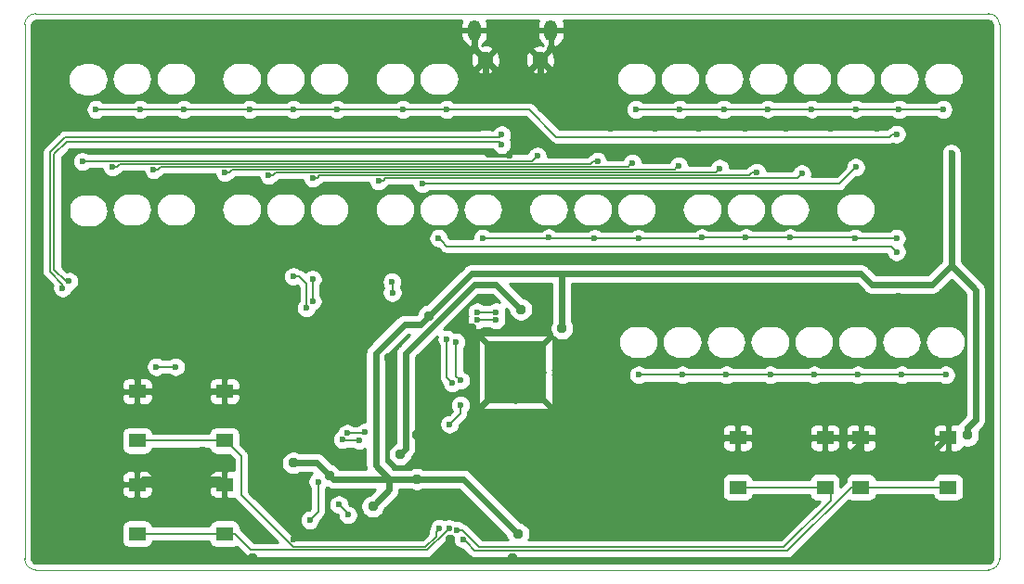
<source format=gbr>
G04 #@! TF.GenerationSoftware,KiCad,Pcbnew,5.1.4-3.fc30*
G04 #@! TF.CreationDate,2019-11-18T01:30:58-06:00*
G04 #@! TF.ProjectId,blinkencard,626c696e-6b65-46e6-9361-72642e6b6963,rev?*
G04 #@! TF.SameCoordinates,Original*
G04 #@! TF.FileFunction,Copper,L2,Bot*
G04 #@! TF.FilePolarity,Positive*
%FSLAX46Y46*%
G04 Gerber Fmt 4.6, Leading zero omitted, Abs format (unit mm)*
G04 Created by KiCad (PCBNEW 5.1.4-3.fc30) date 2019-11-18 01:30:58*
%MOMM*%
%LPD*%
G04 APERTURE LIST*
G04 #@! TA.AperFunction,NonConductor*
%ADD10C,0.050000*%
G04 #@! TD*
G04 #@! TA.AperFunction,Conductor*
%ADD11C,0.100000*%
G04 #@! TD*
G04 #@! TA.AperFunction,Conductor*
%ADD12C,5.600000*%
G04 #@! TD*
G04 #@! TA.AperFunction,ViaPad*
%ADD13C,0.500000*%
G04 #@! TD*
G04 #@! TA.AperFunction,ComponentPad*
%ADD14O,1.200000X1.900000*%
G04 #@! TD*
G04 #@! TA.AperFunction,ComponentPad*
%ADD15C,1.450000*%
G04 #@! TD*
G04 #@! TA.AperFunction,SMDPad,CuDef*
%ADD16R,1.550000X1.300000*%
G04 #@! TD*
G04 #@! TA.AperFunction,ViaPad*
%ADD17C,0.600000*%
G04 #@! TD*
G04 #@! TA.AperFunction,ViaPad*
%ADD18C,0.950000*%
G04 #@! TD*
G04 #@! TA.AperFunction,ViaPad*
%ADD19C,0.750000*%
G04 #@! TD*
G04 #@! TA.AperFunction,Conductor*
%ADD20C,0.127000*%
G04 #@! TD*
G04 #@! TA.AperFunction,Conductor*
%ADD21C,0.600000*%
G04 #@! TD*
G04 #@! TA.AperFunction,Conductor*
%ADD22C,0.300000*%
G04 #@! TD*
G04 #@! TA.AperFunction,Conductor*
%ADD23C,0.150000*%
G04 #@! TD*
G04 #@! TA.AperFunction,Conductor*
%ADD24C,0.254000*%
G04 #@! TD*
G04 APERTURE END LIST*
D10*
X1000000Y-50800000D02*
G75*
G02X0Y-49800000I0J1000000D01*
G01*
X88900000Y-49800000D02*
G75*
G02X87900000Y-50800000I-1000000J0D01*
G01*
X87900000Y0D02*
G75*
G02X88900000Y-1000000I0J-1000000D01*
G01*
X0Y-1000000D02*
G75*
G02X1000000Y0I1000000J0D01*
G01*
X0Y-1000000D02*
X0Y-49800000D01*
X1000000Y-50800000D02*
X87900000Y-50800000D01*
X88900000Y-1000000D02*
X88900000Y-49800000D01*
X1000000Y0D02*
X87900000Y0D01*
D11*
G04 #@! TO.N,GND*
G04 #@! TO.C,U1*
G36*
X47324504Y-29951204D02*
G01*
X47348773Y-29954804D01*
X47372571Y-29960765D01*
X47395671Y-29969030D01*
X47417849Y-29979520D01*
X47438893Y-29992133D01*
X47458598Y-30006747D01*
X47476777Y-30023223D01*
X47493253Y-30041402D01*
X47507867Y-30061107D01*
X47520480Y-30082151D01*
X47530970Y-30104329D01*
X47539235Y-30127429D01*
X47545196Y-30151227D01*
X47548796Y-30175496D01*
X47550000Y-30200000D01*
X47550000Y-35300000D01*
X47548796Y-35324504D01*
X47545196Y-35348773D01*
X47539235Y-35372571D01*
X47530970Y-35395671D01*
X47520480Y-35417849D01*
X47507867Y-35438893D01*
X47493253Y-35458598D01*
X47476777Y-35476777D01*
X47458598Y-35493253D01*
X47438893Y-35507867D01*
X47417849Y-35520480D01*
X47395671Y-35530970D01*
X47372571Y-35539235D01*
X47348773Y-35545196D01*
X47324504Y-35548796D01*
X47300000Y-35550000D01*
X42200000Y-35550000D01*
X42175496Y-35548796D01*
X42151227Y-35545196D01*
X42127429Y-35539235D01*
X42104329Y-35530970D01*
X42082151Y-35520480D01*
X42061107Y-35507867D01*
X42041402Y-35493253D01*
X42023223Y-35476777D01*
X42006747Y-35458598D01*
X41992133Y-35438893D01*
X41979520Y-35417849D01*
X41969030Y-35395671D01*
X41960765Y-35372571D01*
X41954804Y-35348773D01*
X41951204Y-35324504D01*
X41950000Y-35300000D01*
X41950000Y-30200000D01*
X41951204Y-30175496D01*
X41954804Y-30151227D01*
X41960765Y-30127429D01*
X41969030Y-30104329D01*
X41979520Y-30082151D01*
X41992133Y-30061107D01*
X42006747Y-30041402D01*
X42023223Y-30023223D01*
X42041402Y-30006747D01*
X42061107Y-29992133D01*
X42082151Y-29979520D01*
X42104329Y-29969030D01*
X42127429Y-29960765D01*
X42151227Y-29954804D01*
X42175496Y-29951204D01*
X42200000Y-29950000D01*
X47300000Y-29950000D01*
X47324504Y-29951204D01*
X47324504Y-29951204D01*
G37*
D12*
X44750000Y-32750000D03*
D13*
X42200000Y-35300000D03*
X42200000Y-34025000D03*
X42200000Y-32750000D03*
X42200000Y-31475000D03*
X42200000Y-30200000D03*
X43475000Y-35300000D03*
X43475000Y-34025000D03*
X43475000Y-32750000D03*
X43475000Y-31475000D03*
X43475000Y-30200000D03*
X44750000Y-35300000D03*
X44750000Y-34025000D03*
X44750000Y-32750000D03*
X44750000Y-31475000D03*
X44750000Y-30200000D03*
X46025000Y-35300000D03*
X46025000Y-34025000D03*
X46025000Y-32750000D03*
X46025000Y-31475000D03*
X46025000Y-30200000D03*
X47300000Y-35300000D03*
X47300000Y-34025000D03*
X47300000Y-32750000D03*
X47300000Y-31475000D03*
X47300000Y-30200000D03*
G04 #@! TD*
D14*
G04 #@! TO.P,J1,6*
G04 #@! TO.N,GND*
X41000000Y-1512500D03*
X48000000Y-1512500D03*
D15*
X42000000Y-4212500D03*
X47000000Y-4212500D03*
G04 #@! TD*
D16*
G04 #@! TO.P,SW3,2*
G04 #@! TO.N,GND*
X84230000Y-38750000D03*
G04 #@! TO.P,SW3,1*
G04 #@! TO.N,BUTTON_L*
X84230000Y-43250000D03*
X76270000Y-43250000D03*
G04 #@! TO.P,SW3,2*
G04 #@! TO.N,GND*
X76270000Y-38750000D03*
G04 #@! TD*
G04 #@! TO.P,SW1,2*
G04 #@! TO.N,GND*
X10270000Y-43000000D03*
G04 #@! TO.P,SW1,1*
G04 #@! TO.N,BUTTON_0*
X10270000Y-47500000D03*
X18230000Y-47500000D03*
G04 #@! TO.P,SW1,2*
G04 #@! TO.N,GND*
X18230000Y-43000000D03*
G04 #@! TD*
G04 #@! TO.P,SW2,2*
G04 #@! TO.N,GND*
X18230000Y-34500000D03*
G04 #@! TO.P,SW2,1*
G04 #@! TO.N,BUTTON_1*
X18230000Y-39000000D03*
X10270000Y-39000000D03*
G04 #@! TO.P,SW2,2*
G04 #@! TO.N,GND*
X10270000Y-34500000D03*
G04 #@! TD*
G04 #@! TO.P,SW4,2*
G04 #@! TO.N,GND*
X65020000Y-38750000D03*
G04 #@! TO.P,SW4,1*
G04 #@! TO.N,BUTTON_R*
X65020000Y-43250000D03*
X72980000Y-43250000D03*
G04 #@! TO.P,SW4,2*
G04 #@! TO.N,GND*
X72980000Y-38750000D03*
G04 #@! TD*
D17*
G04 #@! TO.N,Net-(D10-Pad2)*
X79500000Y-21750000D03*
X37750000Y-20500000D03*
G04 #@! TO.N,Net-(D10-Pad1)*
X5250000Y-13500000D03*
X46750000Y-13000000D03*
G04 #@! TO.N,Net-(D11-Pad1)*
X8000000Y-13990510D03*
X52250000Y-13489435D03*
G04 #@! TO.N,Net-(D16-Pad1)*
X32254990Y-15260565D03*
X70875000Y-14625000D03*
G04 #@! TO.N,VDD*
X84500000Y-12750000D03*
X84500000Y-16250000D03*
X84500000Y-20250000D03*
X84500000Y-22750000D03*
D18*
X36825337Y-27634163D03*
X27807762Y-42188786D03*
X45000000Y-47500000D03*
X35750000Y-42500006D03*
X31750000Y-45000000D03*
X86000000Y-38500000D03*
X24500000Y-41037500D03*
X49000000Y-28750000D03*
D17*
G04 #@! TO.N,GND*
X73500000Y-10500000D03*
X69500000Y-10500000D03*
X79750000Y-25750000D03*
X53250000Y-29250000D03*
X11750000Y-28000000D03*
D19*
X4820490Y-10000000D03*
X8565500Y-10000000D03*
X19250000Y-10000000D03*
X23249990Y-10000000D03*
X27000034Y-10000000D03*
X37250000Y-9999996D03*
X33250006Y-10000000D03*
X42000000Y-7500008D03*
X47050000Y-7524992D03*
D18*
X17000000Y-26250000D03*
X40665482Y-40750000D03*
X41000000Y-45500000D03*
X36250000Y-44750000D03*
X35500000Y-47500000D03*
X33250000Y-47750000D03*
X74500000Y-41000000D03*
X40749659Y-28750511D03*
D17*
X43000000Y-38250000D03*
D18*
X50637811Y-46387811D03*
X52250000Y-41000000D03*
X58500000Y-35250000D03*
X61499998Y-40000000D03*
D17*
X59750000Y-25750000D03*
X56000000Y-25750000D03*
X67750000Y-25750000D03*
X63750000Y-25750000D03*
X75750000Y-25750000D03*
X72000000Y-25750000D03*
X84000000Y-25750000D03*
X77750000Y-10500000D03*
X65750000Y-10500000D03*
X61500000Y-10500000D03*
X57500000Y-10500000D03*
X53500000Y-10500000D03*
X79500000Y-13250000D03*
X77750000Y-14750000D03*
X86000000Y-44500000D03*
D18*
X10000000Y-33000000D03*
X23250000Y-35000000D03*
X16250000Y-40000000D03*
X4000000Y-31000000D03*
X1250000Y-34000000D03*
X32000000Y-28000000D03*
D17*
X79750000Y-23250000D03*
X85000000Y-34750000D03*
X85500000Y-9250000D03*
X87250000Y-1750000D03*
X1750000Y-1750000D03*
X1750000Y-49000000D03*
X87250000Y-49000000D03*
D19*
X4250000Y-14500000D03*
D18*
X14750000Y-28000000D03*
D17*
X44250000Y-12959500D03*
D18*
X30750000Y-36250000D03*
X27000020Y-28000000D03*
X8750000Y-40500000D03*
X4750000Y-26000000D03*
X4250000Y-22000000D03*
X1250000Y-28500000D03*
X1200000Y-9600000D03*
X38796584Y-48000000D03*
X44500000Y-49750000D03*
X20750000Y-49750000D03*
D17*
X24500000Y-48000000D03*
X21000000Y-43250000D03*
D18*
X16250000Y-42500000D03*
X47250000Y-45250000D03*
X40250000Y-37499992D03*
X35750000Y-38500000D03*
X36750000Y-32000000D03*
X33185970Y-31435970D03*
X4000000Y-34250000D03*
G04 #@! TO.N,+1V2*
X45250000Y-27000000D03*
X34250000Y-40250000D03*
D17*
G04 #@! TO.N,FPGA_TXO*
X39000000Y-33750000D03*
X26250004Y-24262434D03*
X26250000Y-26259490D03*
X38500000Y-29739435D03*
G04 #@! TO.N,FPGA_RXI*
X39750000Y-33500000D03*
X24500000Y-23999994D03*
X39348209Y-29993446D03*
X25676639Y-26898490D03*
G04 #@! TO.N,Net-(D12-Pad1)*
X11750000Y-14244521D03*
X55402503Y-13652497D03*
G04 #@! TO.N,Net-(D13-Pad1)*
X18254990Y-14498532D03*
X59625001Y-13874999D03*
G04 #@! TO.N,Net-(D14-Pad1)*
X22254990Y-14752543D03*
X63375002Y-14125002D03*
G04 #@! TO.N,Net-(D15-Pad1)*
X26254990Y-15006554D03*
X66749996Y-14500004D03*
G04 #@! TO.N,Net-(D17-Pad1)*
X36254990Y-15514576D03*
X75780001Y-14030001D03*
G04 #@! TO.N,Net-(D20-Pad2)*
X79500000Y-20500000D03*
X55971843Y-20528157D03*
X51971844Y-20528156D03*
X61780000Y-20470006D03*
X65780000Y-20470000D03*
X69780000Y-20466964D03*
X75750000Y-20500000D03*
X47780000Y-20470000D03*
X41750000Y-20500000D03*
G04 #@! TO.N,Net-(D30-Pad2)*
X38500000Y-8750000D03*
X34500000Y-8750000D03*
X24500000Y-8750000D03*
X28500000Y-8750000D03*
X20500000Y-8750000D03*
X14500000Y-8750000D03*
X10500000Y-8750000D03*
X6500000Y-8750000D03*
X79500000Y-11000000D03*
G04 #@! TO.N,Net-(D40-Pad2)*
X55750000Y-8750002D03*
X59750000Y-8749998D03*
X63749996Y-8750004D03*
X67780000Y-8720010D03*
X71780000Y-8719984D03*
X75780000Y-8720004D03*
X79750000Y-8749994D03*
X83750000Y-8750004D03*
G04 #@! TO.N,Net-(D50-Pad2)*
X84000000Y-33000000D03*
X80000000Y-33000000D03*
X76000000Y-33000000D03*
X72000000Y-33000000D03*
X68000000Y-33000000D03*
X64000000Y-33000000D03*
X60000000Y-33000000D03*
X56000000Y-33000000D03*
G04 #@! TO.N,BUTTON_L*
X40000006Y-48000000D03*
G04 #@! TO.N,BUTTON_1*
X39750000Y-35750000D03*
X38750000Y-37500000D03*
X37809023Y-47022990D03*
G04 #@! TO.N,BUTTON_0*
X38692285Y-47037739D03*
G04 #@! TO.N,BUTTON_R*
X39418923Y-47173707D03*
G04 #@! TO.N,FPGA_SS*
X26000000Y-46250000D03*
X26750000Y-42750000D03*
G04 #@! TO.N,FPGA_SCK*
X30500000Y-39000000D03*
X28963773Y-38898412D03*
G04 #@! TO.N,Net-(R18-Pad2)*
X12000000Y-32250000D03*
X13750000Y-32250000D03*
G04 #@! TO.N,FPGA_RTS*
X33500000Y-24491262D03*
X33525184Y-25472273D03*
G04 #@! TO.N,FPGA_SI_FLASH_MISO*
X28653155Y-44846841D03*
X29471453Y-45777767D03*
G04 #@! TO.N,FPGA_SO_FLASH_MOSI*
X31000000Y-38250000D03*
X29412401Y-38326330D03*
G04 #@! TO.N,FPGA_CRESET*
X41250000Y-28000000D03*
X43000000Y-28000000D03*
G04 #@! TO.N,FPGA_CDONE*
X41250000Y-27250000D03*
X43000000Y-27250000D03*
G04 #@! TO.N,/usb_and_power/D+*
X43500000Y-11075000D03*
X3449479Y-25050521D03*
G04 #@! TO.N,/usb_and_power/D-*
X43500000Y-11925000D03*
X4050521Y-24449479D03*
G04 #@! TD*
D20*
G04 #@! TO.N,Net-(D10-Pad2)*
X78500000Y-21250000D02*
X79000000Y-21250000D01*
X79000000Y-21250000D02*
X79500000Y-21750000D01*
X78575736Y-21250000D02*
X78500000Y-21250000D01*
X38500000Y-21250000D02*
X38049999Y-20799999D01*
X38049999Y-20799999D02*
X37750000Y-20500000D01*
X78500000Y-21250000D02*
X38500000Y-21250000D01*
G04 #@! TO.N,Net-(D10-Pad1)*
X46300000Y-13450000D02*
X46450001Y-13299999D01*
X46450001Y-13299999D02*
X46750000Y-13000000D01*
X5724264Y-13450000D02*
X46300000Y-13450000D01*
X5674264Y-13500000D02*
X5724264Y-13450000D01*
X5250000Y-13500000D02*
X5674264Y-13500000D01*
G04 #@! TO.N,Net-(D11-Pad1)*
X8000000Y-13990510D02*
X8424264Y-13990510D01*
X51825736Y-13489435D02*
X52250000Y-13489435D01*
X8424264Y-13990510D02*
X8660763Y-13754011D01*
X35860205Y-13754011D02*
X35888282Y-13725934D01*
X8660763Y-13754011D02*
X35860205Y-13754011D01*
X35888282Y-13725934D02*
X51589237Y-13725934D01*
X51589237Y-13725934D02*
X51825736Y-13489435D01*
G04 #@! TO.N,Net-(D16-Pad1)*
X70504011Y-14995989D02*
X70575001Y-14924999D01*
X36414352Y-14995989D02*
X38840640Y-14995989D01*
X38840640Y-14995989D02*
X38868715Y-15024064D01*
X32254990Y-15260565D02*
X32679254Y-15260565D01*
X36386275Y-15024066D02*
X36414352Y-14995989D01*
X70575001Y-14924999D02*
X70875000Y-14625000D01*
X32679254Y-15260565D02*
X32915753Y-15024066D01*
X32915753Y-15024066D02*
X36386275Y-15024066D01*
X38868715Y-15024064D02*
X40131285Y-15024064D01*
X40131285Y-15024064D02*
X40159360Y-14995989D01*
X40159360Y-14995989D02*
X70504011Y-14995989D01*
D21*
G04 #@! TO.N,VDD*
X84500000Y-12750000D02*
X84500000Y-16250000D01*
X84500000Y-16250000D02*
X84500000Y-20250000D01*
X84500000Y-20250000D02*
X84500000Y-22750000D01*
X77250000Y-24750000D02*
X82750000Y-24750000D01*
X48750000Y-23750000D02*
X76250000Y-23750000D01*
X76250000Y-23750000D02*
X77250000Y-24750000D01*
X84500000Y-23000000D02*
X84500000Y-22750000D01*
X82750000Y-24750000D02*
X84500000Y-23000000D01*
X33250000Y-42750000D02*
X33250000Y-42500000D01*
X33250000Y-42500000D02*
X33250006Y-42500006D01*
X33250006Y-42500006D02*
X35078249Y-42500006D01*
X35078249Y-42500006D02*
X35750000Y-42500006D01*
X28118982Y-42500006D02*
X27807762Y-42188786D01*
X35750000Y-42500006D02*
X28118982Y-42500006D01*
X35750006Y-42500000D02*
X35750000Y-42500006D01*
X45000000Y-47500000D02*
X40000000Y-42500000D01*
X40000000Y-42500000D02*
X35750006Y-42500000D01*
X33250000Y-42500000D02*
X33250000Y-43500000D01*
X32049999Y-44700001D02*
X31750000Y-45000000D01*
X33250000Y-43500000D02*
X32049999Y-44700001D01*
X84500000Y-23000000D02*
X86750000Y-25250000D01*
X86750000Y-25250000D02*
X86750000Y-37078249D01*
X86750000Y-37078249D02*
X86000000Y-37828249D01*
X86000000Y-37828249D02*
X86000000Y-38500000D01*
X48750000Y-23750000D02*
X40750000Y-23750000D01*
D22*
X36125000Y-28334500D02*
X36125000Y-28375000D01*
X36825337Y-27634163D02*
X36125000Y-28334500D01*
D21*
X40750000Y-23750000D02*
X36125000Y-28375000D01*
X32000000Y-41250000D02*
X33250000Y-42500000D01*
X32000000Y-31000000D02*
X32000000Y-41250000D01*
X36125000Y-28375000D02*
X34625000Y-28375000D01*
X34625000Y-28375000D02*
X32000000Y-31000000D01*
X26656476Y-41037500D02*
X25171751Y-41037500D01*
X27807762Y-42188786D02*
X26656476Y-41037500D01*
X25171751Y-41037500D02*
X24500000Y-41037500D01*
X49000000Y-28078249D02*
X49000000Y-28750000D01*
X48750000Y-23750000D02*
X49000000Y-24000000D01*
X49000000Y-24000000D02*
X49000000Y-28078249D01*
G04 #@! TO.N,GND*
X10520000Y-27700000D02*
X10520000Y-26750000D01*
X10820000Y-28000000D02*
X10520000Y-27700000D01*
X10820000Y-28000000D02*
X11750000Y-28000000D01*
X41000000Y-3212500D02*
X42000000Y-4212500D01*
X41000000Y-1512500D02*
X41000000Y-3212500D01*
X4750000Y-10000000D02*
X4820490Y-10000000D01*
X8565500Y-10000000D02*
X4750000Y-10000000D01*
X8565500Y-10000000D02*
X19250000Y-10000000D01*
X23249990Y-10000000D02*
X19250000Y-10000000D01*
X27000034Y-10000000D02*
X23249990Y-10000000D01*
X37250000Y-9999996D02*
X33250010Y-9999996D01*
X33250010Y-9999996D02*
X33250006Y-10000000D01*
X32719676Y-10000000D02*
X27000034Y-10000000D01*
X33250006Y-10000000D02*
X32719676Y-10000000D01*
X42000000Y-4212500D02*
X42000000Y-7500008D01*
X47000000Y-4212500D02*
X47000000Y-7474992D01*
X47000000Y-7474992D02*
X47050000Y-7524992D01*
X35500000Y-47500000D02*
X33500000Y-47500000D01*
X33500000Y-47500000D02*
X33250000Y-47750000D01*
X76270000Y-38750000D02*
X72980000Y-38750000D01*
X72980000Y-38750000D02*
X65020000Y-38750000D01*
X84105000Y-38750000D02*
X84230000Y-38750000D01*
X82702999Y-40152001D02*
X84105000Y-38750000D01*
X80165038Y-38750000D02*
X81567039Y-40152001D01*
X81567039Y-40152001D02*
X82702999Y-40152001D01*
X76270000Y-38750000D02*
X80165038Y-38750000D01*
X76270000Y-38750000D02*
X76270000Y-39230000D01*
X76270000Y-39230000D02*
X74500000Y-41000000D01*
X42425000Y-30425000D02*
X42425000Y-30331978D01*
X42425000Y-30425000D02*
X44750000Y-32750000D01*
X44750000Y-32750000D02*
X44749148Y-32750000D01*
X44749148Y-32750000D02*
X40749659Y-28750511D01*
X65020000Y-38750000D02*
X62749998Y-38750000D01*
X62374999Y-39124999D02*
X61499998Y-40000000D01*
X62749998Y-38750000D02*
X62374999Y-39124999D01*
X4000000Y-31000000D02*
X4000000Y-31250000D01*
X4000000Y-31250000D02*
X1250000Y-34000000D01*
X3875001Y-18855001D02*
X3875001Y-14874999D01*
X3875001Y-14874999D02*
X4250000Y-14500000D01*
X10520000Y-25500000D02*
X3875001Y-18855001D01*
X10520000Y-26750000D02*
X10520000Y-25500000D01*
D22*
X42180998Y-13000000D02*
X41840499Y-12659501D01*
X44250000Y-12959500D02*
X44209500Y-13000000D01*
X44209500Y-13000000D02*
X42180998Y-13000000D01*
D21*
X17000000Y-26250000D02*
X18750000Y-28000000D01*
X26328269Y-28000000D02*
X27000020Y-28000000D01*
X18750000Y-28000000D02*
X26328269Y-28000000D01*
D22*
X52250000Y-40250000D02*
X52250000Y-41000000D01*
D21*
X44750000Y-32750000D02*
X52250000Y-40250000D01*
X44750000Y-32750000D02*
X40250000Y-37250000D01*
X40250000Y-37250000D02*
X40250000Y-37499992D01*
X52950001Y-29549999D02*
X53250000Y-29250000D01*
X52075000Y-30425000D02*
X52950001Y-29549999D01*
X17730000Y-42500000D02*
X18230000Y-43000000D01*
X16250000Y-42500000D02*
X17730000Y-42500000D01*
X10770000Y-42500000D02*
X10270000Y-43000000D01*
X16250000Y-42500000D02*
X10770000Y-42500000D01*
X10270000Y-33270000D02*
X10000000Y-33000000D01*
X10270000Y-34500000D02*
X10270000Y-33270000D01*
X10270000Y-34500000D02*
X18230000Y-34500000D01*
X44750000Y-32750000D02*
X47547487Y-29952513D01*
X47547487Y-29952513D02*
X48000000Y-29500000D01*
G04 #@! TO.N,+1V2*
X41000000Y-24750000D02*
X34750000Y-31000000D01*
X34750000Y-39750000D02*
X34250000Y-40250000D01*
X34750000Y-31000000D02*
X34750000Y-39750000D01*
X45250000Y-27000000D02*
X43000000Y-24750000D01*
X43000000Y-24750000D02*
X41000000Y-24750000D01*
D20*
G04 #@! TO.N,FPGA_TXO*
X26250000Y-26259490D02*
X26250000Y-24262438D01*
X26250000Y-24262438D02*
X26250004Y-24262434D01*
X38500000Y-33250000D02*
X38500000Y-30163699D01*
X38500000Y-30163699D02*
X38500000Y-29739435D01*
X39000000Y-33750000D02*
X38500000Y-33250000D01*
G04 #@! TO.N,FPGA_RXI*
X39348209Y-30417710D02*
X39348209Y-29993446D01*
X39348209Y-33098209D02*
X39348209Y-30417710D01*
X39750000Y-33500000D02*
X39348209Y-33098209D01*
X25676639Y-24676639D02*
X25676639Y-26898490D01*
X25000000Y-24000000D02*
X25676639Y-24676639D01*
X24500000Y-23999994D02*
X24500006Y-24000000D01*
X24500006Y-24000000D02*
X25000000Y-24000000D01*
G04 #@! TO.N,Net-(D12-Pad1)*
X55102504Y-13952496D02*
X55402503Y-13652497D01*
X55075055Y-13979945D02*
X55102504Y-13952496D01*
X39738504Y-13979945D02*
X55075055Y-13979945D01*
X39710429Y-14008020D02*
X39738504Y-13979945D01*
X39289571Y-14008020D02*
X39710429Y-14008020D01*
X39261496Y-13979945D02*
X39289571Y-14008020D01*
X35993496Y-13979945D02*
X39261496Y-13979945D01*
X35965419Y-14008022D02*
X35993496Y-13979945D01*
X12410763Y-14008022D02*
X35965419Y-14008022D01*
X12174264Y-14244521D02*
X12410763Y-14008022D01*
X11750000Y-14244521D02*
X12174264Y-14244521D01*
G04 #@! TO.N,Net-(D13-Pad1)*
X59266044Y-14233956D02*
X59325002Y-14174998D01*
X39156282Y-14233956D02*
X39184357Y-14262031D01*
X36070633Y-14262033D02*
X36098710Y-14233956D01*
X18679254Y-14498532D02*
X18915753Y-14262033D01*
X18254990Y-14498532D02*
X18679254Y-14498532D01*
X39184357Y-14262031D02*
X39815643Y-14262031D01*
X39815643Y-14262031D02*
X39843718Y-14233956D01*
X36098710Y-14233956D02*
X39156282Y-14233956D01*
X59325002Y-14174998D02*
X59625001Y-13874999D01*
X39843718Y-14233956D02*
X59266044Y-14233956D01*
X18915753Y-14262033D02*
X36070633Y-14262033D01*
G04 #@! TO.N,Net-(D14-Pad1)*
X22679254Y-14752543D02*
X22915753Y-14516044D01*
X39948932Y-14487967D02*
X63012037Y-14487967D01*
X22254990Y-14752543D02*
X22679254Y-14752543D01*
X22915753Y-14516044D02*
X36175847Y-14516044D01*
X36175847Y-14516044D02*
X36203924Y-14487967D01*
X36203924Y-14487967D02*
X39051068Y-14487967D01*
X39051068Y-14487967D02*
X39079143Y-14516042D01*
X39079143Y-14516042D02*
X39920857Y-14516042D01*
X39920857Y-14516042D02*
X39948932Y-14487967D01*
X63012037Y-14487967D02*
X63075003Y-14425001D01*
X63075003Y-14425001D02*
X63375002Y-14125002D01*
G04 #@! TO.N,Net-(D15-Pad1)*
X36281061Y-14770055D02*
X36309138Y-14741978D01*
X40026071Y-14770053D02*
X40054146Y-14741978D01*
X38973929Y-14770053D02*
X40026071Y-14770053D01*
X26254990Y-15006554D02*
X26679254Y-15006554D01*
X26679254Y-15006554D02*
X26915753Y-14770055D01*
X26915753Y-14770055D02*
X36281061Y-14770055D01*
X36309138Y-14741978D02*
X38945854Y-14741978D01*
X38945854Y-14741978D02*
X38973929Y-14770053D01*
X40054146Y-14741978D02*
X66083758Y-14741978D01*
X66083758Y-14741978D02*
X66325732Y-14500004D01*
X66325732Y-14500004D02*
X66749996Y-14500004D01*
G04 #@! TO.N,Net-(D17-Pad1)*
X75480002Y-14330000D02*
X75780001Y-14030001D01*
X36254990Y-15514576D02*
X74295426Y-15514576D01*
X74295426Y-15514576D02*
X75480002Y-14330000D01*
G04 #@! TO.N,Net-(D20-Pad2)*
X55971843Y-20528157D02*
X55547578Y-20528156D01*
X55547578Y-20528156D02*
X52396108Y-20528156D01*
X52396108Y-20528156D02*
X51971844Y-20528156D01*
X55971843Y-20528157D02*
X61721849Y-20528157D01*
X61721849Y-20528157D02*
X61780000Y-20470006D01*
X61780000Y-20470006D02*
X65779994Y-20470006D01*
X65779994Y-20470006D02*
X65780000Y-20470000D01*
X65780000Y-20470000D02*
X69776964Y-20470000D01*
X69776964Y-20470000D02*
X69780000Y-20466964D01*
X79075736Y-20500000D02*
X75750000Y-20500000D01*
X75716964Y-20466964D02*
X75750000Y-20500000D01*
X69780000Y-20466964D02*
X75716964Y-20466964D01*
X79500000Y-20500000D02*
X79075736Y-20500000D01*
X51971844Y-20528156D02*
X47838156Y-20528156D01*
X47838156Y-20528156D02*
X47780000Y-20470000D01*
X47750000Y-20500000D02*
X47780000Y-20470000D01*
X41750000Y-20500000D02*
X47750000Y-20500000D01*
G04 #@! TO.N,Net-(D30-Pad2)*
X34500000Y-8750000D02*
X38500000Y-8750000D01*
X24500000Y-8750000D02*
X34500000Y-8750000D01*
X20500000Y-8750000D02*
X14500000Y-8750000D01*
X14500000Y-8750000D02*
X10500000Y-8750000D01*
X10500000Y-8750000D02*
X6500000Y-8750000D01*
X24500000Y-8750000D02*
X20500000Y-8750000D01*
X79075736Y-11000000D02*
X79500000Y-11000000D01*
X78825736Y-11250000D02*
X79075736Y-11000000D01*
X48500000Y-11250000D02*
X78825736Y-11250000D01*
X38500000Y-8750000D02*
X46000000Y-8750000D01*
X46000000Y-8750000D02*
X48500000Y-11250000D01*
G04 #@! TO.N,Net-(D40-Pad2)*
X59749996Y-8750002D02*
X59750000Y-8749998D01*
X55750000Y-8750002D02*
X59749996Y-8750002D01*
X59750000Y-8749998D02*
X63749990Y-8749998D01*
X63749990Y-8749998D02*
X63749996Y-8750004D01*
X63749996Y-8750004D02*
X67750006Y-8750004D01*
X67750006Y-8750004D02*
X67780000Y-8720010D01*
X67780000Y-8720010D02*
X71779974Y-8720010D01*
X71779974Y-8720010D02*
X71780000Y-8719984D01*
X71780000Y-8719984D02*
X75779980Y-8719984D01*
X75779980Y-8719984D02*
X75780000Y-8720004D01*
X79720010Y-8720004D02*
X79750000Y-8749994D01*
X75780000Y-8720004D02*
X79720010Y-8720004D01*
X79750000Y-8749994D02*
X83749990Y-8749994D01*
X83749990Y-8749994D02*
X83750000Y-8750004D01*
G04 #@! TO.N,Net-(D50-Pad2)*
X84000000Y-33000000D02*
X80000000Y-33000000D01*
X80000000Y-33000000D02*
X76000000Y-33000000D01*
X76000000Y-33000000D02*
X72000000Y-33000000D01*
X72000000Y-33000000D02*
X68000000Y-33000000D01*
X68000000Y-33000000D02*
X64000000Y-33000000D01*
X64000000Y-33000000D02*
X60000000Y-33000000D01*
X60000000Y-33000000D02*
X56000000Y-33000000D01*
G04 #@! TO.N,BUTTON_L*
X77172000Y-43250000D02*
X84230000Y-43250000D01*
X76270000Y-43250000D02*
X77172000Y-43250000D01*
X75368000Y-43250000D02*
X69568001Y-49049999D01*
X40300005Y-48299999D02*
X40000006Y-48000000D01*
X41050005Y-49049999D02*
X40300005Y-48299999D01*
X76270000Y-43250000D02*
X75368000Y-43250000D01*
X69568001Y-49049999D02*
X41050005Y-49049999D01*
G04 #@! TO.N,BUTTON_1*
X39049999Y-37200001D02*
X38750000Y-37500000D01*
X39750000Y-36500000D02*
X39049999Y-37200001D01*
X39750000Y-35750000D02*
X39750000Y-36500000D01*
X18355000Y-39000000D02*
X18230000Y-39000000D01*
X19750000Y-43975942D02*
X19750000Y-40395000D01*
X37809023Y-47022990D02*
X37509024Y-47322989D01*
X24524058Y-48750000D02*
X19750000Y-43975942D01*
X19750000Y-40395000D02*
X18355000Y-39000000D01*
X37509024Y-47322989D02*
X37509024Y-47781982D01*
X36541006Y-48750000D02*
X24524058Y-48750000D01*
X37509024Y-47781982D02*
X36541006Y-48750000D01*
X17328000Y-39000000D02*
X18230000Y-39000000D01*
X10270000Y-39000000D02*
X17328000Y-39000000D01*
G04 #@! TO.N,BUTTON_0*
X38392286Y-47337738D02*
X38692285Y-47037739D01*
X36726013Y-49004011D02*
X38392286Y-47337738D01*
X11172000Y-47500000D02*
X18230000Y-47500000D01*
X10270000Y-47500000D02*
X11172000Y-47500000D01*
X27495988Y-49004010D02*
X27495989Y-49004011D01*
X27495989Y-49004011D02*
X36726013Y-49004011D01*
X18230000Y-47500000D02*
X19132000Y-47500000D01*
X27386011Y-49004011D02*
X27495989Y-49004011D01*
X19132000Y-47500000D02*
X20636010Y-49004010D01*
X20636010Y-49004010D02*
X27495988Y-49004010D01*
G04 #@! TO.N,BUTTON_R*
X72078000Y-43250000D02*
X65020000Y-43250000D01*
X72980000Y-43250000D02*
X72078000Y-43250000D01*
X73500000Y-43500000D02*
X73500000Y-44500000D01*
X69250000Y-48750000D02*
X41475942Y-48750000D01*
X39843187Y-47173707D02*
X39418923Y-47173707D01*
X73500000Y-44500000D02*
X69250000Y-48750000D01*
X41475942Y-48750000D02*
X39899649Y-47173707D01*
X39899649Y-47173707D02*
X39843187Y-47173707D01*
G04 #@! TO.N,FPGA_SS*
X26000000Y-46250000D02*
X26750000Y-45500000D01*
X26750000Y-45500000D02*
X26750000Y-42750000D01*
G04 #@! TO.N,FPGA_SCK*
X30500000Y-39000000D02*
X29065361Y-39000000D01*
X29065361Y-39000000D02*
X28963773Y-38898412D01*
G04 #@! TO.N,Net-(R18-Pad2)*
X12000000Y-32250000D02*
X13750000Y-32250000D01*
G04 #@! TO.N,FPGA_RTS*
X33525184Y-24516446D02*
X33500000Y-24491262D01*
X33525184Y-25472273D02*
X33525184Y-24516446D01*
G04 #@! TO.N,FPGA_SI_FLASH_MISO*
X28653155Y-44846841D02*
X29471453Y-45665139D01*
X29471453Y-45665139D02*
X29471453Y-45777767D01*
G04 #@! TO.N,FPGA_SO_FLASH_MOSI*
X29412401Y-38326330D02*
X30923670Y-38326330D01*
X29586071Y-38500000D02*
X29412401Y-38326330D01*
X30923670Y-38326330D02*
X31000000Y-38250000D01*
G04 #@! TO.N,FPGA_CRESET*
X41250000Y-28000000D02*
X43000000Y-28000000D01*
G04 #@! TO.N,FPGA_CDONE*
X41250000Y-27250000D02*
X43000000Y-27250000D01*
D23*
G04 #@! TO.N,/usb_and_power/D+*
X41582363Y-11300000D02*
X3667156Y-11300000D01*
X43275000Y-11300000D02*
X42521639Y-11300000D01*
X42521639Y-11300000D02*
X42494643Y-11273004D01*
X42494643Y-11273004D02*
X41609358Y-11273005D01*
X41609358Y-11273005D02*
X41582363Y-11300000D01*
X43500000Y-11075000D02*
X43275000Y-11300000D01*
X3667156Y-11300000D02*
X2300000Y-12667156D01*
X2300000Y-12667156D02*
X2300000Y-23582843D01*
X2300000Y-23582843D02*
X3449479Y-24732322D01*
X3449479Y-24732322D02*
X3449479Y-25050521D01*
G04 #@! TO.N,/usb_and_power/D-*
X3732322Y-24449479D02*
X4050521Y-24449479D01*
X2700000Y-23417157D02*
X3732322Y-24449479D01*
X2700000Y-12832844D02*
X2700000Y-23417157D01*
X3832844Y-11700000D02*
X2700000Y-12832844D01*
X41748035Y-11700000D02*
X3832844Y-11700000D01*
X41775040Y-11672995D02*
X41748035Y-11700000D01*
X43500000Y-11925000D02*
X43275000Y-11700000D01*
X43275000Y-11700000D02*
X42355967Y-11700000D01*
X42355967Y-11700000D02*
X42328962Y-11672995D01*
X42328962Y-11672995D02*
X41775040Y-11672995D01*
G04 #@! TD*
D24*
G04 #@! TO.N,GND*
G36*
X39813507Y-797004D02*
G01*
X39765000Y-1035500D01*
X39765000Y-1385500D01*
X40873000Y-1385500D01*
X40873000Y-1365500D01*
X41127000Y-1365500D01*
X41127000Y-1385500D01*
X42235000Y-1385500D01*
X42235000Y-1035500D01*
X42186493Y-797004D01*
X42129053Y-660000D01*
X46870947Y-660000D01*
X46813507Y-797004D01*
X46765000Y-1035500D01*
X46765000Y-1385500D01*
X47873000Y-1385500D01*
X47873000Y-1365500D01*
X48127000Y-1365500D01*
X48127000Y-1385500D01*
X49235000Y-1385500D01*
X49235000Y-1035500D01*
X49186493Y-797004D01*
X49129053Y-660000D01*
X87867721Y-660000D01*
X87965424Y-669580D01*
X88028356Y-688580D01*
X88086405Y-719445D01*
X88137343Y-760989D01*
X88179248Y-811644D01*
X88210515Y-869471D01*
X88229956Y-932272D01*
X88240000Y-1027835D01*
X88240001Y-49767711D01*
X88230420Y-49865424D01*
X88211420Y-49928357D01*
X88180554Y-49986406D01*
X88139011Y-50037343D01*
X88088356Y-50079248D01*
X88030529Y-50110515D01*
X87967728Y-50129956D01*
X87872165Y-50140000D01*
X1032279Y-50140000D01*
X934576Y-50130420D01*
X871643Y-50111420D01*
X813594Y-50080554D01*
X762657Y-50039011D01*
X720752Y-49988356D01*
X689485Y-49930529D01*
X670044Y-49867728D01*
X660000Y-49772165D01*
X660000Y-43650000D01*
X8856928Y-43650000D01*
X8869188Y-43774482D01*
X8905498Y-43894180D01*
X8964463Y-44004494D01*
X9043815Y-44101185D01*
X9140506Y-44180537D01*
X9250820Y-44239502D01*
X9370518Y-44275812D01*
X9495000Y-44288072D01*
X9984250Y-44285000D01*
X10143000Y-44126250D01*
X10143000Y-43127000D01*
X10397000Y-43127000D01*
X10397000Y-44126250D01*
X10555750Y-44285000D01*
X11045000Y-44288072D01*
X11169482Y-44275812D01*
X11289180Y-44239502D01*
X11399494Y-44180537D01*
X11496185Y-44101185D01*
X11575537Y-44004494D01*
X11634502Y-43894180D01*
X11670812Y-43774482D01*
X11683072Y-43650000D01*
X16816928Y-43650000D01*
X16829188Y-43774482D01*
X16865498Y-43894180D01*
X16924463Y-44004494D01*
X17003815Y-44101185D01*
X17100506Y-44180537D01*
X17210820Y-44239502D01*
X17330518Y-44275812D01*
X17455000Y-44288072D01*
X17944250Y-44285000D01*
X18103000Y-44126250D01*
X18103000Y-43127000D01*
X16978750Y-43127000D01*
X16820000Y-43285750D01*
X16816928Y-43650000D01*
X11683072Y-43650000D01*
X11680000Y-43285750D01*
X11521250Y-43127000D01*
X10397000Y-43127000D01*
X10143000Y-43127000D01*
X9018750Y-43127000D01*
X8860000Y-43285750D01*
X8856928Y-43650000D01*
X660000Y-43650000D01*
X660000Y-42350000D01*
X8856928Y-42350000D01*
X8860000Y-42714250D01*
X9018750Y-42873000D01*
X10143000Y-42873000D01*
X10143000Y-41873750D01*
X10397000Y-41873750D01*
X10397000Y-42873000D01*
X11521250Y-42873000D01*
X11680000Y-42714250D01*
X11683072Y-42350000D01*
X16816928Y-42350000D01*
X16820000Y-42714250D01*
X16978750Y-42873000D01*
X18103000Y-42873000D01*
X18103000Y-41873750D01*
X17944250Y-41715000D01*
X17455000Y-41711928D01*
X17330518Y-41724188D01*
X17210820Y-41760498D01*
X17100506Y-41819463D01*
X17003815Y-41898815D01*
X16924463Y-41995506D01*
X16865498Y-42105820D01*
X16829188Y-42225518D01*
X16816928Y-42350000D01*
X11683072Y-42350000D01*
X11670812Y-42225518D01*
X11634502Y-42105820D01*
X11575537Y-41995506D01*
X11496185Y-41898815D01*
X11399494Y-41819463D01*
X11289180Y-41760498D01*
X11169482Y-41724188D01*
X11045000Y-41711928D01*
X10555750Y-41715000D01*
X10397000Y-41873750D01*
X10143000Y-41873750D01*
X9984250Y-41715000D01*
X9495000Y-41711928D01*
X9370518Y-41724188D01*
X9250820Y-41760498D01*
X9140506Y-41819463D01*
X9043815Y-41898815D01*
X8964463Y-41995506D01*
X8905498Y-42105820D01*
X8869188Y-42225518D01*
X8856928Y-42350000D01*
X660000Y-42350000D01*
X660000Y-38350000D01*
X8856928Y-38350000D01*
X8856928Y-39650000D01*
X8869188Y-39774482D01*
X8905498Y-39894180D01*
X8964463Y-40004494D01*
X9043815Y-40101185D01*
X9140506Y-40180537D01*
X9250820Y-40239502D01*
X9370518Y-40275812D01*
X9495000Y-40288072D01*
X11045000Y-40288072D01*
X11169482Y-40275812D01*
X11289180Y-40239502D01*
X11399494Y-40180537D01*
X11496185Y-40101185D01*
X11575537Y-40004494D01*
X11634502Y-39894180D01*
X11670812Y-39774482D01*
X11678295Y-39698500D01*
X16821705Y-39698500D01*
X16829188Y-39774482D01*
X16865498Y-39894180D01*
X16924463Y-40004494D01*
X17003815Y-40101185D01*
X17100506Y-40180537D01*
X17210820Y-40239502D01*
X17330518Y-40275812D01*
X17455000Y-40288072D01*
X18655244Y-40288072D01*
X19051501Y-40684329D01*
X19051501Y-41716508D01*
X19005000Y-41711928D01*
X18515750Y-41715000D01*
X18357000Y-41873750D01*
X18357000Y-42873000D01*
X18377000Y-42873000D01*
X18377000Y-43127000D01*
X18357000Y-43127000D01*
X18357000Y-44126250D01*
X18515750Y-44285000D01*
X19005000Y-44288072D01*
X19118825Y-44276862D01*
X19166409Y-44365885D01*
X19231826Y-44445595D01*
X19231829Y-44445598D01*
X19253697Y-44472244D01*
X19280344Y-44494113D01*
X23091740Y-48305510D01*
X20925338Y-48305510D01*
X19650175Y-47030348D01*
X19643072Y-47021693D01*
X19643072Y-46850000D01*
X19630812Y-46725518D01*
X19594502Y-46605820D01*
X19535537Y-46495506D01*
X19456185Y-46398815D01*
X19359494Y-46319463D01*
X19249180Y-46260498D01*
X19129482Y-46224188D01*
X19005000Y-46211928D01*
X17455000Y-46211928D01*
X17330518Y-46224188D01*
X17210820Y-46260498D01*
X17100506Y-46319463D01*
X17003815Y-46398815D01*
X16924463Y-46495506D01*
X16865498Y-46605820D01*
X16829188Y-46725518D01*
X16821705Y-46801500D01*
X11678295Y-46801500D01*
X11670812Y-46725518D01*
X11634502Y-46605820D01*
X11575537Y-46495506D01*
X11496185Y-46398815D01*
X11399494Y-46319463D01*
X11289180Y-46260498D01*
X11169482Y-46224188D01*
X11045000Y-46211928D01*
X9495000Y-46211928D01*
X9370518Y-46224188D01*
X9250820Y-46260498D01*
X9140506Y-46319463D01*
X9043815Y-46398815D01*
X8964463Y-46495506D01*
X8905498Y-46605820D01*
X8869188Y-46725518D01*
X8856928Y-46850000D01*
X8856928Y-48150000D01*
X8869188Y-48274482D01*
X8905498Y-48394180D01*
X8964463Y-48504494D01*
X9043815Y-48601185D01*
X9140506Y-48680537D01*
X9250820Y-48739502D01*
X9370518Y-48775812D01*
X9495000Y-48788072D01*
X11045000Y-48788072D01*
X11169482Y-48775812D01*
X11289180Y-48739502D01*
X11399494Y-48680537D01*
X11496185Y-48601185D01*
X11575537Y-48504494D01*
X11634502Y-48394180D01*
X11670812Y-48274482D01*
X11678295Y-48198500D01*
X16821705Y-48198500D01*
X16829188Y-48274482D01*
X16865498Y-48394180D01*
X16924463Y-48504494D01*
X17003815Y-48601185D01*
X17100506Y-48680537D01*
X17210820Y-48739502D01*
X17330518Y-48775812D01*
X17455000Y-48788072D01*
X19005000Y-48788072D01*
X19129482Y-48775812D01*
X19249180Y-48739502D01*
X19336826Y-48692653D01*
X20117839Y-49473667D01*
X20139707Y-49500313D01*
X20166353Y-49522181D01*
X20166355Y-49522183D01*
X20246066Y-49587601D01*
X20332106Y-49633590D01*
X20367413Y-49652462D01*
X20499080Y-49692403D01*
X20601701Y-49702510D01*
X20601711Y-49702510D01*
X20636009Y-49705888D01*
X20670307Y-49702510D01*
X27351692Y-49702510D01*
X27351702Y-49702511D01*
X27461690Y-49702511D01*
X27495988Y-49705889D01*
X27530286Y-49702511D01*
X36691715Y-49702511D01*
X36726013Y-49705889D01*
X36760311Y-49702511D01*
X36760322Y-49702511D01*
X36862943Y-49692404D01*
X36994610Y-49652463D01*
X37115956Y-49587602D01*
X37222316Y-49500314D01*
X37244188Y-49473663D01*
X38745113Y-47972739D01*
X38784374Y-47972739D01*
X38897982Y-47950141D01*
X38976034Y-48002293D01*
X39065006Y-48039146D01*
X39065006Y-48092089D01*
X39100938Y-48272729D01*
X39171420Y-48442889D01*
X39273744Y-48596028D01*
X39403978Y-48726262D01*
X39557117Y-48828586D01*
X39727277Y-48899068D01*
X39907917Y-48935000D01*
X39947179Y-48935000D01*
X40531838Y-49519661D01*
X40553702Y-49546302D01*
X40580342Y-49568165D01*
X40580350Y-49568173D01*
X40660061Y-49633590D01*
X40778708Y-49697008D01*
X40781408Y-49698451D01*
X40913075Y-49738392D01*
X41015696Y-49748499D01*
X41015706Y-49748499D01*
X41050004Y-49751877D01*
X41084302Y-49748499D01*
X69533703Y-49748499D01*
X69568001Y-49751877D01*
X69602299Y-49748499D01*
X69602310Y-49748499D01*
X69704931Y-49738392D01*
X69836598Y-49698451D01*
X69957944Y-49633590D01*
X70064304Y-49546302D01*
X70086176Y-49519651D01*
X75163175Y-44442654D01*
X75250820Y-44489502D01*
X75370518Y-44525812D01*
X75495000Y-44538072D01*
X77045000Y-44538072D01*
X77169482Y-44525812D01*
X77289180Y-44489502D01*
X77399494Y-44430537D01*
X77496185Y-44351185D01*
X77575537Y-44254494D01*
X77634502Y-44144180D01*
X77670812Y-44024482D01*
X77678295Y-43948500D01*
X82821705Y-43948500D01*
X82829188Y-44024482D01*
X82865498Y-44144180D01*
X82924463Y-44254494D01*
X83003815Y-44351185D01*
X83100506Y-44430537D01*
X83210820Y-44489502D01*
X83330518Y-44525812D01*
X83455000Y-44538072D01*
X85005000Y-44538072D01*
X85129482Y-44525812D01*
X85249180Y-44489502D01*
X85359494Y-44430537D01*
X85456185Y-44351185D01*
X85535537Y-44254494D01*
X85594502Y-44144180D01*
X85630812Y-44024482D01*
X85643072Y-43900000D01*
X85643072Y-42600000D01*
X85630812Y-42475518D01*
X85594502Y-42355820D01*
X85535537Y-42245506D01*
X85456185Y-42148815D01*
X85359494Y-42069463D01*
X85249180Y-42010498D01*
X85129482Y-41974188D01*
X85005000Y-41961928D01*
X83455000Y-41961928D01*
X83330518Y-41974188D01*
X83210820Y-42010498D01*
X83100506Y-42069463D01*
X83003815Y-42148815D01*
X82924463Y-42245506D01*
X82865498Y-42355820D01*
X82829188Y-42475518D01*
X82821705Y-42551500D01*
X77678295Y-42551500D01*
X77670812Y-42475518D01*
X77634502Y-42355820D01*
X77575537Y-42245506D01*
X77496185Y-42148815D01*
X77399494Y-42069463D01*
X77289180Y-42010498D01*
X77169482Y-41974188D01*
X77045000Y-41961928D01*
X75495000Y-41961928D01*
X75370518Y-41974188D01*
X75250820Y-42010498D01*
X75140506Y-42069463D01*
X75043815Y-42148815D01*
X74964463Y-42245506D01*
X74905498Y-42355820D01*
X74869188Y-42475518D01*
X74856928Y-42600000D01*
X74856928Y-42771693D01*
X74849834Y-42780337D01*
X74393072Y-43237099D01*
X74393072Y-42600000D01*
X74380812Y-42475518D01*
X74344502Y-42355820D01*
X74285537Y-42245506D01*
X74206185Y-42148815D01*
X74109494Y-42069463D01*
X73999180Y-42010498D01*
X73879482Y-41974188D01*
X73755000Y-41961928D01*
X72205000Y-41961928D01*
X72080518Y-41974188D01*
X71960820Y-42010498D01*
X71850506Y-42069463D01*
X71753815Y-42148815D01*
X71674463Y-42245506D01*
X71615498Y-42355820D01*
X71579188Y-42475518D01*
X71571705Y-42551500D01*
X66428295Y-42551500D01*
X66420812Y-42475518D01*
X66384502Y-42355820D01*
X66325537Y-42245506D01*
X66246185Y-42148815D01*
X66149494Y-42069463D01*
X66039180Y-42010498D01*
X65919482Y-41974188D01*
X65795000Y-41961928D01*
X64245000Y-41961928D01*
X64120518Y-41974188D01*
X64000820Y-42010498D01*
X63890506Y-42069463D01*
X63793815Y-42148815D01*
X63714463Y-42245506D01*
X63655498Y-42355820D01*
X63619188Y-42475518D01*
X63606928Y-42600000D01*
X63606928Y-43900000D01*
X63619188Y-44024482D01*
X63655498Y-44144180D01*
X63714463Y-44254494D01*
X63793815Y-44351185D01*
X63890506Y-44430537D01*
X64000820Y-44489502D01*
X64120518Y-44525812D01*
X64245000Y-44538072D01*
X65795000Y-44538072D01*
X65919482Y-44525812D01*
X66039180Y-44489502D01*
X66149494Y-44430537D01*
X66246185Y-44351185D01*
X66325537Y-44254494D01*
X66384502Y-44144180D01*
X66420812Y-44024482D01*
X66428295Y-43948500D01*
X71571705Y-43948500D01*
X71579188Y-44024482D01*
X71615498Y-44144180D01*
X71674463Y-44254494D01*
X71753815Y-44351185D01*
X71850506Y-44430537D01*
X71960820Y-44489502D01*
X72080518Y-44525812D01*
X72205000Y-44538072D01*
X72474100Y-44538072D01*
X68960673Y-48051500D01*
X45966485Y-48051500D01*
X45983669Y-48025782D01*
X46067343Y-47823775D01*
X46110000Y-47609325D01*
X46110000Y-47390675D01*
X46067343Y-47176225D01*
X45983669Y-46974218D01*
X45862193Y-46792416D01*
X45707584Y-46637807D01*
X45525782Y-46516331D01*
X45323775Y-46432657D01*
X45237855Y-46415566D01*
X40693629Y-41871340D01*
X40664344Y-41835656D01*
X40521972Y-41718814D01*
X40359540Y-41631993D01*
X40183292Y-41578529D01*
X40045932Y-41565000D01*
X40000000Y-41560476D01*
X39954068Y-41565000D01*
X36348611Y-41565000D01*
X36275782Y-41516337D01*
X36073775Y-41432663D01*
X35859325Y-41390006D01*
X35640675Y-41390006D01*
X35426225Y-41432663D01*
X35224218Y-41516337D01*
X35151380Y-41565006D01*
X33637295Y-41565006D01*
X32935000Y-40862711D01*
X32935000Y-31387289D01*
X35012289Y-29310000D01*
X35117711Y-29310000D01*
X34121341Y-30306370D01*
X34085656Y-30335656D01*
X33968814Y-30478029D01*
X33881993Y-30640461D01*
X33857954Y-30719708D01*
X33828529Y-30816709D01*
X33810476Y-31000000D01*
X33815000Y-31045932D01*
X33815001Y-39228727D01*
X33724218Y-39266331D01*
X33542416Y-39387807D01*
X33387807Y-39542416D01*
X33266331Y-39724218D01*
X33182657Y-39926225D01*
X33140000Y-40140675D01*
X33140000Y-40359325D01*
X33182657Y-40573775D01*
X33266331Y-40775782D01*
X33387807Y-40957584D01*
X33542416Y-41112193D01*
X33724218Y-41233669D01*
X33926225Y-41317343D01*
X34140675Y-41360000D01*
X34359325Y-41360000D01*
X34573775Y-41317343D01*
X34775782Y-41233669D01*
X34957584Y-41112193D01*
X35112193Y-40957584D01*
X35233669Y-40775782D01*
X35317343Y-40573775D01*
X35334434Y-40487854D01*
X35378654Y-40443634D01*
X35414344Y-40414344D01*
X35531186Y-40271972D01*
X35618007Y-40109540D01*
X35640618Y-40035000D01*
X35671472Y-39933292D01*
X35689524Y-39750000D01*
X35685000Y-39704065D01*
X35685000Y-39400000D01*
X63606928Y-39400000D01*
X63619188Y-39524482D01*
X63655498Y-39644180D01*
X63714463Y-39754494D01*
X63793815Y-39851185D01*
X63890506Y-39930537D01*
X64000820Y-39989502D01*
X64120518Y-40025812D01*
X64245000Y-40038072D01*
X64734250Y-40035000D01*
X64893000Y-39876250D01*
X64893000Y-38877000D01*
X65147000Y-38877000D01*
X65147000Y-39876250D01*
X65305750Y-40035000D01*
X65795000Y-40038072D01*
X65919482Y-40025812D01*
X66039180Y-39989502D01*
X66149494Y-39930537D01*
X66246185Y-39851185D01*
X66325537Y-39754494D01*
X66384502Y-39644180D01*
X66420812Y-39524482D01*
X66433072Y-39400000D01*
X71566928Y-39400000D01*
X71579188Y-39524482D01*
X71615498Y-39644180D01*
X71674463Y-39754494D01*
X71753815Y-39851185D01*
X71850506Y-39930537D01*
X71960820Y-39989502D01*
X72080518Y-40025812D01*
X72205000Y-40038072D01*
X72694250Y-40035000D01*
X72853000Y-39876250D01*
X72853000Y-38877000D01*
X73107000Y-38877000D01*
X73107000Y-39876250D01*
X73265750Y-40035000D01*
X73755000Y-40038072D01*
X73879482Y-40025812D01*
X73999180Y-39989502D01*
X74109494Y-39930537D01*
X74206185Y-39851185D01*
X74285537Y-39754494D01*
X74344502Y-39644180D01*
X74380812Y-39524482D01*
X74393072Y-39400000D01*
X74856928Y-39400000D01*
X74869188Y-39524482D01*
X74905498Y-39644180D01*
X74964463Y-39754494D01*
X75043815Y-39851185D01*
X75140506Y-39930537D01*
X75250820Y-39989502D01*
X75370518Y-40025812D01*
X75495000Y-40038072D01*
X75984250Y-40035000D01*
X76143000Y-39876250D01*
X76143000Y-38877000D01*
X76397000Y-38877000D01*
X76397000Y-39876250D01*
X76555750Y-40035000D01*
X77045000Y-40038072D01*
X77169482Y-40025812D01*
X77289180Y-39989502D01*
X77399494Y-39930537D01*
X77496185Y-39851185D01*
X77575537Y-39754494D01*
X77634502Y-39644180D01*
X77670812Y-39524482D01*
X77683072Y-39400000D01*
X82816928Y-39400000D01*
X82829188Y-39524482D01*
X82865498Y-39644180D01*
X82924463Y-39754494D01*
X83003815Y-39851185D01*
X83100506Y-39930537D01*
X83210820Y-39989502D01*
X83330518Y-40025812D01*
X83455000Y-40038072D01*
X83944250Y-40035000D01*
X84103000Y-39876250D01*
X84103000Y-38877000D01*
X82978750Y-38877000D01*
X82820000Y-39035750D01*
X82816928Y-39400000D01*
X77683072Y-39400000D01*
X77680000Y-39035750D01*
X77521250Y-38877000D01*
X76397000Y-38877000D01*
X76143000Y-38877000D01*
X75018750Y-38877000D01*
X74860000Y-39035750D01*
X74856928Y-39400000D01*
X74393072Y-39400000D01*
X74390000Y-39035750D01*
X74231250Y-38877000D01*
X73107000Y-38877000D01*
X72853000Y-38877000D01*
X71728750Y-38877000D01*
X71570000Y-39035750D01*
X71566928Y-39400000D01*
X66433072Y-39400000D01*
X66430000Y-39035750D01*
X66271250Y-38877000D01*
X65147000Y-38877000D01*
X64893000Y-38877000D01*
X63768750Y-38877000D01*
X63610000Y-39035750D01*
X63606928Y-39400000D01*
X35685000Y-39400000D01*
X35685000Y-37407911D01*
X37815000Y-37407911D01*
X37815000Y-37592089D01*
X37850932Y-37772729D01*
X37921414Y-37942889D01*
X38023738Y-38096028D01*
X38153972Y-38226262D01*
X38307111Y-38328586D01*
X38477271Y-38399068D01*
X38657911Y-38435000D01*
X38842089Y-38435000D01*
X39022729Y-38399068D01*
X39192889Y-38328586D01*
X39346028Y-38226262D01*
X39472290Y-38100000D01*
X63606928Y-38100000D01*
X63610000Y-38464250D01*
X63768750Y-38623000D01*
X64893000Y-38623000D01*
X64893000Y-37623750D01*
X65147000Y-37623750D01*
X65147000Y-38623000D01*
X66271250Y-38623000D01*
X66430000Y-38464250D01*
X66433072Y-38100000D01*
X71566928Y-38100000D01*
X71570000Y-38464250D01*
X71728750Y-38623000D01*
X72853000Y-38623000D01*
X72853000Y-37623750D01*
X73107000Y-37623750D01*
X73107000Y-38623000D01*
X74231250Y-38623000D01*
X74390000Y-38464250D01*
X74393072Y-38100000D01*
X74856928Y-38100000D01*
X74860000Y-38464250D01*
X75018750Y-38623000D01*
X76143000Y-38623000D01*
X76143000Y-37623750D01*
X76397000Y-37623750D01*
X76397000Y-38623000D01*
X77521250Y-38623000D01*
X77680000Y-38464250D01*
X77683072Y-38100000D01*
X82816928Y-38100000D01*
X82820000Y-38464250D01*
X82978750Y-38623000D01*
X84103000Y-38623000D01*
X84103000Y-37623750D01*
X83944250Y-37465000D01*
X83455000Y-37461928D01*
X83330518Y-37474188D01*
X83210820Y-37510498D01*
X83100506Y-37569463D01*
X83003815Y-37648815D01*
X82924463Y-37745506D01*
X82865498Y-37855820D01*
X82829188Y-37975518D01*
X82816928Y-38100000D01*
X77683072Y-38100000D01*
X77670812Y-37975518D01*
X77634502Y-37855820D01*
X77575537Y-37745506D01*
X77496185Y-37648815D01*
X77399494Y-37569463D01*
X77289180Y-37510498D01*
X77169482Y-37474188D01*
X77045000Y-37461928D01*
X76555750Y-37465000D01*
X76397000Y-37623750D01*
X76143000Y-37623750D01*
X75984250Y-37465000D01*
X75495000Y-37461928D01*
X75370518Y-37474188D01*
X75250820Y-37510498D01*
X75140506Y-37569463D01*
X75043815Y-37648815D01*
X74964463Y-37745506D01*
X74905498Y-37855820D01*
X74869188Y-37975518D01*
X74856928Y-38100000D01*
X74393072Y-38100000D01*
X74380812Y-37975518D01*
X74344502Y-37855820D01*
X74285537Y-37745506D01*
X74206185Y-37648815D01*
X74109494Y-37569463D01*
X73999180Y-37510498D01*
X73879482Y-37474188D01*
X73755000Y-37461928D01*
X73265750Y-37465000D01*
X73107000Y-37623750D01*
X72853000Y-37623750D01*
X72694250Y-37465000D01*
X72205000Y-37461928D01*
X72080518Y-37474188D01*
X71960820Y-37510498D01*
X71850506Y-37569463D01*
X71753815Y-37648815D01*
X71674463Y-37745506D01*
X71615498Y-37855820D01*
X71579188Y-37975518D01*
X71566928Y-38100000D01*
X66433072Y-38100000D01*
X66420812Y-37975518D01*
X66384502Y-37855820D01*
X66325537Y-37745506D01*
X66246185Y-37648815D01*
X66149494Y-37569463D01*
X66039180Y-37510498D01*
X65919482Y-37474188D01*
X65795000Y-37461928D01*
X65305750Y-37465000D01*
X65147000Y-37623750D01*
X64893000Y-37623750D01*
X64734250Y-37465000D01*
X64245000Y-37461928D01*
X64120518Y-37474188D01*
X64000820Y-37510498D01*
X63890506Y-37569463D01*
X63793815Y-37648815D01*
X63714463Y-37745506D01*
X63655498Y-37855820D01*
X63619188Y-37975518D01*
X63606928Y-38100000D01*
X39472290Y-38100000D01*
X39476262Y-38096028D01*
X39578586Y-37942889D01*
X39649068Y-37772729D01*
X39685000Y-37592089D01*
X39685000Y-37552827D01*
X40219657Y-37018171D01*
X40246303Y-36996303D01*
X40268171Y-36969657D01*
X40268174Y-36969654D01*
X40333591Y-36889944D01*
X40368260Y-36825083D01*
X40398452Y-36768597D01*
X40438393Y-36636930D01*
X40448500Y-36534309D01*
X40448500Y-36534298D01*
X40451878Y-36500000D01*
X40448500Y-36465702D01*
X40448500Y-36373790D01*
X40476262Y-36346028D01*
X40578586Y-36192889D01*
X40649068Y-36022729D01*
X40685000Y-35842089D01*
X40685000Y-35657911D01*
X40649068Y-35477271D01*
X40578586Y-35307111D01*
X40476262Y-35153972D01*
X40346028Y-35023738D01*
X40192889Y-34921414D01*
X40022729Y-34850932D01*
X39842089Y-34815000D01*
X39657911Y-34815000D01*
X39477271Y-34850932D01*
X39307111Y-34921414D01*
X39153972Y-35023738D01*
X39023738Y-35153972D01*
X38921414Y-35307111D01*
X38850932Y-35477271D01*
X38815000Y-35657911D01*
X38815000Y-35842089D01*
X38850932Y-36022729D01*
X38921414Y-36192889D01*
X38980642Y-36281530D01*
X38697173Y-36565000D01*
X38657911Y-36565000D01*
X38477271Y-36600932D01*
X38307111Y-36671414D01*
X38153972Y-36773738D01*
X38023738Y-36903972D01*
X37921414Y-37057111D01*
X37850932Y-37227271D01*
X37815000Y-37407911D01*
X35685000Y-37407911D01*
X35685000Y-31387289D01*
X37599777Y-29472512D01*
X37565000Y-29647346D01*
X37565000Y-29831524D01*
X37600932Y-30012164D01*
X37671414Y-30182324D01*
X37773738Y-30335463D01*
X37801501Y-30363226D01*
X37801500Y-33215702D01*
X37798122Y-33250000D01*
X37801500Y-33284298D01*
X37801500Y-33284308D01*
X37811607Y-33386929D01*
X37845907Y-33499999D01*
X37851549Y-33518598D01*
X37916409Y-33639943D01*
X37981826Y-33719653D01*
X37981829Y-33719656D01*
X38003697Y-33746302D01*
X38030344Y-33768171D01*
X38065000Y-33802827D01*
X38065000Y-33842089D01*
X38100932Y-34022729D01*
X38171414Y-34192889D01*
X38273738Y-34346028D01*
X38403972Y-34476262D01*
X38557111Y-34578586D01*
X38727271Y-34649068D01*
X38907911Y-34685000D01*
X39092089Y-34685000D01*
X39272729Y-34649068D01*
X39442889Y-34578586D01*
X39596028Y-34476262D01*
X39640711Y-34431579D01*
X39657911Y-34435000D01*
X39842089Y-34435000D01*
X40022729Y-34399068D01*
X40192889Y-34328586D01*
X40346028Y-34226262D01*
X40476262Y-34096028D01*
X40578586Y-33942889D01*
X40649068Y-33772729D01*
X40685000Y-33592089D01*
X40685000Y-33407911D01*
X40649068Y-33227271D01*
X40578586Y-33057111D01*
X40476262Y-32903972D01*
X40346028Y-32773738D01*
X40192889Y-32671414D01*
X40046709Y-32610865D01*
X40046709Y-30617236D01*
X40074471Y-30589474D01*
X40176795Y-30436335D01*
X40247277Y-30266175D01*
X40283209Y-30085535D01*
X40283209Y-29950000D01*
X41311928Y-29950000D01*
X41315000Y-32464250D01*
X41347856Y-32497106D01*
X41314887Y-32663998D01*
X41315116Y-32838328D01*
X41348039Y-33002711D01*
X41315000Y-33035750D01*
X41311928Y-35550000D01*
X41324188Y-35674482D01*
X41360498Y-35794180D01*
X41419463Y-35904494D01*
X41498815Y-36001185D01*
X41595506Y-36080537D01*
X41705820Y-36139502D01*
X41825518Y-36175812D01*
X41950000Y-36188072D01*
X44464250Y-36185000D01*
X44497106Y-36152144D01*
X44663998Y-36185113D01*
X44838328Y-36184884D01*
X45002711Y-36151961D01*
X45035750Y-36185000D01*
X47550000Y-36188072D01*
X47674482Y-36175812D01*
X47794180Y-36139502D01*
X47904494Y-36080537D01*
X48001185Y-36001185D01*
X48080537Y-35904494D01*
X48139502Y-35794180D01*
X48175812Y-35674482D01*
X48188072Y-35550000D01*
X48185000Y-33035750D01*
X48152144Y-33002894D01*
X48170907Y-32907911D01*
X55065000Y-32907911D01*
X55065000Y-33092089D01*
X55100932Y-33272729D01*
X55171414Y-33442889D01*
X55273738Y-33596028D01*
X55403972Y-33726262D01*
X55557111Y-33828586D01*
X55727271Y-33899068D01*
X55907911Y-33935000D01*
X56092089Y-33935000D01*
X56272729Y-33899068D01*
X56442889Y-33828586D01*
X56596028Y-33726262D01*
X56623790Y-33698500D01*
X59376210Y-33698500D01*
X59403972Y-33726262D01*
X59557111Y-33828586D01*
X59727271Y-33899068D01*
X59907911Y-33935000D01*
X60092089Y-33935000D01*
X60272729Y-33899068D01*
X60442889Y-33828586D01*
X60596028Y-33726262D01*
X60623790Y-33698500D01*
X63376210Y-33698500D01*
X63403972Y-33726262D01*
X63557111Y-33828586D01*
X63727271Y-33899068D01*
X63907911Y-33935000D01*
X64092089Y-33935000D01*
X64272729Y-33899068D01*
X64442889Y-33828586D01*
X64596028Y-33726262D01*
X64623790Y-33698500D01*
X67376210Y-33698500D01*
X67403972Y-33726262D01*
X67557111Y-33828586D01*
X67727271Y-33899068D01*
X67907911Y-33935000D01*
X68092089Y-33935000D01*
X68272729Y-33899068D01*
X68442889Y-33828586D01*
X68596028Y-33726262D01*
X68623790Y-33698500D01*
X71376210Y-33698500D01*
X71403972Y-33726262D01*
X71557111Y-33828586D01*
X71727271Y-33899068D01*
X71907911Y-33935000D01*
X72092089Y-33935000D01*
X72272729Y-33899068D01*
X72442889Y-33828586D01*
X72596028Y-33726262D01*
X72623790Y-33698500D01*
X75376210Y-33698500D01*
X75403972Y-33726262D01*
X75557111Y-33828586D01*
X75727271Y-33899068D01*
X75907911Y-33935000D01*
X76092089Y-33935000D01*
X76272729Y-33899068D01*
X76442889Y-33828586D01*
X76596028Y-33726262D01*
X76623790Y-33698500D01*
X79376210Y-33698500D01*
X79403972Y-33726262D01*
X79557111Y-33828586D01*
X79727271Y-33899068D01*
X79907911Y-33935000D01*
X80092089Y-33935000D01*
X80272729Y-33899068D01*
X80442889Y-33828586D01*
X80596028Y-33726262D01*
X80623790Y-33698500D01*
X83376210Y-33698500D01*
X83403972Y-33726262D01*
X83557111Y-33828586D01*
X83727271Y-33899068D01*
X83907911Y-33935000D01*
X84092089Y-33935000D01*
X84272729Y-33899068D01*
X84442889Y-33828586D01*
X84596028Y-33726262D01*
X84726262Y-33596028D01*
X84828586Y-33442889D01*
X84899068Y-33272729D01*
X84935000Y-33092089D01*
X84935000Y-32907911D01*
X84899068Y-32727271D01*
X84828586Y-32557111D01*
X84726262Y-32403972D01*
X84596028Y-32273738D01*
X84442889Y-32171414D01*
X84272729Y-32100932D01*
X84092089Y-32065000D01*
X83907911Y-32065000D01*
X83727271Y-32100932D01*
X83557111Y-32171414D01*
X83403972Y-32273738D01*
X83376210Y-32301500D01*
X80623790Y-32301500D01*
X80596028Y-32273738D01*
X80442889Y-32171414D01*
X80272729Y-32100932D01*
X80092089Y-32065000D01*
X79907911Y-32065000D01*
X79727271Y-32100932D01*
X79557111Y-32171414D01*
X79403972Y-32273738D01*
X79376210Y-32301500D01*
X76623790Y-32301500D01*
X76596028Y-32273738D01*
X76442889Y-32171414D01*
X76272729Y-32100932D01*
X76092089Y-32065000D01*
X75907911Y-32065000D01*
X75727271Y-32100932D01*
X75557111Y-32171414D01*
X75403972Y-32273738D01*
X75376210Y-32301500D01*
X72623790Y-32301500D01*
X72596028Y-32273738D01*
X72442889Y-32171414D01*
X72272729Y-32100932D01*
X72092089Y-32065000D01*
X71907911Y-32065000D01*
X71727271Y-32100932D01*
X71557111Y-32171414D01*
X71403972Y-32273738D01*
X71376210Y-32301500D01*
X68623790Y-32301500D01*
X68596028Y-32273738D01*
X68442889Y-32171414D01*
X68272729Y-32100932D01*
X68092089Y-32065000D01*
X67907911Y-32065000D01*
X67727271Y-32100932D01*
X67557111Y-32171414D01*
X67403972Y-32273738D01*
X67376210Y-32301500D01*
X64623790Y-32301500D01*
X64596028Y-32273738D01*
X64442889Y-32171414D01*
X64272729Y-32100932D01*
X64092089Y-32065000D01*
X63907911Y-32065000D01*
X63727271Y-32100932D01*
X63557111Y-32171414D01*
X63403972Y-32273738D01*
X63376210Y-32301500D01*
X60623790Y-32301500D01*
X60596028Y-32273738D01*
X60442889Y-32171414D01*
X60272729Y-32100932D01*
X60092089Y-32065000D01*
X59907911Y-32065000D01*
X59727271Y-32100932D01*
X59557111Y-32171414D01*
X59403972Y-32273738D01*
X59376210Y-32301500D01*
X56623790Y-32301500D01*
X56596028Y-32273738D01*
X56442889Y-32171414D01*
X56272729Y-32100932D01*
X56092089Y-32065000D01*
X55907911Y-32065000D01*
X55727271Y-32100932D01*
X55557111Y-32171414D01*
X55403972Y-32273738D01*
X55273738Y-32403972D01*
X55171414Y-32557111D01*
X55100932Y-32727271D01*
X55065000Y-32907911D01*
X48170907Y-32907911D01*
X48185113Y-32836002D01*
X48184884Y-32661672D01*
X48151961Y-32497289D01*
X48185000Y-32464250D01*
X48188047Y-29970000D01*
X54117573Y-29970000D01*
X54147210Y-30270913D01*
X54234983Y-30560261D01*
X54377519Y-30826927D01*
X54569339Y-31060661D01*
X54803073Y-31252481D01*
X55069739Y-31395017D01*
X55359087Y-31482790D01*
X55584592Y-31505000D01*
X56335408Y-31505000D01*
X56560913Y-31482790D01*
X56850261Y-31395017D01*
X57116927Y-31252481D01*
X57350661Y-31060661D01*
X57542481Y-30826927D01*
X57685017Y-30560261D01*
X57772790Y-30270913D01*
X57802427Y-29970000D01*
X58117573Y-29970000D01*
X58147210Y-30270913D01*
X58234983Y-30560261D01*
X58377519Y-30826927D01*
X58569339Y-31060661D01*
X58803073Y-31252481D01*
X59069739Y-31395017D01*
X59359087Y-31482790D01*
X59584592Y-31505000D01*
X60335408Y-31505000D01*
X60560913Y-31482790D01*
X60850261Y-31395017D01*
X61116927Y-31252481D01*
X61350661Y-31060661D01*
X61542481Y-30826927D01*
X61685017Y-30560261D01*
X61772790Y-30270913D01*
X61802427Y-29970000D01*
X62117573Y-29970000D01*
X62147210Y-30270913D01*
X62234983Y-30560261D01*
X62377519Y-30826927D01*
X62569339Y-31060661D01*
X62803073Y-31252481D01*
X63069739Y-31395017D01*
X63359087Y-31482790D01*
X63584592Y-31505000D01*
X64335408Y-31505000D01*
X64560913Y-31482790D01*
X64850261Y-31395017D01*
X65116927Y-31252481D01*
X65350661Y-31060661D01*
X65542481Y-30826927D01*
X65685017Y-30560261D01*
X65772790Y-30270913D01*
X65802427Y-29970000D01*
X66117573Y-29970000D01*
X66147210Y-30270913D01*
X66234983Y-30560261D01*
X66377519Y-30826927D01*
X66569339Y-31060661D01*
X66803073Y-31252481D01*
X67069739Y-31395017D01*
X67359087Y-31482790D01*
X67584592Y-31505000D01*
X68335408Y-31505000D01*
X68560913Y-31482790D01*
X68850261Y-31395017D01*
X69116927Y-31252481D01*
X69350661Y-31060661D01*
X69542481Y-30826927D01*
X69685017Y-30560261D01*
X69772790Y-30270913D01*
X69802427Y-29970000D01*
X70117573Y-29970000D01*
X70147210Y-30270913D01*
X70234983Y-30560261D01*
X70377519Y-30826927D01*
X70569339Y-31060661D01*
X70803073Y-31252481D01*
X71069739Y-31395017D01*
X71359087Y-31482790D01*
X71584592Y-31505000D01*
X72335408Y-31505000D01*
X72560913Y-31482790D01*
X72850261Y-31395017D01*
X73116927Y-31252481D01*
X73350661Y-31060661D01*
X73542481Y-30826927D01*
X73685017Y-30560261D01*
X73772790Y-30270913D01*
X73802427Y-29970000D01*
X74117573Y-29970000D01*
X74147210Y-30270913D01*
X74234983Y-30560261D01*
X74377519Y-30826927D01*
X74569339Y-31060661D01*
X74803073Y-31252481D01*
X75069739Y-31395017D01*
X75359087Y-31482790D01*
X75584592Y-31505000D01*
X76335408Y-31505000D01*
X76560913Y-31482790D01*
X76850261Y-31395017D01*
X77116927Y-31252481D01*
X77350661Y-31060661D01*
X77542481Y-30826927D01*
X77685017Y-30560261D01*
X77772790Y-30270913D01*
X77802427Y-29970000D01*
X78117573Y-29970000D01*
X78147210Y-30270913D01*
X78234983Y-30560261D01*
X78377519Y-30826927D01*
X78569339Y-31060661D01*
X78803073Y-31252481D01*
X79069739Y-31395017D01*
X79359087Y-31482790D01*
X79584592Y-31505000D01*
X80335408Y-31505000D01*
X80560913Y-31482790D01*
X80850261Y-31395017D01*
X81116927Y-31252481D01*
X81350661Y-31060661D01*
X81542481Y-30826927D01*
X81685017Y-30560261D01*
X81772790Y-30270913D01*
X81802427Y-29970000D01*
X82117573Y-29970000D01*
X82147210Y-30270913D01*
X82234983Y-30560261D01*
X82377519Y-30826927D01*
X82569339Y-31060661D01*
X82803073Y-31252481D01*
X83069739Y-31395017D01*
X83359087Y-31482790D01*
X83584592Y-31505000D01*
X84335408Y-31505000D01*
X84560913Y-31482790D01*
X84850261Y-31395017D01*
X85116927Y-31252481D01*
X85350661Y-31060661D01*
X85542481Y-30826927D01*
X85685017Y-30560261D01*
X85772790Y-30270913D01*
X85802427Y-29970000D01*
X85772790Y-29669087D01*
X85685017Y-29379739D01*
X85542481Y-29113073D01*
X85350661Y-28879339D01*
X85116927Y-28687519D01*
X84850261Y-28544983D01*
X84560913Y-28457210D01*
X84335408Y-28435000D01*
X83584592Y-28435000D01*
X83359087Y-28457210D01*
X83069739Y-28544983D01*
X82803073Y-28687519D01*
X82569339Y-28879339D01*
X82377519Y-29113073D01*
X82234983Y-29379739D01*
X82147210Y-29669087D01*
X82117573Y-29970000D01*
X81802427Y-29970000D01*
X81772790Y-29669087D01*
X81685017Y-29379739D01*
X81542481Y-29113073D01*
X81350661Y-28879339D01*
X81116927Y-28687519D01*
X80850261Y-28544983D01*
X80560913Y-28457210D01*
X80335408Y-28435000D01*
X79584592Y-28435000D01*
X79359087Y-28457210D01*
X79069739Y-28544983D01*
X78803073Y-28687519D01*
X78569339Y-28879339D01*
X78377519Y-29113073D01*
X78234983Y-29379739D01*
X78147210Y-29669087D01*
X78117573Y-29970000D01*
X77802427Y-29970000D01*
X77772790Y-29669087D01*
X77685017Y-29379739D01*
X77542481Y-29113073D01*
X77350661Y-28879339D01*
X77116927Y-28687519D01*
X76850261Y-28544983D01*
X76560913Y-28457210D01*
X76335408Y-28435000D01*
X75584592Y-28435000D01*
X75359087Y-28457210D01*
X75069739Y-28544983D01*
X74803073Y-28687519D01*
X74569339Y-28879339D01*
X74377519Y-29113073D01*
X74234983Y-29379739D01*
X74147210Y-29669087D01*
X74117573Y-29970000D01*
X73802427Y-29970000D01*
X73772790Y-29669087D01*
X73685017Y-29379739D01*
X73542481Y-29113073D01*
X73350661Y-28879339D01*
X73116927Y-28687519D01*
X72850261Y-28544983D01*
X72560913Y-28457210D01*
X72335408Y-28435000D01*
X71584592Y-28435000D01*
X71359087Y-28457210D01*
X71069739Y-28544983D01*
X70803073Y-28687519D01*
X70569339Y-28879339D01*
X70377519Y-29113073D01*
X70234983Y-29379739D01*
X70147210Y-29669087D01*
X70117573Y-29970000D01*
X69802427Y-29970000D01*
X69772790Y-29669087D01*
X69685017Y-29379739D01*
X69542481Y-29113073D01*
X69350661Y-28879339D01*
X69116927Y-28687519D01*
X68850261Y-28544983D01*
X68560913Y-28457210D01*
X68335408Y-28435000D01*
X67584592Y-28435000D01*
X67359087Y-28457210D01*
X67069739Y-28544983D01*
X66803073Y-28687519D01*
X66569339Y-28879339D01*
X66377519Y-29113073D01*
X66234983Y-29379739D01*
X66147210Y-29669087D01*
X66117573Y-29970000D01*
X65802427Y-29970000D01*
X65772790Y-29669087D01*
X65685017Y-29379739D01*
X65542481Y-29113073D01*
X65350661Y-28879339D01*
X65116927Y-28687519D01*
X64850261Y-28544983D01*
X64560913Y-28457210D01*
X64335408Y-28435000D01*
X63584592Y-28435000D01*
X63359087Y-28457210D01*
X63069739Y-28544983D01*
X62803073Y-28687519D01*
X62569339Y-28879339D01*
X62377519Y-29113073D01*
X62234983Y-29379739D01*
X62147210Y-29669087D01*
X62117573Y-29970000D01*
X61802427Y-29970000D01*
X61772790Y-29669087D01*
X61685017Y-29379739D01*
X61542481Y-29113073D01*
X61350661Y-28879339D01*
X61116927Y-28687519D01*
X60850261Y-28544983D01*
X60560913Y-28457210D01*
X60335408Y-28435000D01*
X59584592Y-28435000D01*
X59359087Y-28457210D01*
X59069739Y-28544983D01*
X58803073Y-28687519D01*
X58569339Y-28879339D01*
X58377519Y-29113073D01*
X58234983Y-29379739D01*
X58147210Y-29669087D01*
X58117573Y-29970000D01*
X57802427Y-29970000D01*
X57772790Y-29669087D01*
X57685017Y-29379739D01*
X57542481Y-29113073D01*
X57350661Y-28879339D01*
X57116927Y-28687519D01*
X56850261Y-28544983D01*
X56560913Y-28457210D01*
X56335408Y-28435000D01*
X55584592Y-28435000D01*
X55359087Y-28457210D01*
X55069739Y-28544983D01*
X54803073Y-28687519D01*
X54569339Y-28879339D01*
X54377519Y-29113073D01*
X54234983Y-29379739D01*
X54147210Y-29669087D01*
X54117573Y-29970000D01*
X48188047Y-29970000D01*
X48188072Y-29950000D01*
X48175812Y-29825518D01*
X48139502Y-29705820D01*
X48080537Y-29595506D01*
X48001185Y-29498815D01*
X47904494Y-29419463D01*
X47794180Y-29360498D01*
X47674482Y-29324188D01*
X47550000Y-29311928D01*
X45035750Y-29315000D01*
X45002894Y-29347856D01*
X44836002Y-29314887D01*
X44661672Y-29315116D01*
X44497289Y-29348039D01*
X44464250Y-29315000D01*
X41950000Y-29311928D01*
X41825518Y-29324188D01*
X41705820Y-29360498D01*
X41595506Y-29419463D01*
X41498815Y-29498815D01*
X41419463Y-29595506D01*
X41360498Y-29705820D01*
X41324188Y-29825518D01*
X41311928Y-29950000D01*
X40283209Y-29950000D01*
X40283209Y-29901357D01*
X40247277Y-29720717D01*
X40176795Y-29550557D01*
X40074471Y-29397418D01*
X39944237Y-29267184D01*
X39791098Y-29164860D01*
X39620938Y-29094378D01*
X39440298Y-29058446D01*
X39256120Y-29058446D01*
X39160351Y-29077496D01*
X39096028Y-29013173D01*
X38942889Y-28910849D01*
X38772729Y-28840367D01*
X38592089Y-28804435D01*
X38407911Y-28804435D01*
X38233077Y-28839212D01*
X41387289Y-25685000D01*
X42612711Y-25685000D01*
X43282824Y-26355113D01*
X43272729Y-26350932D01*
X43092089Y-26315000D01*
X42907911Y-26315000D01*
X42727271Y-26350932D01*
X42557111Y-26421414D01*
X42403972Y-26523738D01*
X42376210Y-26551500D01*
X41873790Y-26551500D01*
X41846028Y-26523738D01*
X41692889Y-26421414D01*
X41522729Y-26350932D01*
X41342089Y-26315000D01*
X41157911Y-26315000D01*
X40977271Y-26350932D01*
X40807111Y-26421414D01*
X40653972Y-26523738D01*
X40523738Y-26653972D01*
X40421414Y-26807111D01*
X40350932Y-26977271D01*
X40315000Y-27157911D01*
X40315000Y-27342089D01*
X40350932Y-27522729D01*
X40393294Y-27625000D01*
X40350932Y-27727271D01*
X40315000Y-27907911D01*
X40315000Y-28092089D01*
X40350932Y-28272729D01*
X40421414Y-28442889D01*
X40523738Y-28596028D01*
X40653972Y-28726262D01*
X40807111Y-28828586D01*
X40977271Y-28899068D01*
X41157911Y-28935000D01*
X41342089Y-28935000D01*
X41522729Y-28899068D01*
X41692889Y-28828586D01*
X41846028Y-28726262D01*
X41873790Y-28698500D01*
X42376210Y-28698500D01*
X42403972Y-28726262D01*
X42557111Y-28828586D01*
X42727271Y-28899068D01*
X42907911Y-28935000D01*
X43092089Y-28935000D01*
X43272729Y-28899068D01*
X43442889Y-28828586D01*
X43596028Y-28726262D01*
X43726262Y-28596028D01*
X43828586Y-28442889D01*
X43899068Y-28272729D01*
X43935000Y-28092089D01*
X43935000Y-27907911D01*
X43899068Y-27727271D01*
X43856706Y-27625000D01*
X43899068Y-27522729D01*
X43935000Y-27342089D01*
X43935000Y-27157911D01*
X43899068Y-26977271D01*
X43894887Y-26967176D01*
X44165567Y-27237856D01*
X44182657Y-27323775D01*
X44266331Y-27525782D01*
X44387807Y-27707584D01*
X44542416Y-27862193D01*
X44724218Y-27983669D01*
X44926225Y-28067343D01*
X45140675Y-28110000D01*
X45359325Y-28110000D01*
X45573775Y-28067343D01*
X45775782Y-27983669D01*
X45957584Y-27862193D01*
X46112193Y-27707584D01*
X46233669Y-27525782D01*
X46317343Y-27323775D01*
X46360000Y-27109325D01*
X46360000Y-26890675D01*
X46317343Y-26676225D01*
X46233669Y-26474218D01*
X46112193Y-26292416D01*
X45957584Y-26137807D01*
X45775782Y-26016331D01*
X45573775Y-25932657D01*
X45487856Y-25915567D01*
X44257289Y-24685000D01*
X48065000Y-24685000D01*
X48065001Y-28032308D01*
X48065000Y-28032318D01*
X48065000Y-28151380D01*
X48016331Y-28224218D01*
X47932657Y-28426225D01*
X47890000Y-28640675D01*
X47890000Y-28859325D01*
X47932657Y-29073775D01*
X48016331Y-29275782D01*
X48137807Y-29457584D01*
X48292416Y-29612193D01*
X48474218Y-29733669D01*
X48676225Y-29817343D01*
X48890675Y-29860000D01*
X49109325Y-29860000D01*
X49323775Y-29817343D01*
X49525782Y-29733669D01*
X49707584Y-29612193D01*
X49862193Y-29457584D01*
X49983669Y-29275782D01*
X50067343Y-29073775D01*
X50110000Y-28859325D01*
X50110000Y-28640675D01*
X50067343Y-28426225D01*
X49983669Y-28224218D01*
X49935000Y-28151380D01*
X49935000Y-24685000D01*
X75862711Y-24685000D01*
X76556370Y-25378659D01*
X76585656Y-25414344D01*
X76728028Y-25531186D01*
X76833880Y-25587765D01*
X76890459Y-25618007D01*
X77066708Y-25671472D01*
X77250000Y-25689524D01*
X77295935Y-25685000D01*
X82704068Y-25685000D01*
X82750000Y-25689524D01*
X82795932Y-25685000D01*
X82933292Y-25671471D01*
X83109540Y-25618007D01*
X83271972Y-25531186D01*
X83414344Y-25414344D01*
X83443630Y-25378659D01*
X84500000Y-24322289D01*
X85815000Y-25637290D01*
X85815001Y-36690958D01*
X85371341Y-37134619D01*
X85335656Y-37163905D01*
X85218814Y-37306278D01*
X85131993Y-37468710D01*
X85130260Y-37474424D01*
X85129482Y-37474188D01*
X85005000Y-37461928D01*
X84515750Y-37465000D01*
X84357000Y-37623750D01*
X84357000Y-38623000D01*
X84377000Y-38623000D01*
X84377000Y-38877000D01*
X84357000Y-38877000D01*
X84357000Y-39876250D01*
X84515750Y-40035000D01*
X85005000Y-40038072D01*
X85129482Y-40025812D01*
X85249180Y-39989502D01*
X85359494Y-39930537D01*
X85456185Y-39851185D01*
X85535537Y-39754494D01*
X85594502Y-39644180D01*
X85624331Y-39545848D01*
X85676225Y-39567343D01*
X85890675Y-39610000D01*
X86109325Y-39610000D01*
X86323775Y-39567343D01*
X86525782Y-39483669D01*
X86707584Y-39362193D01*
X86862193Y-39207584D01*
X86983669Y-39025782D01*
X87067343Y-38823775D01*
X87110000Y-38609325D01*
X87110000Y-38390675D01*
X87067343Y-38176225D01*
X87040095Y-38110443D01*
X87378664Y-37771875D01*
X87414344Y-37742593D01*
X87531186Y-37600221D01*
X87618007Y-37437789D01*
X87671471Y-37261541D01*
X87689524Y-37078250D01*
X87685000Y-37032318D01*
X87685000Y-25295935D01*
X87689524Y-25250000D01*
X87671472Y-25066708D01*
X87618007Y-24890459D01*
X87561661Y-24785044D01*
X87531186Y-24728028D01*
X87414344Y-24585656D01*
X87378666Y-24556376D01*
X85435000Y-22612711D01*
X85435000Y-12657911D01*
X85425995Y-12612641D01*
X85421471Y-12566708D01*
X85408072Y-12522538D01*
X85399068Y-12477271D01*
X85381406Y-12434631D01*
X85368007Y-12390460D01*
X85346248Y-12349752D01*
X85328586Y-12307111D01*
X85302945Y-12268736D01*
X85281186Y-12228028D01*
X85251903Y-12192347D01*
X85226262Y-12153972D01*
X85193625Y-12121335D01*
X85164344Y-12085656D01*
X85128666Y-12056376D01*
X85096028Y-12023738D01*
X85057649Y-11998094D01*
X85021971Y-11968814D01*
X84981268Y-11947058D01*
X84942889Y-11921414D01*
X84900243Y-11903750D01*
X84859539Y-11881993D01*
X84815372Y-11868595D01*
X84772729Y-11850932D01*
X84727459Y-11841927D01*
X84683291Y-11828529D01*
X84637360Y-11824005D01*
X84592089Y-11815000D01*
X84545932Y-11815000D01*
X84500000Y-11810476D01*
X84454068Y-11815000D01*
X84407911Y-11815000D01*
X84362641Y-11824005D01*
X84316708Y-11828529D01*
X84272538Y-11841928D01*
X84227271Y-11850932D01*
X84184631Y-11868594D01*
X84140460Y-11881993D01*
X84099752Y-11903752D01*
X84057111Y-11921414D01*
X84018736Y-11947055D01*
X83978028Y-11968814D01*
X83942347Y-11998097D01*
X83903972Y-12023738D01*
X83871335Y-12056375D01*
X83835656Y-12085656D01*
X83806376Y-12121334D01*
X83773738Y-12153972D01*
X83748094Y-12192351D01*
X83718814Y-12228029D01*
X83697058Y-12268732D01*
X83671414Y-12307111D01*
X83653750Y-12349757D01*
X83631993Y-12390461D01*
X83618595Y-12434628D01*
X83600932Y-12477271D01*
X83591927Y-12522541D01*
X83578529Y-12566709D01*
X83574005Y-12612640D01*
X83565000Y-12657911D01*
X83565000Y-12704069D01*
X83565001Y-16157906D01*
X83565000Y-16157911D01*
X83565000Y-16204069D01*
X83565001Y-20157906D01*
X83565000Y-20157911D01*
X83565000Y-20204069D01*
X83565001Y-22612710D01*
X82362711Y-23815000D01*
X77637289Y-23815000D01*
X76943630Y-23121341D01*
X76914344Y-23085656D01*
X76771972Y-22968814D01*
X76609540Y-22881993D01*
X76433292Y-22828529D01*
X76295932Y-22815000D01*
X76250000Y-22810476D01*
X76204068Y-22815000D01*
X48795932Y-22815000D01*
X48750000Y-22810476D01*
X48704068Y-22815000D01*
X40795935Y-22815000D01*
X40750000Y-22810476D01*
X40566708Y-22828528D01*
X40390459Y-22881993D01*
X40333880Y-22912235D01*
X40228028Y-22968814D01*
X40085656Y-23085656D01*
X40056370Y-23121341D01*
X36638038Y-26539673D01*
X36501562Y-26566820D01*
X36299555Y-26650494D01*
X36117753Y-26771970D01*
X35963144Y-26926579D01*
X35841668Y-27108381D01*
X35757994Y-27310388D01*
X35732212Y-27440000D01*
X34670935Y-27440000D01*
X34625000Y-27435476D01*
X34441708Y-27453528D01*
X34265459Y-27506993D01*
X34232074Y-27524838D01*
X34103028Y-27593814D01*
X33960656Y-27710656D01*
X33931370Y-27746341D01*
X31371341Y-30306370D01*
X31335656Y-30335656D01*
X31218814Y-30478029D01*
X31131993Y-30640461D01*
X31107954Y-30719708D01*
X31078529Y-30816709D01*
X31060476Y-31000000D01*
X31065000Y-31045932D01*
X31065001Y-37315000D01*
X30907911Y-37315000D01*
X30727271Y-37350932D01*
X30557111Y-37421414D01*
X30403972Y-37523738D01*
X30299880Y-37627830D01*
X30036191Y-37627830D01*
X30008429Y-37600068D01*
X29855290Y-37497744D01*
X29685130Y-37427262D01*
X29504490Y-37391330D01*
X29320312Y-37391330D01*
X29139672Y-37427262D01*
X28969512Y-37497744D01*
X28816373Y-37600068D01*
X28686139Y-37730302D01*
X28583815Y-37883441D01*
X28513333Y-38053601D01*
X28508453Y-38078132D01*
X28367745Y-38172150D01*
X28237511Y-38302384D01*
X28135187Y-38455523D01*
X28064705Y-38625683D01*
X28028773Y-38806323D01*
X28028773Y-38990501D01*
X28064705Y-39171141D01*
X28135187Y-39341301D01*
X28237511Y-39494440D01*
X28367745Y-39624674D01*
X28520884Y-39726998D01*
X28691044Y-39797480D01*
X28871684Y-39833412D01*
X29055862Y-39833412D01*
X29236502Y-39797480D01*
X29406662Y-39726998D01*
X29449312Y-39698500D01*
X29876210Y-39698500D01*
X29903972Y-39726262D01*
X30057111Y-39828586D01*
X30227271Y-39899068D01*
X30407911Y-39935000D01*
X30592089Y-39935000D01*
X30772729Y-39899068D01*
X30942889Y-39828586D01*
X31065001Y-39746994D01*
X31065001Y-41204058D01*
X31060476Y-41250000D01*
X31078529Y-41433291D01*
X31117111Y-41560477D01*
X31118485Y-41565006D01*
X28725951Y-41565006D01*
X28669955Y-41481202D01*
X28515346Y-41326593D01*
X28333544Y-41205117D01*
X28131537Y-41121443D01*
X28045618Y-41104353D01*
X27350106Y-40408841D01*
X27320820Y-40373156D01*
X27178448Y-40256314D01*
X27016016Y-40169493D01*
X26839768Y-40116029D01*
X26702408Y-40102500D01*
X26656476Y-40097976D01*
X26610544Y-40102500D01*
X25098620Y-40102500D01*
X25025782Y-40053831D01*
X24823775Y-39970157D01*
X24609325Y-39927500D01*
X24390675Y-39927500D01*
X24176225Y-39970157D01*
X23974218Y-40053831D01*
X23792416Y-40175307D01*
X23637807Y-40329916D01*
X23516331Y-40511718D01*
X23432657Y-40713725D01*
X23390000Y-40928175D01*
X23390000Y-41146825D01*
X23432657Y-41361275D01*
X23516331Y-41563282D01*
X23637807Y-41745084D01*
X23792416Y-41899693D01*
X23974218Y-42021169D01*
X24176225Y-42104843D01*
X24390675Y-42147500D01*
X24609325Y-42147500D01*
X24823775Y-42104843D01*
X25025782Y-42021169D01*
X25098620Y-41972500D01*
X26230655Y-41972500D01*
X26153972Y-42023738D01*
X26023738Y-42153972D01*
X25921414Y-42307111D01*
X25850932Y-42477271D01*
X25815000Y-42657911D01*
X25815000Y-42842089D01*
X25850932Y-43022729D01*
X25921414Y-43192889D01*
X26023738Y-43346028D01*
X26051501Y-43373791D01*
X26051500Y-45210671D01*
X25947172Y-45315000D01*
X25907911Y-45315000D01*
X25727271Y-45350932D01*
X25557111Y-45421414D01*
X25403972Y-45523738D01*
X25273738Y-45653972D01*
X25171414Y-45807111D01*
X25100932Y-45977271D01*
X25065000Y-46157911D01*
X25065000Y-46342089D01*
X25100932Y-46522729D01*
X25171414Y-46692889D01*
X25273738Y-46846028D01*
X25403972Y-46976262D01*
X25557111Y-47078586D01*
X25727271Y-47149068D01*
X25907911Y-47185000D01*
X26092089Y-47185000D01*
X26272729Y-47149068D01*
X26442889Y-47078586D01*
X26596028Y-46976262D01*
X26726262Y-46846028D01*
X26828586Y-46692889D01*
X26899068Y-46522729D01*
X26935000Y-46342089D01*
X26935000Y-46302828D01*
X27219667Y-46018162D01*
X27246302Y-45996303D01*
X27268162Y-45969667D01*
X27268174Y-45969655D01*
X27333591Y-45889944D01*
X27398451Y-45768599D01*
X27423605Y-45685678D01*
X27438393Y-45636930D01*
X27448500Y-45534309D01*
X27448500Y-45534299D01*
X27451878Y-45500001D01*
X27448500Y-45465703D01*
X27448500Y-44754752D01*
X27718155Y-44754752D01*
X27718155Y-44938930D01*
X27754087Y-45119570D01*
X27824569Y-45289730D01*
X27926893Y-45442869D01*
X28057127Y-45573103D01*
X28210266Y-45675427D01*
X28380426Y-45745909D01*
X28536453Y-45776945D01*
X28536453Y-45869856D01*
X28572385Y-46050496D01*
X28642867Y-46220656D01*
X28745191Y-46373795D01*
X28875425Y-46504029D01*
X29028564Y-46606353D01*
X29198724Y-46676835D01*
X29379364Y-46712767D01*
X29563542Y-46712767D01*
X29744182Y-46676835D01*
X29914342Y-46606353D01*
X30067481Y-46504029D01*
X30197715Y-46373795D01*
X30300039Y-46220656D01*
X30370521Y-46050496D01*
X30406453Y-45869856D01*
X30406453Y-45685678D01*
X30370521Y-45505038D01*
X30300039Y-45334878D01*
X30197715Y-45181739D01*
X30067481Y-45051505D01*
X29914342Y-44949181D01*
X29744182Y-44878699D01*
X29655127Y-44860985D01*
X29588155Y-44794013D01*
X29588155Y-44754752D01*
X29552223Y-44574112D01*
X29481741Y-44403952D01*
X29379417Y-44250813D01*
X29249183Y-44120579D01*
X29096044Y-44018255D01*
X28925884Y-43947773D01*
X28745244Y-43911841D01*
X28561066Y-43911841D01*
X28380426Y-43947773D01*
X28210266Y-44018255D01*
X28057127Y-44120579D01*
X27926893Y-44250813D01*
X27824569Y-44403952D01*
X27754087Y-44574112D01*
X27718155Y-44754752D01*
X27448500Y-44754752D01*
X27448500Y-43373790D01*
X27476262Y-43346028D01*
X27530190Y-43265319D01*
X27592859Y-43277785D01*
X27597010Y-43281192D01*
X27718311Y-43346028D01*
X27759442Y-43368013D01*
X27935690Y-43421478D01*
X28118982Y-43439530D01*
X28164917Y-43435006D01*
X31992705Y-43435006D01*
X31512145Y-43915566D01*
X31426225Y-43932657D01*
X31224218Y-44016331D01*
X31042416Y-44137807D01*
X30887807Y-44292416D01*
X30766331Y-44474218D01*
X30682657Y-44676225D01*
X30640000Y-44890675D01*
X30640000Y-45109325D01*
X30682657Y-45323775D01*
X30766331Y-45525782D01*
X30887807Y-45707584D01*
X31042416Y-45862193D01*
X31224218Y-45983669D01*
X31426225Y-46067343D01*
X31640675Y-46110000D01*
X31859325Y-46110000D01*
X32073775Y-46067343D01*
X32275782Y-45983669D01*
X32457584Y-45862193D01*
X32612193Y-45707584D01*
X32733669Y-45525782D01*
X32817343Y-45323775D01*
X32834434Y-45237855D01*
X33878659Y-44193630D01*
X33914344Y-44164344D01*
X34031186Y-44021972D01*
X34101726Y-43890000D01*
X34118007Y-43859541D01*
X34171472Y-43683292D01*
X34189524Y-43500000D01*
X34185000Y-43454065D01*
X34185000Y-43435006D01*
X35151380Y-43435006D01*
X35224218Y-43483675D01*
X35426225Y-43567349D01*
X35640675Y-43610006D01*
X35859325Y-43610006D01*
X36073775Y-43567349D01*
X36275782Y-43483675D01*
X36348629Y-43435000D01*
X39612711Y-43435000D01*
X43915566Y-47737855D01*
X43932657Y-47823775D01*
X44016331Y-48025782D01*
X44033515Y-48051500D01*
X41765270Y-48051500D01*
X40417824Y-46704055D01*
X40395952Y-46677404D01*
X40289592Y-46590116D01*
X40168246Y-46525255D01*
X40059892Y-46492386D01*
X40014951Y-46447445D01*
X39861812Y-46345121D01*
X39691652Y-46274639D01*
X39511012Y-46238707D01*
X39326834Y-46238707D01*
X39213226Y-46261305D01*
X39135174Y-46209153D01*
X38965014Y-46138671D01*
X38784374Y-46102739D01*
X38600196Y-46102739D01*
X38419556Y-46138671D01*
X38264576Y-46202865D01*
X38251912Y-46194404D01*
X38081752Y-46123922D01*
X37901112Y-46087990D01*
X37716934Y-46087990D01*
X37536294Y-46123922D01*
X37366134Y-46194404D01*
X37212995Y-46296728D01*
X37082761Y-46426962D01*
X36980437Y-46580101D01*
X36909955Y-46750261D01*
X36874023Y-46930901D01*
X36874023Y-47029228D01*
X36860572Y-47054393D01*
X36820631Y-47186060D01*
X36810524Y-47288681D01*
X36810524Y-47288691D01*
X36807146Y-47322989D01*
X36810524Y-47357287D01*
X36810524Y-47492653D01*
X36251679Y-48051500D01*
X24813386Y-48051500D01*
X20448500Y-43686615D01*
X20448500Y-40429298D01*
X20451878Y-40395000D01*
X20448500Y-40360702D01*
X20448500Y-40360691D01*
X20438393Y-40258070D01*
X20398452Y-40126403D01*
X20344685Y-40025812D01*
X20333591Y-40005056D01*
X20268174Y-39925346D01*
X20268171Y-39925343D01*
X20246303Y-39898697D01*
X20219657Y-39876829D01*
X19643072Y-39300244D01*
X19643072Y-38350000D01*
X19630812Y-38225518D01*
X19594502Y-38105820D01*
X19535537Y-37995506D01*
X19456185Y-37898815D01*
X19359494Y-37819463D01*
X19249180Y-37760498D01*
X19129482Y-37724188D01*
X19005000Y-37711928D01*
X17455000Y-37711928D01*
X17330518Y-37724188D01*
X17210820Y-37760498D01*
X17100506Y-37819463D01*
X17003815Y-37898815D01*
X16924463Y-37995506D01*
X16865498Y-38105820D01*
X16829188Y-38225518D01*
X16821705Y-38301500D01*
X11678295Y-38301500D01*
X11670812Y-38225518D01*
X11634502Y-38105820D01*
X11575537Y-37995506D01*
X11496185Y-37898815D01*
X11399494Y-37819463D01*
X11289180Y-37760498D01*
X11169482Y-37724188D01*
X11045000Y-37711928D01*
X9495000Y-37711928D01*
X9370518Y-37724188D01*
X9250820Y-37760498D01*
X9140506Y-37819463D01*
X9043815Y-37898815D01*
X8964463Y-37995506D01*
X8905498Y-38105820D01*
X8869188Y-38225518D01*
X8856928Y-38350000D01*
X660000Y-38350000D01*
X660000Y-35150000D01*
X8856928Y-35150000D01*
X8869188Y-35274482D01*
X8905498Y-35394180D01*
X8964463Y-35504494D01*
X9043815Y-35601185D01*
X9140506Y-35680537D01*
X9250820Y-35739502D01*
X9370518Y-35775812D01*
X9495000Y-35788072D01*
X9984250Y-35785000D01*
X10143000Y-35626250D01*
X10143000Y-34627000D01*
X10397000Y-34627000D01*
X10397000Y-35626250D01*
X10555750Y-35785000D01*
X11045000Y-35788072D01*
X11169482Y-35775812D01*
X11289180Y-35739502D01*
X11399494Y-35680537D01*
X11496185Y-35601185D01*
X11575537Y-35504494D01*
X11634502Y-35394180D01*
X11670812Y-35274482D01*
X11683072Y-35150000D01*
X16816928Y-35150000D01*
X16829188Y-35274482D01*
X16865498Y-35394180D01*
X16924463Y-35504494D01*
X17003815Y-35601185D01*
X17100506Y-35680537D01*
X17210820Y-35739502D01*
X17330518Y-35775812D01*
X17455000Y-35788072D01*
X17944250Y-35785000D01*
X18103000Y-35626250D01*
X18103000Y-34627000D01*
X18357000Y-34627000D01*
X18357000Y-35626250D01*
X18515750Y-35785000D01*
X19005000Y-35788072D01*
X19129482Y-35775812D01*
X19249180Y-35739502D01*
X19359494Y-35680537D01*
X19456185Y-35601185D01*
X19535537Y-35504494D01*
X19594502Y-35394180D01*
X19630812Y-35274482D01*
X19643072Y-35150000D01*
X19640000Y-34785750D01*
X19481250Y-34627000D01*
X18357000Y-34627000D01*
X18103000Y-34627000D01*
X16978750Y-34627000D01*
X16820000Y-34785750D01*
X16816928Y-35150000D01*
X11683072Y-35150000D01*
X11680000Y-34785750D01*
X11521250Y-34627000D01*
X10397000Y-34627000D01*
X10143000Y-34627000D01*
X9018750Y-34627000D01*
X8860000Y-34785750D01*
X8856928Y-35150000D01*
X660000Y-35150000D01*
X660000Y-33850000D01*
X8856928Y-33850000D01*
X8860000Y-34214250D01*
X9018750Y-34373000D01*
X10143000Y-34373000D01*
X10143000Y-33373750D01*
X10397000Y-33373750D01*
X10397000Y-34373000D01*
X11521250Y-34373000D01*
X11680000Y-34214250D01*
X11683072Y-33850000D01*
X16816928Y-33850000D01*
X16820000Y-34214250D01*
X16978750Y-34373000D01*
X18103000Y-34373000D01*
X18103000Y-33373750D01*
X18357000Y-33373750D01*
X18357000Y-34373000D01*
X19481250Y-34373000D01*
X19640000Y-34214250D01*
X19643072Y-33850000D01*
X19630812Y-33725518D01*
X19594502Y-33605820D01*
X19535537Y-33495506D01*
X19456185Y-33398815D01*
X19359494Y-33319463D01*
X19249180Y-33260498D01*
X19129482Y-33224188D01*
X19005000Y-33211928D01*
X18515750Y-33215000D01*
X18357000Y-33373750D01*
X18103000Y-33373750D01*
X17944250Y-33215000D01*
X17455000Y-33211928D01*
X17330518Y-33224188D01*
X17210820Y-33260498D01*
X17100506Y-33319463D01*
X17003815Y-33398815D01*
X16924463Y-33495506D01*
X16865498Y-33605820D01*
X16829188Y-33725518D01*
X16816928Y-33850000D01*
X11683072Y-33850000D01*
X11670812Y-33725518D01*
X11634502Y-33605820D01*
X11575537Y-33495506D01*
X11496185Y-33398815D01*
X11399494Y-33319463D01*
X11289180Y-33260498D01*
X11169482Y-33224188D01*
X11045000Y-33211928D01*
X10555750Y-33215000D01*
X10397000Y-33373750D01*
X10143000Y-33373750D01*
X9984250Y-33215000D01*
X9495000Y-33211928D01*
X9370518Y-33224188D01*
X9250820Y-33260498D01*
X9140506Y-33319463D01*
X9043815Y-33398815D01*
X8964463Y-33495506D01*
X8905498Y-33605820D01*
X8869188Y-33725518D01*
X8856928Y-33850000D01*
X660000Y-33850000D01*
X660000Y-32157911D01*
X11065000Y-32157911D01*
X11065000Y-32342089D01*
X11100932Y-32522729D01*
X11171414Y-32692889D01*
X11273738Y-32846028D01*
X11403972Y-32976262D01*
X11557111Y-33078586D01*
X11727271Y-33149068D01*
X11907911Y-33185000D01*
X12092089Y-33185000D01*
X12272729Y-33149068D01*
X12442889Y-33078586D01*
X12596028Y-32976262D01*
X12623790Y-32948500D01*
X13126210Y-32948500D01*
X13153972Y-32976262D01*
X13307111Y-33078586D01*
X13477271Y-33149068D01*
X13657911Y-33185000D01*
X13842089Y-33185000D01*
X14022729Y-33149068D01*
X14192889Y-33078586D01*
X14346028Y-32976262D01*
X14476262Y-32846028D01*
X14578586Y-32692889D01*
X14649068Y-32522729D01*
X14685000Y-32342089D01*
X14685000Y-32157911D01*
X14649068Y-31977271D01*
X14578586Y-31807111D01*
X14476262Y-31653972D01*
X14346028Y-31523738D01*
X14192889Y-31421414D01*
X14022729Y-31350932D01*
X13842089Y-31315000D01*
X13657911Y-31315000D01*
X13477271Y-31350932D01*
X13307111Y-31421414D01*
X13153972Y-31523738D01*
X13126210Y-31551500D01*
X12623790Y-31551500D01*
X12596028Y-31523738D01*
X12442889Y-31421414D01*
X12272729Y-31350932D01*
X12092089Y-31315000D01*
X11907911Y-31315000D01*
X11727271Y-31350932D01*
X11557111Y-31421414D01*
X11403972Y-31523738D01*
X11273738Y-31653972D01*
X11171414Y-31807111D01*
X11100932Y-31977271D01*
X11065000Y-32157911D01*
X660000Y-32157911D01*
X660000Y-12667156D01*
X1586565Y-12667156D01*
X1590000Y-12702031D01*
X1590001Y-23547958D01*
X1586565Y-23582843D01*
X1600274Y-23722027D01*
X1640872Y-23855862D01*
X1706801Y-23979206D01*
X1718808Y-23993836D01*
X1795526Y-24087318D01*
X1822617Y-24109551D01*
X2540530Y-24827464D01*
X2514479Y-24958432D01*
X2514479Y-25142610D01*
X2550411Y-25323250D01*
X2620893Y-25493410D01*
X2723217Y-25646549D01*
X2853451Y-25776783D01*
X3006590Y-25879107D01*
X3176750Y-25949589D01*
X3357390Y-25985521D01*
X3541568Y-25985521D01*
X3722208Y-25949589D01*
X3892368Y-25879107D01*
X4045507Y-25776783D01*
X4175741Y-25646549D01*
X4278065Y-25493410D01*
X4341138Y-25341138D01*
X4493410Y-25278065D01*
X4646549Y-25175741D01*
X4776783Y-25045507D01*
X4879107Y-24892368D01*
X4949589Y-24722208D01*
X4985521Y-24541568D01*
X4985521Y-24357390D01*
X4949589Y-24176750D01*
X4879107Y-24006590D01*
X4813168Y-23907905D01*
X23565000Y-23907905D01*
X23565000Y-24092083D01*
X23600932Y-24272723D01*
X23671414Y-24442883D01*
X23773738Y-24596022D01*
X23903972Y-24726256D01*
X24057111Y-24828580D01*
X24227271Y-24899062D01*
X24407911Y-24934994D01*
X24592089Y-24934994D01*
X24772729Y-24899062D01*
X24870667Y-24858495D01*
X24978139Y-24965967D01*
X24978140Y-26274699D01*
X24950377Y-26302462D01*
X24848053Y-26455601D01*
X24777571Y-26625761D01*
X24741639Y-26806401D01*
X24741639Y-26990579D01*
X24777571Y-27171219D01*
X24848053Y-27341379D01*
X24950377Y-27494518D01*
X25080611Y-27624752D01*
X25233750Y-27727076D01*
X25403910Y-27797558D01*
X25584550Y-27833490D01*
X25768728Y-27833490D01*
X25949368Y-27797558D01*
X26119528Y-27727076D01*
X26272667Y-27624752D01*
X26402901Y-27494518D01*
X26505225Y-27341379D01*
X26575707Y-27171219D01*
X26583209Y-27133507D01*
X26692889Y-27088076D01*
X26846028Y-26985752D01*
X26976262Y-26855518D01*
X27078586Y-26702379D01*
X27149068Y-26532219D01*
X27185000Y-26351579D01*
X27185000Y-26167401D01*
X27149068Y-25986761D01*
X27078586Y-25816601D01*
X26976262Y-25663462D01*
X26948500Y-25635700D01*
X26948500Y-24886228D01*
X26976266Y-24858462D01*
X27078590Y-24705323D01*
X27149072Y-24535163D01*
X27176122Y-24399173D01*
X32565000Y-24399173D01*
X32565000Y-24583351D01*
X32600932Y-24763991D01*
X32671414Y-24934151D01*
X32715822Y-25000613D01*
X32696598Y-25029384D01*
X32626116Y-25199544D01*
X32590184Y-25380184D01*
X32590184Y-25564362D01*
X32626116Y-25745002D01*
X32696598Y-25915162D01*
X32798922Y-26068301D01*
X32929156Y-26198535D01*
X33082295Y-26300859D01*
X33252455Y-26371341D01*
X33433095Y-26407273D01*
X33617273Y-26407273D01*
X33797913Y-26371341D01*
X33968073Y-26300859D01*
X34121212Y-26198535D01*
X34251446Y-26068301D01*
X34353770Y-25915162D01*
X34424252Y-25745002D01*
X34460184Y-25564362D01*
X34460184Y-25380184D01*
X34424252Y-25199544D01*
X34353770Y-25029384D01*
X34309362Y-24962922D01*
X34328586Y-24934151D01*
X34399068Y-24763991D01*
X34435000Y-24583351D01*
X34435000Y-24399173D01*
X34399068Y-24218533D01*
X34328586Y-24048373D01*
X34226262Y-23895234D01*
X34096028Y-23765000D01*
X33942889Y-23662676D01*
X33772729Y-23592194D01*
X33592089Y-23556262D01*
X33407911Y-23556262D01*
X33227271Y-23592194D01*
X33057111Y-23662676D01*
X32903972Y-23765000D01*
X32773738Y-23895234D01*
X32671414Y-24048373D01*
X32600932Y-24218533D01*
X32565000Y-24399173D01*
X27176122Y-24399173D01*
X27185004Y-24354523D01*
X27185004Y-24170345D01*
X27149072Y-23989705D01*
X27078590Y-23819545D01*
X26976266Y-23666406D01*
X26846032Y-23536172D01*
X26692893Y-23433848D01*
X26522733Y-23363366D01*
X26342093Y-23327434D01*
X26157915Y-23327434D01*
X25977275Y-23363366D01*
X25807115Y-23433848D01*
X25653976Y-23536172D01*
X25588988Y-23601160D01*
X25518173Y-23530346D01*
X25496303Y-23503697D01*
X25389943Y-23416409D01*
X25268597Y-23351548D01*
X25136930Y-23311607D01*
X25133572Y-23311276D01*
X25096028Y-23273732D01*
X24942889Y-23171408D01*
X24772729Y-23100926D01*
X24592089Y-23064994D01*
X24407911Y-23064994D01*
X24227271Y-23100926D01*
X24057111Y-23171408D01*
X23903972Y-23273732D01*
X23773738Y-23403966D01*
X23671414Y-23557105D01*
X23600932Y-23727265D01*
X23565000Y-23907905D01*
X4813168Y-23907905D01*
X4776783Y-23853451D01*
X4646549Y-23723217D01*
X4493410Y-23620893D01*
X4323250Y-23550411D01*
X4142610Y-23514479D01*
X3958432Y-23514479D01*
X3827464Y-23540530D01*
X3410000Y-23123066D01*
X3410000Y-20407911D01*
X36815000Y-20407911D01*
X36815000Y-20592089D01*
X36850932Y-20772729D01*
X36921414Y-20942889D01*
X37023738Y-21096028D01*
X37153972Y-21226262D01*
X37307111Y-21328586D01*
X37477271Y-21399068D01*
X37657911Y-21435000D01*
X37697173Y-21435000D01*
X37981825Y-21719652D01*
X38003697Y-21746303D01*
X38110057Y-21833591D01*
X38231403Y-21898452D01*
X38363070Y-21938393D01*
X38465691Y-21948500D01*
X38465702Y-21948500D01*
X38500000Y-21951878D01*
X38534298Y-21948500D01*
X78586167Y-21948500D01*
X78600932Y-22022729D01*
X78671414Y-22192889D01*
X78773738Y-22346028D01*
X78903972Y-22476262D01*
X79057111Y-22578586D01*
X79227271Y-22649068D01*
X79407911Y-22685000D01*
X79592089Y-22685000D01*
X79772729Y-22649068D01*
X79942889Y-22578586D01*
X80096028Y-22476262D01*
X80226262Y-22346028D01*
X80328586Y-22192889D01*
X80399068Y-22022729D01*
X80435000Y-21842089D01*
X80435000Y-21657911D01*
X80399068Y-21477271D01*
X80328586Y-21307111D01*
X80226262Y-21153972D01*
X80197290Y-21125000D01*
X80226262Y-21096028D01*
X80328586Y-20942889D01*
X80399068Y-20772729D01*
X80435000Y-20592089D01*
X80435000Y-20407911D01*
X80399068Y-20227271D01*
X80328586Y-20057111D01*
X80226262Y-19903972D01*
X80096028Y-19773738D01*
X79942889Y-19671414D01*
X79772729Y-19600932D01*
X79592089Y-19565000D01*
X79407911Y-19565000D01*
X79227271Y-19600932D01*
X79057111Y-19671414D01*
X78903972Y-19773738D01*
X78876210Y-19801500D01*
X76373790Y-19801500D01*
X76346028Y-19773738D01*
X76192889Y-19671414D01*
X76022729Y-19600932D01*
X75842089Y-19565000D01*
X75657911Y-19565000D01*
X75477271Y-19600932D01*
X75307111Y-19671414D01*
X75161865Y-19768464D01*
X70403790Y-19768464D01*
X70376028Y-19740702D01*
X70222889Y-19638378D01*
X70052729Y-19567896D01*
X69872089Y-19531964D01*
X69687911Y-19531964D01*
X69507271Y-19567896D01*
X69337111Y-19638378D01*
X69183972Y-19740702D01*
X69153174Y-19771500D01*
X66403790Y-19771500D01*
X66376028Y-19743738D01*
X66222889Y-19641414D01*
X66052729Y-19570932D01*
X65872089Y-19535000D01*
X65687911Y-19535000D01*
X65507271Y-19570932D01*
X65337111Y-19641414D01*
X65183972Y-19743738D01*
X65156204Y-19771506D01*
X62403790Y-19771506D01*
X62376028Y-19743744D01*
X62222889Y-19641420D01*
X62052729Y-19570938D01*
X61872089Y-19535006D01*
X61687911Y-19535006D01*
X61507271Y-19570938D01*
X61337111Y-19641420D01*
X61183972Y-19743744D01*
X61098059Y-19829657D01*
X56595633Y-19829657D01*
X56567871Y-19801895D01*
X56414732Y-19699571D01*
X56244572Y-19629089D01*
X56063932Y-19593157D01*
X55879754Y-19593157D01*
X55699114Y-19629089D01*
X55528954Y-19699571D01*
X55375815Y-19801895D01*
X55348054Y-19829656D01*
X52595634Y-19829656D01*
X52567872Y-19801894D01*
X52414733Y-19699570D01*
X52244573Y-19629088D01*
X52063933Y-19593156D01*
X51879755Y-19593156D01*
X51699115Y-19629088D01*
X51528955Y-19699570D01*
X51375816Y-19801894D01*
X51348054Y-19829656D01*
X48461946Y-19829656D01*
X48376028Y-19743738D01*
X48222889Y-19641414D01*
X48052729Y-19570932D01*
X47872089Y-19535000D01*
X47687911Y-19535000D01*
X47507271Y-19570932D01*
X47337111Y-19641414D01*
X47183972Y-19743738D01*
X47126210Y-19801500D01*
X42373790Y-19801500D01*
X42346028Y-19773738D01*
X42192889Y-19671414D01*
X42022729Y-19600932D01*
X41842089Y-19565000D01*
X41657911Y-19565000D01*
X41477271Y-19600932D01*
X41307111Y-19671414D01*
X41153972Y-19773738D01*
X41023738Y-19903972D01*
X40921414Y-20057111D01*
X40850932Y-20227271D01*
X40815000Y-20407911D01*
X40815000Y-20551500D01*
X38789327Y-20551500D01*
X38685000Y-20447173D01*
X38685000Y-20407911D01*
X38649068Y-20227271D01*
X38578586Y-20057111D01*
X38476262Y-19903972D01*
X38346028Y-19773738D01*
X38192889Y-19671414D01*
X38022729Y-19600932D01*
X37842089Y-19565000D01*
X37657911Y-19565000D01*
X37477271Y-19600932D01*
X37307111Y-19671414D01*
X37153972Y-19773738D01*
X37023738Y-19903972D01*
X36921414Y-20057111D01*
X36850932Y-20227271D01*
X36815000Y-20407911D01*
X3410000Y-20407911D01*
X3410000Y-18000000D01*
X3937573Y-18000000D01*
X3967210Y-18300913D01*
X4054983Y-18590261D01*
X4197519Y-18856927D01*
X4389339Y-19090661D01*
X4623073Y-19282481D01*
X4889739Y-19425017D01*
X5179087Y-19512790D01*
X5404592Y-19535000D01*
X6155408Y-19535000D01*
X6380913Y-19512790D01*
X6670261Y-19425017D01*
X6936927Y-19282481D01*
X7170661Y-19090661D01*
X7362481Y-18856927D01*
X7505017Y-18590261D01*
X7592790Y-18300913D01*
X7622427Y-18000000D01*
X7610609Y-17880000D01*
X7937573Y-17880000D01*
X7967210Y-18180913D01*
X8054983Y-18470261D01*
X8197519Y-18736927D01*
X8389339Y-18970661D01*
X8623073Y-19162481D01*
X8889739Y-19305017D01*
X9179087Y-19392790D01*
X9404592Y-19415000D01*
X10155408Y-19415000D01*
X10380913Y-19392790D01*
X10670261Y-19305017D01*
X10936927Y-19162481D01*
X11170661Y-18970661D01*
X11362481Y-18736927D01*
X11505017Y-18470261D01*
X11592790Y-18180913D01*
X11622427Y-17880000D01*
X11937573Y-17880000D01*
X11967210Y-18180913D01*
X12054983Y-18470261D01*
X12197519Y-18736927D01*
X12389339Y-18970661D01*
X12623073Y-19162481D01*
X12889739Y-19305017D01*
X13179087Y-19392790D01*
X13404592Y-19415000D01*
X14155408Y-19415000D01*
X14380913Y-19392790D01*
X14670261Y-19305017D01*
X14936927Y-19162481D01*
X15170661Y-18970661D01*
X15362481Y-18736927D01*
X15505017Y-18470261D01*
X15592790Y-18180913D01*
X15622427Y-17880000D01*
X17937573Y-17880000D01*
X17967210Y-18180913D01*
X18054983Y-18470261D01*
X18197519Y-18736927D01*
X18389339Y-18970661D01*
X18623073Y-19162481D01*
X18889739Y-19305017D01*
X19179087Y-19392790D01*
X19404592Y-19415000D01*
X20155408Y-19415000D01*
X20380913Y-19392790D01*
X20670261Y-19305017D01*
X20936927Y-19162481D01*
X21170661Y-18970661D01*
X21362481Y-18736927D01*
X21505017Y-18470261D01*
X21592790Y-18180913D01*
X21622427Y-17880000D01*
X21937573Y-17880000D01*
X21967210Y-18180913D01*
X22054983Y-18470261D01*
X22197519Y-18736927D01*
X22389339Y-18970661D01*
X22623073Y-19162481D01*
X22889739Y-19305017D01*
X23179087Y-19392790D01*
X23404592Y-19415000D01*
X24155408Y-19415000D01*
X24380913Y-19392790D01*
X24670261Y-19305017D01*
X24936927Y-19162481D01*
X25170661Y-18970661D01*
X25362481Y-18736927D01*
X25505017Y-18470261D01*
X25592790Y-18180913D01*
X25622427Y-17880000D01*
X25937573Y-17880000D01*
X25967210Y-18180913D01*
X26054983Y-18470261D01*
X26197519Y-18736927D01*
X26389339Y-18970661D01*
X26623073Y-19162481D01*
X26889739Y-19305017D01*
X27179087Y-19392790D01*
X27404592Y-19415000D01*
X28155408Y-19415000D01*
X28380913Y-19392790D01*
X28670261Y-19305017D01*
X28936927Y-19162481D01*
X29170661Y-18970661D01*
X29362481Y-18736927D01*
X29505017Y-18470261D01*
X29592790Y-18180913D01*
X29622427Y-17880000D01*
X31937573Y-17880000D01*
X31967210Y-18180913D01*
X32054983Y-18470261D01*
X32197519Y-18736927D01*
X32389339Y-18970661D01*
X32623073Y-19162481D01*
X32889739Y-19305017D01*
X33179087Y-19392790D01*
X33404592Y-19415000D01*
X34155408Y-19415000D01*
X34380913Y-19392790D01*
X34670261Y-19305017D01*
X34936927Y-19162481D01*
X35170661Y-18970661D01*
X35362481Y-18736927D01*
X35505017Y-18470261D01*
X35592790Y-18180913D01*
X35622427Y-17880000D01*
X35937573Y-17880000D01*
X35967210Y-18180913D01*
X36054983Y-18470261D01*
X36197519Y-18736927D01*
X36389339Y-18970661D01*
X36623073Y-19162481D01*
X36889739Y-19305017D01*
X37179087Y-19392790D01*
X37404592Y-19415000D01*
X38155408Y-19415000D01*
X38380913Y-19392790D01*
X38670261Y-19305017D01*
X38936927Y-19162481D01*
X39170661Y-18970661D01*
X39362481Y-18736927D01*
X39505017Y-18470261D01*
X39592790Y-18180913D01*
X39622427Y-17880000D01*
X39937573Y-17880000D01*
X39967210Y-18180913D01*
X40054983Y-18470261D01*
X40197519Y-18736927D01*
X40389339Y-18970661D01*
X40623073Y-19162481D01*
X40889739Y-19305017D01*
X41179087Y-19392790D01*
X41404592Y-19415000D01*
X42155408Y-19415000D01*
X42380913Y-19392790D01*
X42670261Y-19305017D01*
X42936927Y-19162481D01*
X43170661Y-18970661D01*
X43362481Y-18736927D01*
X43505017Y-18470261D01*
X43592790Y-18180913D01*
X43622427Y-17880000D01*
X45937573Y-17880000D01*
X45967210Y-18180913D01*
X46054983Y-18470261D01*
X46197519Y-18736927D01*
X46389339Y-18970661D01*
X46623073Y-19162481D01*
X46889739Y-19305017D01*
X47179087Y-19392790D01*
X47404592Y-19415000D01*
X48155408Y-19415000D01*
X48380913Y-19392790D01*
X48670261Y-19305017D01*
X48936927Y-19162481D01*
X49170661Y-18970661D01*
X49362481Y-18736927D01*
X49505017Y-18470261D01*
X49592790Y-18180913D01*
X49622427Y-17880000D01*
X49937573Y-17880000D01*
X49967210Y-18180913D01*
X50054983Y-18470261D01*
X50197519Y-18736927D01*
X50389339Y-18970661D01*
X50623073Y-19162481D01*
X50889739Y-19305017D01*
X51179087Y-19392790D01*
X51404592Y-19415000D01*
X52155408Y-19415000D01*
X52380913Y-19392790D01*
X52670261Y-19305017D01*
X52936927Y-19162481D01*
X53170661Y-18970661D01*
X53362481Y-18736927D01*
X53505017Y-18470261D01*
X53592790Y-18180913D01*
X53622427Y-17880000D01*
X53937573Y-17880000D01*
X53967210Y-18180913D01*
X54054983Y-18470261D01*
X54197519Y-18736927D01*
X54389339Y-18970661D01*
X54623073Y-19162481D01*
X54889739Y-19305017D01*
X55179087Y-19392790D01*
X55404592Y-19415000D01*
X56155408Y-19415000D01*
X56380913Y-19392790D01*
X56670261Y-19305017D01*
X56936927Y-19162481D01*
X57170661Y-18970661D01*
X57362481Y-18736927D01*
X57505017Y-18470261D01*
X57592790Y-18180913D01*
X57622427Y-17880000D01*
X59937573Y-17880000D01*
X59967210Y-18180913D01*
X60054983Y-18470261D01*
X60197519Y-18736927D01*
X60389339Y-18970661D01*
X60623073Y-19162481D01*
X60889739Y-19305017D01*
X61179087Y-19392790D01*
X61404592Y-19415000D01*
X62155408Y-19415000D01*
X62380913Y-19392790D01*
X62670261Y-19305017D01*
X62936927Y-19162481D01*
X63170661Y-18970661D01*
X63362481Y-18736927D01*
X63505017Y-18470261D01*
X63592790Y-18180913D01*
X63622427Y-17880000D01*
X63937573Y-17880000D01*
X63967210Y-18180913D01*
X64054983Y-18470261D01*
X64197519Y-18736927D01*
X64389339Y-18970661D01*
X64623073Y-19162481D01*
X64889739Y-19305017D01*
X65179087Y-19392790D01*
X65404592Y-19415000D01*
X66155408Y-19415000D01*
X66380913Y-19392790D01*
X66670261Y-19305017D01*
X66936927Y-19162481D01*
X67170661Y-18970661D01*
X67362481Y-18736927D01*
X67505017Y-18470261D01*
X67592790Y-18180913D01*
X67622427Y-17880000D01*
X67937573Y-17880000D01*
X67967210Y-18180913D01*
X68054983Y-18470261D01*
X68197519Y-18736927D01*
X68389339Y-18970661D01*
X68623073Y-19162481D01*
X68889739Y-19305017D01*
X69179087Y-19392790D01*
X69404592Y-19415000D01*
X70155408Y-19415000D01*
X70380913Y-19392790D01*
X70670261Y-19305017D01*
X70936927Y-19162481D01*
X71170661Y-18970661D01*
X71362481Y-18736927D01*
X71505017Y-18470261D01*
X71592790Y-18180913D01*
X71622427Y-17880000D01*
X73937573Y-17880000D01*
X73967210Y-18180913D01*
X74054983Y-18470261D01*
X74197519Y-18736927D01*
X74389339Y-18970661D01*
X74623073Y-19162481D01*
X74889739Y-19305017D01*
X75179087Y-19392790D01*
X75404592Y-19415000D01*
X76155408Y-19415000D01*
X76380913Y-19392790D01*
X76670261Y-19305017D01*
X76936927Y-19162481D01*
X77170661Y-18970661D01*
X77362481Y-18736927D01*
X77505017Y-18470261D01*
X77592790Y-18180913D01*
X77622427Y-17880000D01*
X77592790Y-17579087D01*
X77505017Y-17289739D01*
X77362481Y-17023073D01*
X77170661Y-16789339D01*
X76936927Y-16597519D01*
X76670261Y-16454983D01*
X76380913Y-16367210D01*
X76155408Y-16345000D01*
X75404592Y-16345000D01*
X75179087Y-16367210D01*
X74889739Y-16454983D01*
X74623073Y-16597519D01*
X74389339Y-16789339D01*
X74197519Y-17023073D01*
X74054983Y-17289739D01*
X73967210Y-17579087D01*
X73937573Y-17880000D01*
X71622427Y-17880000D01*
X71592790Y-17579087D01*
X71505017Y-17289739D01*
X71362481Y-17023073D01*
X71170661Y-16789339D01*
X70936927Y-16597519D01*
X70670261Y-16454983D01*
X70380913Y-16367210D01*
X70155408Y-16345000D01*
X69404592Y-16345000D01*
X69179087Y-16367210D01*
X68889739Y-16454983D01*
X68623073Y-16597519D01*
X68389339Y-16789339D01*
X68197519Y-17023073D01*
X68054983Y-17289739D01*
X67967210Y-17579087D01*
X67937573Y-17880000D01*
X67622427Y-17880000D01*
X67592790Y-17579087D01*
X67505017Y-17289739D01*
X67362481Y-17023073D01*
X67170661Y-16789339D01*
X66936927Y-16597519D01*
X66670261Y-16454983D01*
X66380913Y-16367210D01*
X66155408Y-16345000D01*
X65404592Y-16345000D01*
X65179087Y-16367210D01*
X64889739Y-16454983D01*
X64623073Y-16597519D01*
X64389339Y-16789339D01*
X64197519Y-17023073D01*
X64054983Y-17289739D01*
X63967210Y-17579087D01*
X63937573Y-17880000D01*
X63622427Y-17880000D01*
X63592790Y-17579087D01*
X63505017Y-17289739D01*
X63362481Y-17023073D01*
X63170661Y-16789339D01*
X62936927Y-16597519D01*
X62670261Y-16454983D01*
X62380913Y-16367210D01*
X62155408Y-16345000D01*
X61404592Y-16345000D01*
X61179087Y-16367210D01*
X60889739Y-16454983D01*
X60623073Y-16597519D01*
X60389339Y-16789339D01*
X60197519Y-17023073D01*
X60054983Y-17289739D01*
X59967210Y-17579087D01*
X59937573Y-17880000D01*
X57622427Y-17880000D01*
X57592790Y-17579087D01*
X57505017Y-17289739D01*
X57362481Y-17023073D01*
X57170661Y-16789339D01*
X56936927Y-16597519D01*
X56670261Y-16454983D01*
X56380913Y-16367210D01*
X56155408Y-16345000D01*
X55404592Y-16345000D01*
X55179087Y-16367210D01*
X54889739Y-16454983D01*
X54623073Y-16597519D01*
X54389339Y-16789339D01*
X54197519Y-17023073D01*
X54054983Y-17289739D01*
X53967210Y-17579087D01*
X53937573Y-17880000D01*
X53622427Y-17880000D01*
X53592790Y-17579087D01*
X53505017Y-17289739D01*
X53362481Y-17023073D01*
X53170661Y-16789339D01*
X52936927Y-16597519D01*
X52670261Y-16454983D01*
X52380913Y-16367210D01*
X52155408Y-16345000D01*
X51404592Y-16345000D01*
X51179087Y-16367210D01*
X50889739Y-16454983D01*
X50623073Y-16597519D01*
X50389339Y-16789339D01*
X50197519Y-17023073D01*
X50054983Y-17289739D01*
X49967210Y-17579087D01*
X49937573Y-17880000D01*
X49622427Y-17880000D01*
X49592790Y-17579087D01*
X49505017Y-17289739D01*
X49362481Y-17023073D01*
X49170661Y-16789339D01*
X48936927Y-16597519D01*
X48670261Y-16454983D01*
X48380913Y-16367210D01*
X48155408Y-16345000D01*
X47404592Y-16345000D01*
X47179087Y-16367210D01*
X46889739Y-16454983D01*
X46623073Y-16597519D01*
X46389339Y-16789339D01*
X46197519Y-17023073D01*
X46054983Y-17289739D01*
X45967210Y-17579087D01*
X45937573Y-17880000D01*
X43622427Y-17880000D01*
X43592790Y-17579087D01*
X43505017Y-17289739D01*
X43362481Y-17023073D01*
X43170661Y-16789339D01*
X42936927Y-16597519D01*
X42670261Y-16454983D01*
X42380913Y-16367210D01*
X42155408Y-16345000D01*
X41404592Y-16345000D01*
X41179087Y-16367210D01*
X40889739Y-16454983D01*
X40623073Y-16597519D01*
X40389339Y-16789339D01*
X40197519Y-17023073D01*
X40054983Y-17289739D01*
X39967210Y-17579087D01*
X39937573Y-17880000D01*
X39622427Y-17880000D01*
X39592790Y-17579087D01*
X39505017Y-17289739D01*
X39362481Y-17023073D01*
X39170661Y-16789339D01*
X38936927Y-16597519D01*
X38670261Y-16454983D01*
X38380913Y-16367210D01*
X38155408Y-16345000D01*
X37404592Y-16345000D01*
X37179087Y-16367210D01*
X36889739Y-16454983D01*
X36623073Y-16597519D01*
X36389339Y-16789339D01*
X36197519Y-17023073D01*
X36054983Y-17289739D01*
X35967210Y-17579087D01*
X35937573Y-17880000D01*
X35622427Y-17880000D01*
X35592790Y-17579087D01*
X35505017Y-17289739D01*
X35362481Y-17023073D01*
X35170661Y-16789339D01*
X34936927Y-16597519D01*
X34670261Y-16454983D01*
X34380913Y-16367210D01*
X34155408Y-16345000D01*
X33404592Y-16345000D01*
X33179087Y-16367210D01*
X32889739Y-16454983D01*
X32623073Y-16597519D01*
X32389339Y-16789339D01*
X32197519Y-17023073D01*
X32054983Y-17289739D01*
X31967210Y-17579087D01*
X31937573Y-17880000D01*
X29622427Y-17880000D01*
X29592790Y-17579087D01*
X29505017Y-17289739D01*
X29362481Y-17023073D01*
X29170661Y-16789339D01*
X28936927Y-16597519D01*
X28670261Y-16454983D01*
X28380913Y-16367210D01*
X28155408Y-16345000D01*
X27404592Y-16345000D01*
X27179087Y-16367210D01*
X26889739Y-16454983D01*
X26623073Y-16597519D01*
X26389339Y-16789339D01*
X26197519Y-17023073D01*
X26054983Y-17289739D01*
X25967210Y-17579087D01*
X25937573Y-17880000D01*
X25622427Y-17880000D01*
X25592790Y-17579087D01*
X25505017Y-17289739D01*
X25362481Y-17023073D01*
X25170661Y-16789339D01*
X24936927Y-16597519D01*
X24670261Y-16454983D01*
X24380913Y-16367210D01*
X24155408Y-16345000D01*
X23404592Y-16345000D01*
X23179087Y-16367210D01*
X22889739Y-16454983D01*
X22623073Y-16597519D01*
X22389339Y-16789339D01*
X22197519Y-17023073D01*
X22054983Y-17289739D01*
X21967210Y-17579087D01*
X21937573Y-17880000D01*
X21622427Y-17880000D01*
X21592790Y-17579087D01*
X21505017Y-17289739D01*
X21362481Y-17023073D01*
X21170661Y-16789339D01*
X20936927Y-16597519D01*
X20670261Y-16454983D01*
X20380913Y-16367210D01*
X20155408Y-16345000D01*
X19404592Y-16345000D01*
X19179087Y-16367210D01*
X18889739Y-16454983D01*
X18623073Y-16597519D01*
X18389339Y-16789339D01*
X18197519Y-17023073D01*
X18054983Y-17289739D01*
X17967210Y-17579087D01*
X17937573Y-17880000D01*
X15622427Y-17880000D01*
X15592790Y-17579087D01*
X15505017Y-17289739D01*
X15362481Y-17023073D01*
X15170661Y-16789339D01*
X14936927Y-16597519D01*
X14670261Y-16454983D01*
X14380913Y-16367210D01*
X14155408Y-16345000D01*
X13404592Y-16345000D01*
X13179087Y-16367210D01*
X12889739Y-16454983D01*
X12623073Y-16597519D01*
X12389339Y-16789339D01*
X12197519Y-17023073D01*
X12054983Y-17289739D01*
X11967210Y-17579087D01*
X11937573Y-17880000D01*
X11622427Y-17880000D01*
X11592790Y-17579087D01*
X11505017Y-17289739D01*
X11362481Y-17023073D01*
X11170661Y-16789339D01*
X10936927Y-16597519D01*
X10670261Y-16454983D01*
X10380913Y-16367210D01*
X10155408Y-16345000D01*
X9404592Y-16345000D01*
X9179087Y-16367210D01*
X8889739Y-16454983D01*
X8623073Y-16597519D01*
X8389339Y-16789339D01*
X8197519Y-17023073D01*
X8054983Y-17289739D01*
X7967210Y-17579087D01*
X7937573Y-17880000D01*
X7610609Y-17880000D01*
X7592790Y-17699087D01*
X7505017Y-17409739D01*
X7362481Y-17143073D01*
X7170661Y-16909339D01*
X6936927Y-16717519D01*
X6670261Y-16574983D01*
X6380913Y-16487210D01*
X6155408Y-16465000D01*
X5404592Y-16465000D01*
X5179087Y-16487210D01*
X4889739Y-16574983D01*
X4623073Y-16717519D01*
X4389339Y-16909339D01*
X4197519Y-17143073D01*
X4054983Y-17409739D01*
X3967210Y-17699087D01*
X3937573Y-18000000D01*
X3410000Y-18000000D01*
X3410000Y-13126935D01*
X4126936Y-12410000D01*
X41713160Y-12410000D01*
X41748035Y-12413435D01*
X41782910Y-12410000D01*
X41782912Y-12410000D01*
X41887219Y-12399727D01*
X41942377Y-12382995D01*
X42161625Y-12382995D01*
X42216783Y-12399727D01*
X42321090Y-12410000D01*
X42321092Y-12410000D01*
X42355967Y-12413435D01*
X42390842Y-12410000D01*
X42699552Y-12410000D01*
X42773738Y-12521028D01*
X42903972Y-12651262D01*
X43053989Y-12751500D01*
X5812746Y-12751500D01*
X5692889Y-12671414D01*
X5522729Y-12600932D01*
X5342089Y-12565000D01*
X5157911Y-12565000D01*
X4977271Y-12600932D01*
X4807111Y-12671414D01*
X4653972Y-12773738D01*
X4523738Y-12903972D01*
X4421414Y-13057111D01*
X4350932Y-13227271D01*
X4315000Y-13407911D01*
X4315000Y-13592089D01*
X4350932Y-13772729D01*
X4421414Y-13942889D01*
X4523738Y-14096028D01*
X4653972Y-14226262D01*
X4807111Y-14328586D01*
X4977271Y-14399068D01*
X5157911Y-14435000D01*
X5342089Y-14435000D01*
X5522729Y-14399068D01*
X5692889Y-14328586D01*
X5846028Y-14226262D01*
X5915555Y-14156735D01*
X5942703Y-14148500D01*
X7078109Y-14148500D01*
X7100932Y-14263239D01*
X7171414Y-14433399D01*
X7273738Y-14586538D01*
X7403972Y-14716772D01*
X7557111Y-14819096D01*
X7727271Y-14889578D01*
X7907911Y-14925510D01*
X8092089Y-14925510D01*
X8272729Y-14889578D01*
X8442889Y-14819096D01*
X8596028Y-14716772D01*
X8665555Y-14647245D01*
X8692861Y-14638962D01*
X8814207Y-14574101D01*
X8920567Y-14486813D01*
X8942439Y-14460163D01*
X8950090Y-14452511D01*
X10838054Y-14452511D01*
X10850932Y-14517250D01*
X10921414Y-14687410D01*
X11023738Y-14840549D01*
X11153972Y-14970783D01*
X11307111Y-15073107D01*
X11477271Y-15143589D01*
X11657911Y-15179521D01*
X11842089Y-15179521D01*
X12022729Y-15143589D01*
X12192889Y-15073107D01*
X12346028Y-14970783D01*
X12415555Y-14901256D01*
X12442861Y-14892973D01*
X12564207Y-14828112D01*
X12670567Y-14740824D01*
X12692439Y-14714174D01*
X12700090Y-14706522D01*
X17343044Y-14706522D01*
X17355922Y-14771261D01*
X17426404Y-14941421D01*
X17528728Y-15094560D01*
X17658962Y-15224794D01*
X17812101Y-15327118D01*
X17982261Y-15397600D01*
X18162901Y-15433532D01*
X18347079Y-15433532D01*
X18527719Y-15397600D01*
X18697879Y-15327118D01*
X18851018Y-15224794D01*
X18920545Y-15155267D01*
X18947851Y-15146984D01*
X19069197Y-15082123D01*
X19175557Y-14994835D01*
X19197429Y-14968185D01*
X19205080Y-14960533D01*
X21343044Y-14960533D01*
X21355922Y-15025272D01*
X21426404Y-15195432D01*
X21528728Y-15348571D01*
X21658962Y-15478805D01*
X21812101Y-15581129D01*
X21982261Y-15651611D01*
X22162901Y-15687543D01*
X22347079Y-15687543D01*
X22527719Y-15651611D01*
X22697879Y-15581129D01*
X22851018Y-15478805D01*
X22920545Y-15409278D01*
X22947851Y-15400995D01*
X23069197Y-15336134D01*
X23175557Y-15248846D01*
X23197429Y-15222196D01*
X23205080Y-15214544D01*
X25343044Y-15214544D01*
X25355922Y-15279283D01*
X25426404Y-15449443D01*
X25528728Y-15602582D01*
X25658962Y-15732816D01*
X25812101Y-15835140D01*
X25982261Y-15905622D01*
X26162901Y-15941554D01*
X26347079Y-15941554D01*
X26527719Y-15905622D01*
X26697879Y-15835140D01*
X26851018Y-15732816D01*
X26920545Y-15663289D01*
X26947851Y-15655006D01*
X27069197Y-15590145D01*
X27175557Y-15502857D01*
X27197429Y-15476207D01*
X27205080Y-15468555D01*
X31343044Y-15468555D01*
X31355922Y-15533294D01*
X31426404Y-15703454D01*
X31528728Y-15856593D01*
X31658962Y-15986827D01*
X31812101Y-16089151D01*
X31982261Y-16159633D01*
X32162901Y-16195565D01*
X32347079Y-16195565D01*
X32527719Y-16159633D01*
X32697879Y-16089151D01*
X32851018Y-15986827D01*
X32920545Y-15917300D01*
X32947851Y-15909017D01*
X33069197Y-15844156D01*
X33175557Y-15756868D01*
X33197429Y-15730218D01*
X33205080Y-15722566D01*
X35343044Y-15722566D01*
X35355922Y-15787305D01*
X35426404Y-15957465D01*
X35528728Y-16110604D01*
X35658962Y-16240838D01*
X35812101Y-16343162D01*
X35982261Y-16413644D01*
X36162901Y-16449576D01*
X36347079Y-16449576D01*
X36527719Y-16413644D01*
X36697879Y-16343162D01*
X36851018Y-16240838D01*
X36878780Y-16213076D01*
X74261128Y-16213076D01*
X74295426Y-16216454D01*
X74329724Y-16213076D01*
X74329735Y-16213076D01*
X74432356Y-16202969D01*
X74564023Y-16163028D01*
X74685369Y-16098167D01*
X74791729Y-16010879D01*
X74813601Y-15984228D01*
X75832829Y-14965001D01*
X75872090Y-14965001D01*
X76052730Y-14929069D01*
X76222890Y-14858587D01*
X76376029Y-14756263D01*
X76506263Y-14626029D01*
X76608587Y-14472890D01*
X76679069Y-14302730D01*
X76715001Y-14122090D01*
X76715001Y-13937912D01*
X76679069Y-13757272D01*
X76608587Y-13587112D01*
X76506263Y-13433973D01*
X76376029Y-13303739D01*
X76222890Y-13201415D01*
X76052730Y-13130933D01*
X75872090Y-13095001D01*
X75687912Y-13095001D01*
X75507272Y-13130933D01*
X75337112Y-13201415D01*
X75183973Y-13303739D01*
X75053739Y-13433973D01*
X74951415Y-13587112D01*
X74880933Y-13757272D01*
X74845001Y-13937912D01*
X74845001Y-13977173D01*
X74006099Y-14816076D01*
X71790310Y-14816076D01*
X71810000Y-14717089D01*
X71810000Y-14532911D01*
X71774068Y-14352271D01*
X71703586Y-14182111D01*
X71601262Y-14028972D01*
X71471028Y-13898738D01*
X71317889Y-13796414D01*
X71147729Y-13725932D01*
X70967089Y-13690000D01*
X70782911Y-13690000D01*
X70602271Y-13725932D01*
X70432111Y-13796414D01*
X70278972Y-13898738D01*
X70148738Y-14028972D01*
X70046414Y-14182111D01*
X69998623Y-14297489D01*
X67663031Y-14297489D01*
X67649064Y-14227275D01*
X67578582Y-14057115D01*
X67476258Y-13903976D01*
X67346024Y-13773742D01*
X67192885Y-13671418D01*
X67022725Y-13600936D01*
X66842085Y-13565004D01*
X66657907Y-13565004D01*
X66477267Y-13600936D01*
X66307107Y-13671418D01*
X66153968Y-13773742D01*
X66084441Y-13843269D01*
X66057135Y-13851552D01*
X65935789Y-13916413D01*
X65829429Y-14003701D01*
X65807557Y-14030352D01*
X65794431Y-14043478D01*
X64310002Y-14043478D01*
X64310002Y-14032913D01*
X64274070Y-13852273D01*
X64203588Y-13682113D01*
X64101264Y-13528974D01*
X63971030Y-13398740D01*
X63817891Y-13296416D01*
X63647731Y-13225934D01*
X63467091Y-13190002D01*
X63282913Y-13190002D01*
X63102273Y-13225934D01*
X62932113Y-13296416D01*
X62778974Y-13398740D01*
X62648740Y-13528974D01*
X62546416Y-13682113D01*
X62501949Y-13789467D01*
X60560001Y-13789467D01*
X60560001Y-13782910D01*
X60524069Y-13602270D01*
X60453587Y-13432110D01*
X60351263Y-13278971D01*
X60221029Y-13148737D01*
X60067890Y-13046413D01*
X59897730Y-12975931D01*
X59717090Y-12939999D01*
X59532912Y-12939999D01*
X59352272Y-12975931D01*
X59182112Y-13046413D01*
X59028973Y-13148737D01*
X58898739Y-13278971D01*
X58796415Y-13432110D01*
X58753608Y-13535456D01*
X56332540Y-13535456D01*
X56301571Y-13379768D01*
X56231089Y-13209608D01*
X56128765Y-13056469D01*
X55998531Y-12926235D01*
X55845392Y-12823911D01*
X55675232Y-12753429D01*
X55494592Y-12717497D01*
X55310414Y-12717497D01*
X55129774Y-12753429D01*
X54959614Y-12823911D01*
X54806475Y-12926235D01*
X54676241Y-13056469D01*
X54573917Y-13209608D01*
X54544161Y-13281445D01*
X53161946Y-13281445D01*
X53149068Y-13216706D01*
X53078586Y-13046546D01*
X52976262Y-12893407D01*
X52846028Y-12763173D01*
X52692889Y-12660849D01*
X52522729Y-12590367D01*
X52342089Y-12554435D01*
X52157911Y-12554435D01*
X51977271Y-12590367D01*
X51807111Y-12660849D01*
X51653972Y-12763173D01*
X51584445Y-12832700D01*
X51557139Y-12840983D01*
X51459061Y-12893407D01*
X51435793Y-12905844D01*
X51356082Y-12971261D01*
X51356079Y-12971264D01*
X51329433Y-12993132D01*
X51307564Y-13019779D01*
X51299909Y-13027434D01*
X47685000Y-13027434D01*
X47685000Y-12907911D01*
X47649068Y-12727271D01*
X47578586Y-12557111D01*
X47476262Y-12403972D01*
X47346028Y-12273738D01*
X47192889Y-12171414D01*
X47022729Y-12100932D01*
X46842089Y-12065000D01*
X46657911Y-12065000D01*
X46477271Y-12100932D01*
X46307111Y-12171414D01*
X46153972Y-12273738D01*
X46023738Y-12403972D01*
X45921414Y-12557111D01*
X45850932Y-12727271D01*
X45846112Y-12751500D01*
X43946011Y-12751500D01*
X44096028Y-12651262D01*
X44226262Y-12521028D01*
X44328586Y-12367889D01*
X44399068Y-12197729D01*
X44435000Y-12017089D01*
X44435000Y-11832911D01*
X44399068Y-11652271D01*
X44335996Y-11500000D01*
X44399068Y-11347729D01*
X44435000Y-11167089D01*
X44435000Y-10982911D01*
X44399068Y-10802271D01*
X44328586Y-10632111D01*
X44226262Y-10478972D01*
X44096028Y-10348738D01*
X43942889Y-10246414D01*
X43772729Y-10175932D01*
X43592089Y-10140000D01*
X43407911Y-10140000D01*
X43227271Y-10175932D01*
X43057111Y-10246414D01*
X42903972Y-10348738D01*
X42773738Y-10478972D01*
X42699552Y-10590000D01*
X42688954Y-10590000D01*
X42633826Y-10573277D01*
X42529519Y-10563004D01*
X42529518Y-10563004D01*
X42494643Y-10559569D01*
X42459767Y-10563004D01*
X41644241Y-10563006D01*
X41609358Y-10559570D01*
X41470174Y-10573279D01*
X41415052Y-10590000D01*
X3702033Y-10590000D01*
X3667156Y-10586565D01*
X3527971Y-10600273D01*
X3423017Y-10632111D01*
X3394136Y-10640872D01*
X3270793Y-10706800D01*
X3162681Y-10795525D01*
X3140444Y-10822621D01*
X1822617Y-12140448D01*
X1795525Y-12162682D01*
X1706800Y-12270794D01*
X1640872Y-12394137D01*
X1600273Y-12527973D01*
X1592189Y-12610057D01*
X1586565Y-12667156D01*
X660000Y-12667156D01*
X660000Y-8657911D01*
X5565000Y-8657911D01*
X5565000Y-8842089D01*
X5600932Y-9022729D01*
X5671414Y-9192889D01*
X5773738Y-9346028D01*
X5903972Y-9476262D01*
X6057111Y-9578586D01*
X6227271Y-9649068D01*
X6407911Y-9685000D01*
X6592089Y-9685000D01*
X6772729Y-9649068D01*
X6942889Y-9578586D01*
X7096028Y-9476262D01*
X7123790Y-9448500D01*
X9876210Y-9448500D01*
X9903972Y-9476262D01*
X10057111Y-9578586D01*
X10227271Y-9649068D01*
X10407911Y-9685000D01*
X10592089Y-9685000D01*
X10772729Y-9649068D01*
X10942889Y-9578586D01*
X11096028Y-9476262D01*
X11123790Y-9448500D01*
X13876210Y-9448500D01*
X13903972Y-9476262D01*
X14057111Y-9578586D01*
X14227271Y-9649068D01*
X14407911Y-9685000D01*
X14592089Y-9685000D01*
X14772729Y-9649068D01*
X14942889Y-9578586D01*
X15096028Y-9476262D01*
X15123790Y-9448500D01*
X19876210Y-9448500D01*
X19903972Y-9476262D01*
X20057111Y-9578586D01*
X20227271Y-9649068D01*
X20407911Y-9685000D01*
X20592089Y-9685000D01*
X20772729Y-9649068D01*
X20942889Y-9578586D01*
X21096028Y-9476262D01*
X21123790Y-9448500D01*
X23876210Y-9448500D01*
X23903972Y-9476262D01*
X24057111Y-9578586D01*
X24227271Y-9649068D01*
X24407911Y-9685000D01*
X24592089Y-9685000D01*
X24772729Y-9649068D01*
X24942889Y-9578586D01*
X25096028Y-9476262D01*
X25123790Y-9448500D01*
X27876210Y-9448500D01*
X27903972Y-9476262D01*
X28057111Y-9578586D01*
X28227271Y-9649068D01*
X28407911Y-9685000D01*
X28592089Y-9685000D01*
X28772729Y-9649068D01*
X28942889Y-9578586D01*
X29096028Y-9476262D01*
X29123790Y-9448500D01*
X33876210Y-9448500D01*
X33903972Y-9476262D01*
X34057111Y-9578586D01*
X34227271Y-9649068D01*
X34407911Y-9685000D01*
X34592089Y-9685000D01*
X34772729Y-9649068D01*
X34942889Y-9578586D01*
X35096028Y-9476262D01*
X35123790Y-9448500D01*
X37876210Y-9448500D01*
X37903972Y-9476262D01*
X38057111Y-9578586D01*
X38227271Y-9649068D01*
X38407911Y-9685000D01*
X38592089Y-9685000D01*
X38772729Y-9649068D01*
X38942889Y-9578586D01*
X39096028Y-9476262D01*
X39123790Y-9448500D01*
X45710673Y-9448500D01*
X47981829Y-11719657D01*
X48003697Y-11746303D01*
X48030343Y-11768171D01*
X48030346Y-11768174D01*
X48110056Y-11833591D01*
X48171070Y-11866203D01*
X48231403Y-11898452D01*
X48363070Y-11938393D01*
X48465691Y-11948500D01*
X48465702Y-11948500D01*
X48500000Y-11951878D01*
X48534298Y-11948500D01*
X78791438Y-11948500D01*
X78825736Y-11951878D01*
X78860034Y-11948500D01*
X78860045Y-11948500D01*
X78962666Y-11938393D01*
X79094333Y-11898452D01*
X79151724Y-11867776D01*
X79227271Y-11899068D01*
X79407911Y-11935000D01*
X79592089Y-11935000D01*
X79772729Y-11899068D01*
X79942889Y-11828586D01*
X80096028Y-11726262D01*
X80226262Y-11596028D01*
X80328586Y-11442889D01*
X80399068Y-11272729D01*
X80435000Y-11092089D01*
X80435000Y-10907911D01*
X80399068Y-10727271D01*
X80328586Y-10557111D01*
X80226262Y-10403972D01*
X80096028Y-10273738D01*
X79942889Y-10171414D01*
X79772729Y-10100932D01*
X79592089Y-10065000D01*
X79407911Y-10065000D01*
X79227271Y-10100932D01*
X79057111Y-10171414D01*
X78903972Y-10273738D01*
X78834445Y-10343265D01*
X78807139Y-10351548D01*
X78685793Y-10416409D01*
X78579433Y-10503697D01*
X78557561Y-10530348D01*
X78536409Y-10551500D01*
X48789328Y-10551500D01*
X46895741Y-8657913D01*
X54815000Y-8657913D01*
X54815000Y-8842091D01*
X54850932Y-9022731D01*
X54921414Y-9192891D01*
X55023738Y-9346030D01*
X55153972Y-9476264D01*
X55307111Y-9578588D01*
X55477271Y-9649070D01*
X55657911Y-9685002D01*
X55842089Y-9685002D01*
X56022729Y-9649070D01*
X56192889Y-9578588D01*
X56346028Y-9476264D01*
X56373790Y-9448502D01*
X59126214Y-9448502D01*
X59153972Y-9476260D01*
X59307111Y-9578584D01*
X59477271Y-9649066D01*
X59657911Y-9684998D01*
X59842089Y-9684998D01*
X60022729Y-9649066D01*
X60192889Y-9578584D01*
X60346028Y-9476260D01*
X60373790Y-9448498D01*
X63126200Y-9448498D01*
X63153968Y-9476266D01*
X63307107Y-9578590D01*
X63477267Y-9649072D01*
X63657907Y-9685004D01*
X63842085Y-9685004D01*
X64022725Y-9649072D01*
X64192885Y-9578590D01*
X64346024Y-9476266D01*
X64373786Y-9448504D01*
X67187312Y-9448504D01*
X67337111Y-9548596D01*
X67507271Y-9619078D01*
X67687911Y-9655010D01*
X67872089Y-9655010D01*
X68052729Y-9619078D01*
X68222889Y-9548596D01*
X68376028Y-9446272D01*
X68403790Y-9418510D01*
X71156236Y-9418510D01*
X71183972Y-9446246D01*
X71337111Y-9548570D01*
X71507271Y-9619052D01*
X71687911Y-9654984D01*
X71872089Y-9654984D01*
X72052729Y-9619052D01*
X72222889Y-9548570D01*
X72376028Y-9446246D01*
X72403790Y-9418484D01*
X75156190Y-9418484D01*
X75183972Y-9446266D01*
X75337111Y-9548590D01*
X75507271Y-9619072D01*
X75687911Y-9655004D01*
X75872089Y-9655004D01*
X76052729Y-9619072D01*
X76222889Y-9548590D01*
X76376028Y-9446266D01*
X76403790Y-9418504D01*
X79096220Y-9418504D01*
X79153972Y-9476256D01*
X79307111Y-9578580D01*
X79477271Y-9649062D01*
X79657911Y-9684994D01*
X79842089Y-9684994D01*
X80022729Y-9649062D01*
X80192889Y-9578580D01*
X80346028Y-9476256D01*
X80373790Y-9448494D01*
X83126200Y-9448494D01*
X83153972Y-9476266D01*
X83307111Y-9578590D01*
X83477271Y-9649072D01*
X83657911Y-9685004D01*
X83842089Y-9685004D01*
X84022729Y-9649072D01*
X84192889Y-9578590D01*
X84346028Y-9476266D01*
X84476262Y-9346032D01*
X84578586Y-9192893D01*
X84649068Y-9022733D01*
X84685000Y-8842093D01*
X84685000Y-8657915D01*
X84649068Y-8477275D01*
X84578586Y-8307115D01*
X84476262Y-8153976D01*
X84346028Y-8023742D01*
X84192889Y-7921418D01*
X84022729Y-7850936D01*
X83842089Y-7815004D01*
X83657911Y-7815004D01*
X83477271Y-7850936D01*
X83307111Y-7921418D01*
X83153972Y-8023742D01*
X83126220Y-8051494D01*
X80373790Y-8051494D01*
X80346028Y-8023732D01*
X80192889Y-7921408D01*
X80022729Y-7850926D01*
X79842089Y-7814994D01*
X79657911Y-7814994D01*
X79477271Y-7850926D01*
X79307111Y-7921408D01*
X79157306Y-8021504D01*
X76403790Y-8021504D01*
X76376028Y-7993742D01*
X76222889Y-7891418D01*
X76052729Y-7820936D01*
X75872089Y-7785004D01*
X75687911Y-7785004D01*
X75507271Y-7820936D01*
X75337111Y-7891418D01*
X75183972Y-7993742D01*
X75156230Y-8021484D01*
X72403790Y-8021484D01*
X72376028Y-7993722D01*
X72222889Y-7891398D01*
X72052729Y-7820916D01*
X71872089Y-7784984D01*
X71687911Y-7784984D01*
X71507271Y-7820916D01*
X71337111Y-7891398D01*
X71183972Y-7993722D01*
X71156184Y-8021510D01*
X68403790Y-8021510D01*
X68376028Y-7993748D01*
X68222889Y-7891424D01*
X68052729Y-7820942D01*
X67872089Y-7785010D01*
X67687911Y-7785010D01*
X67507271Y-7820942D01*
X67337111Y-7891424D01*
X67183972Y-7993748D01*
X67126216Y-8051504D01*
X64373786Y-8051504D01*
X64346024Y-8023742D01*
X64192885Y-7921418D01*
X64022725Y-7850936D01*
X63842085Y-7815004D01*
X63657907Y-7815004D01*
X63477267Y-7850936D01*
X63307107Y-7921418D01*
X63153968Y-8023742D01*
X63126212Y-8051498D01*
X60373790Y-8051498D01*
X60346028Y-8023736D01*
X60192889Y-7921412D01*
X60022729Y-7850930D01*
X59842089Y-7814998D01*
X59657911Y-7814998D01*
X59477271Y-7850930D01*
X59307111Y-7921412D01*
X59153972Y-8023736D01*
X59126206Y-8051502D01*
X56373790Y-8051502D01*
X56346028Y-8023740D01*
X56192889Y-7921416D01*
X56022729Y-7850934D01*
X55842089Y-7815002D01*
X55657911Y-7815002D01*
X55477271Y-7850934D01*
X55307111Y-7921416D01*
X55153972Y-8023740D01*
X55023738Y-8153974D01*
X54921414Y-8307113D01*
X54850932Y-8477273D01*
X54815000Y-8657913D01*
X46895741Y-8657913D01*
X46518175Y-8280348D01*
X46496303Y-8253697D01*
X46389943Y-8166409D01*
X46268597Y-8101548D01*
X46136930Y-8061607D01*
X46034309Y-8051500D01*
X46034298Y-8051500D01*
X46000000Y-8048122D01*
X45965702Y-8051500D01*
X39123790Y-8051500D01*
X39096028Y-8023738D01*
X38942889Y-7921414D01*
X38772729Y-7850932D01*
X38592089Y-7815000D01*
X38407911Y-7815000D01*
X38227271Y-7850932D01*
X38057111Y-7921414D01*
X37903972Y-8023738D01*
X37876210Y-8051500D01*
X35123790Y-8051500D01*
X35096028Y-8023738D01*
X34942889Y-7921414D01*
X34772729Y-7850932D01*
X34592089Y-7815000D01*
X34407911Y-7815000D01*
X34227271Y-7850932D01*
X34057111Y-7921414D01*
X33903972Y-8023738D01*
X33876210Y-8051500D01*
X29123790Y-8051500D01*
X29096028Y-8023738D01*
X28942889Y-7921414D01*
X28772729Y-7850932D01*
X28592089Y-7815000D01*
X28407911Y-7815000D01*
X28227271Y-7850932D01*
X28057111Y-7921414D01*
X27903972Y-8023738D01*
X27876210Y-8051500D01*
X25123790Y-8051500D01*
X25096028Y-8023738D01*
X24942889Y-7921414D01*
X24772729Y-7850932D01*
X24592089Y-7815000D01*
X24407911Y-7815000D01*
X24227271Y-7850932D01*
X24057111Y-7921414D01*
X23903972Y-8023738D01*
X23876210Y-8051500D01*
X21123790Y-8051500D01*
X21096028Y-8023738D01*
X20942889Y-7921414D01*
X20772729Y-7850932D01*
X20592089Y-7815000D01*
X20407911Y-7815000D01*
X20227271Y-7850932D01*
X20057111Y-7921414D01*
X19903972Y-8023738D01*
X19876210Y-8051500D01*
X15123790Y-8051500D01*
X15096028Y-8023738D01*
X14942889Y-7921414D01*
X14772729Y-7850932D01*
X14592089Y-7815000D01*
X14407911Y-7815000D01*
X14227271Y-7850932D01*
X14057111Y-7921414D01*
X13903972Y-8023738D01*
X13876210Y-8051500D01*
X11123790Y-8051500D01*
X11096028Y-8023738D01*
X10942889Y-7921414D01*
X10772729Y-7850932D01*
X10592089Y-7815000D01*
X10407911Y-7815000D01*
X10227271Y-7850932D01*
X10057111Y-7921414D01*
X9903972Y-8023738D01*
X9876210Y-8051500D01*
X7123790Y-8051500D01*
X7096028Y-8023738D01*
X6942889Y-7921414D01*
X6772729Y-7850932D01*
X6592089Y-7815000D01*
X6407911Y-7815000D01*
X6227271Y-7850932D01*
X6057111Y-7921414D01*
X5903972Y-8023738D01*
X5773738Y-8153972D01*
X5671414Y-8307111D01*
X5600932Y-8477271D01*
X5565000Y-8657911D01*
X660000Y-8657911D01*
X660000Y-6000000D01*
X3937573Y-6000000D01*
X3967210Y-6300913D01*
X4054983Y-6590261D01*
X4197519Y-6856927D01*
X4389339Y-7090661D01*
X4623073Y-7282481D01*
X4889739Y-7425017D01*
X5179087Y-7512790D01*
X5404592Y-7535000D01*
X6155408Y-7535000D01*
X6380913Y-7512790D01*
X6670261Y-7425017D01*
X6936927Y-7282481D01*
X7170661Y-7090661D01*
X7362481Y-6856927D01*
X7505017Y-6590261D01*
X7592790Y-6300913D01*
X7622427Y-6000000D01*
X7617503Y-5950000D01*
X7937573Y-5950000D01*
X7967210Y-6250913D01*
X8054983Y-6540261D01*
X8197519Y-6806927D01*
X8389339Y-7040661D01*
X8623073Y-7232481D01*
X8889739Y-7375017D01*
X9179087Y-7462790D01*
X9404592Y-7485000D01*
X10155408Y-7485000D01*
X10380913Y-7462790D01*
X10670261Y-7375017D01*
X10936927Y-7232481D01*
X11170661Y-7040661D01*
X11362481Y-6806927D01*
X11505017Y-6540261D01*
X11592790Y-6250913D01*
X11622427Y-5950000D01*
X11937573Y-5950000D01*
X11967210Y-6250913D01*
X12054983Y-6540261D01*
X12197519Y-6806927D01*
X12389339Y-7040661D01*
X12623073Y-7232481D01*
X12889739Y-7375017D01*
X13179087Y-7462790D01*
X13404592Y-7485000D01*
X14155408Y-7485000D01*
X14380913Y-7462790D01*
X14670261Y-7375017D01*
X14936927Y-7232481D01*
X15170661Y-7040661D01*
X15362481Y-6806927D01*
X15505017Y-6540261D01*
X15592790Y-6250913D01*
X15622427Y-5950000D01*
X17937573Y-5950000D01*
X17967210Y-6250913D01*
X18054983Y-6540261D01*
X18197519Y-6806927D01*
X18389339Y-7040661D01*
X18623073Y-7232481D01*
X18889739Y-7375017D01*
X19179087Y-7462790D01*
X19404592Y-7485000D01*
X20155408Y-7485000D01*
X20380913Y-7462790D01*
X20670261Y-7375017D01*
X20936927Y-7232481D01*
X21170661Y-7040661D01*
X21362481Y-6806927D01*
X21505017Y-6540261D01*
X21592790Y-6250913D01*
X21622427Y-5950000D01*
X21937573Y-5950000D01*
X21967210Y-6250913D01*
X22054983Y-6540261D01*
X22197519Y-6806927D01*
X22389339Y-7040661D01*
X22623073Y-7232481D01*
X22889739Y-7375017D01*
X23179087Y-7462790D01*
X23404592Y-7485000D01*
X24155408Y-7485000D01*
X24380913Y-7462790D01*
X24670261Y-7375017D01*
X24936927Y-7232481D01*
X25170661Y-7040661D01*
X25362481Y-6806927D01*
X25505017Y-6540261D01*
X25592790Y-6250913D01*
X25622427Y-5950000D01*
X25937573Y-5950000D01*
X25967210Y-6250913D01*
X26054983Y-6540261D01*
X26197519Y-6806927D01*
X26389339Y-7040661D01*
X26623073Y-7232481D01*
X26889739Y-7375017D01*
X27179087Y-7462790D01*
X27404592Y-7485000D01*
X28155408Y-7485000D01*
X28380913Y-7462790D01*
X28670261Y-7375017D01*
X28936927Y-7232481D01*
X29170661Y-7040661D01*
X29362481Y-6806927D01*
X29505017Y-6540261D01*
X29592790Y-6250913D01*
X29622427Y-5950000D01*
X31937573Y-5950000D01*
X31967210Y-6250913D01*
X32054983Y-6540261D01*
X32197519Y-6806927D01*
X32389339Y-7040661D01*
X32623073Y-7232481D01*
X32889739Y-7375017D01*
X33179087Y-7462790D01*
X33404592Y-7485000D01*
X34155408Y-7485000D01*
X34380913Y-7462790D01*
X34670261Y-7375017D01*
X34936927Y-7232481D01*
X35170661Y-7040661D01*
X35362481Y-6806927D01*
X35505017Y-6540261D01*
X35592790Y-6250913D01*
X35622427Y-5950000D01*
X35937573Y-5950000D01*
X35967210Y-6250913D01*
X36054983Y-6540261D01*
X36197519Y-6806927D01*
X36389339Y-7040661D01*
X36623073Y-7232481D01*
X36889739Y-7375017D01*
X37179087Y-7462790D01*
X37404592Y-7485000D01*
X38155408Y-7485000D01*
X38380913Y-7462790D01*
X38670261Y-7375017D01*
X38936927Y-7232481D01*
X39170661Y-7040661D01*
X39362481Y-6806927D01*
X39505017Y-6540261D01*
X39592790Y-6250913D01*
X39622427Y-5950000D01*
X53937573Y-5950000D01*
X53967210Y-6250913D01*
X54054983Y-6540261D01*
X54197519Y-6806927D01*
X54389339Y-7040661D01*
X54623073Y-7232481D01*
X54889739Y-7375017D01*
X55179087Y-7462790D01*
X55404592Y-7485000D01*
X56155408Y-7485000D01*
X56380913Y-7462790D01*
X56670261Y-7375017D01*
X56936927Y-7232481D01*
X57170661Y-7040661D01*
X57362481Y-6806927D01*
X57505017Y-6540261D01*
X57592790Y-6250913D01*
X57622427Y-5950000D01*
X57937573Y-5950000D01*
X57967210Y-6250913D01*
X58054983Y-6540261D01*
X58197519Y-6806927D01*
X58389339Y-7040661D01*
X58623073Y-7232481D01*
X58889739Y-7375017D01*
X59179087Y-7462790D01*
X59404592Y-7485000D01*
X60155408Y-7485000D01*
X60380913Y-7462790D01*
X60670261Y-7375017D01*
X60936927Y-7232481D01*
X61170661Y-7040661D01*
X61362481Y-6806927D01*
X61505017Y-6540261D01*
X61592790Y-6250913D01*
X61622427Y-5950000D01*
X61937573Y-5950000D01*
X61967210Y-6250913D01*
X62054983Y-6540261D01*
X62197519Y-6806927D01*
X62389339Y-7040661D01*
X62623073Y-7232481D01*
X62889739Y-7375017D01*
X63179087Y-7462790D01*
X63404592Y-7485000D01*
X64155408Y-7485000D01*
X64380913Y-7462790D01*
X64670261Y-7375017D01*
X64936927Y-7232481D01*
X65170661Y-7040661D01*
X65362481Y-6806927D01*
X65505017Y-6540261D01*
X65592790Y-6250913D01*
X65622427Y-5950000D01*
X65937573Y-5950000D01*
X65967210Y-6250913D01*
X66054983Y-6540261D01*
X66197519Y-6806927D01*
X66389339Y-7040661D01*
X66623073Y-7232481D01*
X66889739Y-7375017D01*
X67179087Y-7462790D01*
X67404592Y-7485000D01*
X68155408Y-7485000D01*
X68380913Y-7462790D01*
X68670261Y-7375017D01*
X68936927Y-7232481D01*
X69170661Y-7040661D01*
X69362481Y-6806927D01*
X69505017Y-6540261D01*
X69592790Y-6250913D01*
X69622427Y-5950000D01*
X69937573Y-5950000D01*
X69967210Y-6250913D01*
X70054983Y-6540261D01*
X70197519Y-6806927D01*
X70389339Y-7040661D01*
X70623073Y-7232481D01*
X70889739Y-7375017D01*
X71179087Y-7462790D01*
X71404592Y-7485000D01*
X72155408Y-7485000D01*
X72380913Y-7462790D01*
X72670261Y-7375017D01*
X72936927Y-7232481D01*
X73170661Y-7040661D01*
X73362481Y-6806927D01*
X73505017Y-6540261D01*
X73592790Y-6250913D01*
X73622427Y-5950000D01*
X73937573Y-5950000D01*
X73967210Y-6250913D01*
X74054983Y-6540261D01*
X74197519Y-6806927D01*
X74389339Y-7040661D01*
X74623073Y-7232481D01*
X74889739Y-7375017D01*
X75179087Y-7462790D01*
X75404592Y-7485000D01*
X76155408Y-7485000D01*
X76380913Y-7462790D01*
X76670261Y-7375017D01*
X76936927Y-7232481D01*
X77170661Y-7040661D01*
X77362481Y-6806927D01*
X77505017Y-6540261D01*
X77592790Y-6250913D01*
X77622427Y-5950000D01*
X77937573Y-5950000D01*
X77967210Y-6250913D01*
X78054983Y-6540261D01*
X78197519Y-6806927D01*
X78389339Y-7040661D01*
X78623073Y-7232481D01*
X78889739Y-7375017D01*
X79179087Y-7462790D01*
X79404592Y-7485000D01*
X80155408Y-7485000D01*
X80380913Y-7462790D01*
X80670261Y-7375017D01*
X80936927Y-7232481D01*
X81170661Y-7040661D01*
X81362481Y-6806927D01*
X81505017Y-6540261D01*
X81592790Y-6250913D01*
X81622427Y-5950000D01*
X81937573Y-5950000D01*
X81967210Y-6250913D01*
X82054983Y-6540261D01*
X82197519Y-6806927D01*
X82389339Y-7040661D01*
X82623073Y-7232481D01*
X82889739Y-7375017D01*
X83179087Y-7462790D01*
X83404592Y-7485000D01*
X84155408Y-7485000D01*
X84380913Y-7462790D01*
X84670261Y-7375017D01*
X84936927Y-7232481D01*
X85170661Y-7040661D01*
X85362481Y-6806927D01*
X85505017Y-6540261D01*
X85592790Y-6250913D01*
X85622427Y-5950000D01*
X85592790Y-5649087D01*
X85505017Y-5359739D01*
X85362481Y-5093073D01*
X85170661Y-4859339D01*
X84936927Y-4667519D01*
X84670261Y-4524983D01*
X84380913Y-4437210D01*
X84155408Y-4415000D01*
X83404592Y-4415000D01*
X83179087Y-4437210D01*
X82889739Y-4524983D01*
X82623073Y-4667519D01*
X82389339Y-4859339D01*
X82197519Y-5093073D01*
X82054983Y-5359739D01*
X81967210Y-5649087D01*
X81937573Y-5950000D01*
X81622427Y-5950000D01*
X81592790Y-5649087D01*
X81505017Y-5359739D01*
X81362481Y-5093073D01*
X81170661Y-4859339D01*
X80936927Y-4667519D01*
X80670261Y-4524983D01*
X80380913Y-4437210D01*
X80155408Y-4415000D01*
X79404592Y-4415000D01*
X79179087Y-4437210D01*
X78889739Y-4524983D01*
X78623073Y-4667519D01*
X78389339Y-4859339D01*
X78197519Y-5093073D01*
X78054983Y-5359739D01*
X77967210Y-5649087D01*
X77937573Y-5950000D01*
X77622427Y-5950000D01*
X77592790Y-5649087D01*
X77505017Y-5359739D01*
X77362481Y-5093073D01*
X77170661Y-4859339D01*
X76936927Y-4667519D01*
X76670261Y-4524983D01*
X76380913Y-4437210D01*
X76155408Y-4415000D01*
X75404592Y-4415000D01*
X75179087Y-4437210D01*
X74889739Y-4524983D01*
X74623073Y-4667519D01*
X74389339Y-4859339D01*
X74197519Y-5093073D01*
X74054983Y-5359739D01*
X73967210Y-5649087D01*
X73937573Y-5950000D01*
X73622427Y-5950000D01*
X73592790Y-5649087D01*
X73505017Y-5359739D01*
X73362481Y-5093073D01*
X73170661Y-4859339D01*
X72936927Y-4667519D01*
X72670261Y-4524983D01*
X72380913Y-4437210D01*
X72155408Y-4415000D01*
X71404592Y-4415000D01*
X71179087Y-4437210D01*
X70889739Y-4524983D01*
X70623073Y-4667519D01*
X70389339Y-4859339D01*
X70197519Y-5093073D01*
X70054983Y-5359739D01*
X69967210Y-5649087D01*
X69937573Y-5950000D01*
X69622427Y-5950000D01*
X69592790Y-5649087D01*
X69505017Y-5359739D01*
X69362481Y-5093073D01*
X69170661Y-4859339D01*
X68936927Y-4667519D01*
X68670261Y-4524983D01*
X68380913Y-4437210D01*
X68155408Y-4415000D01*
X67404592Y-4415000D01*
X67179087Y-4437210D01*
X66889739Y-4524983D01*
X66623073Y-4667519D01*
X66389339Y-4859339D01*
X66197519Y-5093073D01*
X66054983Y-5359739D01*
X65967210Y-5649087D01*
X65937573Y-5950000D01*
X65622427Y-5950000D01*
X65592790Y-5649087D01*
X65505017Y-5359739D01*
X65362481Y-5093073D01*
X65170661Y-4859339D01*
X64936927Y-4667519D01*
X64670261Y-4524983D01*
X64380913Y-4437210D01*
X64155408Y-4415000D01*
X63404592Y-4415000D01*
X63179087Y-4437210D01*
X62889739Y-4524983D01*
X62623073Y-4667519D01*
X62389339Y-4859339D01*
X62197519Y-5093073D01*
X62054983Y-5359739D01*
X61967210Y-5649087D01*
X61937573Y-5950000D01*
X61622427Y-5950000D01*
X61592790Y-5649087D01*
X61505017Y-5359739D01*
X61362481Y-5093073D01*
X61170661Y-4859339D01*
X60936927Y-4667519D01*
X60670261Y-4524983D01*
X60380913Y-4437210D01*
X60155408Y-4415000D01*
X59404592Y-4415000D01*
X59179087Y-4437210D01*
X58889739Y-4524983D01*
X58623073Y-4667519D01*
X58389339Y-4859339D01*
X58197519Y-5093073D01*
X58054983Y-5359739D01*
X57967210Y-5649087D01*
X57937573Y-5950000D01*
X57622427Y-5950000D01*
X57592790Y-5649087D01*
X57505017Y-5359739D01*
X57362481Y-5093073D01*
X57170661Y-4859339D01*
X56936927Y-4667519D01*
X56670261Y-4524983D01*
X56380913Y-4437210D01*
X56155408Y-4415000D01*
X55404592Y-4415000D01*
X55179087Y-4437210D01*
X54889739Y-4524983D01*
X54623073Y-4667519D01*
X54389339Y-4859339D01*
X54197519Y-5093073D01*
X54054983Y-5359739D01*
X53967210Y-5649087D01*
X53937573Y-5950000D01*
X39622427Y-5950000D01*
X39592790Y-5649087D01*
X39505017Y-5359739D01*
X39393782Y-5151633D01*
X41240472Y-5151633D01*
X41302965Y-5387950D01*
X41545678Y-5501350D01*
X41805849Y-5565219D01*
X42073482Y-5577104D01*
X42338291Y-5536548D01*
X42590100Y-5445109D01*
X42697035Y-5387950D01*
X42759528Y-5151633D01*
X46240472Y-5151633D01*
X46302965Y-5387950D01*
X46545678Y-5501350D01*
X46805849Y-5565219D01*
X47073482Y-5577104D01*
X47338291Y-5536548D01*
X47590100Y-5445109D01*
X47697035Y-5387950D01*
X47759528Y-5151633D01*
X47000000Y-4392105D01*
X46240472Y-5151633D01*
X42759528Y-5151633D01*
X42000000Y-4392105D01*
X41240472Y-5151633D01*
X39393782Y-5151633D01*
X39362481Y-5093073D01*
X39170661Y-4859339D01*
X38936927Y-4667519D01*
X38670261Y-4524983D01*
X38380913Y-4437210D01*
X38155408Y-4415000D01*
X37404592Y-4415000D01*
X37179087Y-4437210D01*
X36889739Y-4524983D01*
X36623073Y-4667519D01*
X36389339Y-4859339D01*
X36197519Y-5093073D01*
X36054983Y-5359739D01*
X35967210Y-5649087D01*
X35937573Y-5950000D01*
X35622427Y-5950000D01*
X35592790Y-5649087D01*
X35505017Y-5359739D01*
X35362481Y-5093073D01*
X35170661Y-4859339D01*
X34936927Y-4667519D01*
X34670261Y-4524983D01*
X34380913Y-4437210D01*
X34155408Y-4415000D01*
X33404592Y-4415000D01*
X33179087Y-4437210D01*
X32889739Y-4524983D01*
X32623073Y-4667519D01*
X32389339Y-4859339D01*
X32197519Y-5093073D01*
X32054983Y-5359739D01*
X31967210Y-5649087D01*
X31937573Y-5950000D01*
X29622427Y-5950000D01*
X29592790Y-5649087D01*
X29505017Y-5359739D01*
X29362481Y-5093073D01*
X29170661Y-4859339D01*
X28936927Y-4667519D01*
X28670261Y-4524983D01*
X28380913Y-4437210D01*
X28155408Y-4415000D01*
X27404592Y-4415000D01*
X27179087Y-4437210D01*
X26889739Y-4524983D01*
X26623073Y-4667519D01*
X26389339Y-4859339D01*
X26197519Y-5093073D01*
X26054983Y-5359739D01*
X25967210Y-5649087D01*
X25937573Y-5950000D01*
X25622427Y-5950000D01*
X25592790Y-5649087D01*
X25505017Y-5359739D01*
X25362481Y-5093073D01*
X25170661Y-4859339D01*
X24936927Y-4667519D01*
X24670261Y-4524983D01*
X24380913Y-4437210D01*
X24155408Y-4415000D01*
X23404592Y-4415000D01*
X23179087Y-4437210D01*
X22889739Y-4524983D01*
X22623073Y-4667519D01*
X22389339Y-4859339D01*
X22197519Y-5093073D01*
X22054983Y-5359739D01*
X21967210Y-5649087D01*
X21937573Y-5950000D01*
X21622427Y-5950000D01*
X21592790Y-5649087D01*
X21505017Y-5359739D01*
X21362481Y-5093073D01*
X21170661Y-4859339D01*
X20936927Y-4667519D01*
X20670261Y-4524983D01*
X20380913Y-4437210D01*
X20155408Y-4415000D01*
X19404592Y-4415000D01*
X19179087Y-4437210D01*
X18889739Y-4524983D01*
X18623073Y-4667519D01*
X18389339Y-4859339D01*
X18197519Y-5093073D01*
X18054983Y-5359739D01*
X17967210Y-5649087D01*
X17937573Y-5950000D01*
X15622427Y-5950000D01*
X15592790Y-5649087D01*
X15505017Y-5359739D01*
X15362481Y-5093073D01*
X15170661Y-4859339D01*
X14936927Y-4667519D01*
X14670261Y-4524983D01*
X14380913Y-4437210D01*
X14155408Y-4415000D01*
X13404592Y-4415000D01*
X13179087Y-4437210D01*
X12889739Y-4524983D01*
X12623073Y-4667519D01*
X12389339Y-4859339D01*
X12197519Y-5093073D01*
X12054983Y-5359739D01*
X11967210Y-5649087D01*
X11937573Y-5950000D01*
X11622427Y-5950000D01*
X11592790Y-5649087D01*
X11505017Y-5359739D01*
X11362481Y-5093073D01*
X11170661Y-4859339D01*
X10936927Y-4667519D01*
X10670261Y-4524983D01*
X10380913Y-4437210D01*
X10155408Y-4415000D01*
X9404592Y-4415000D01*
X9179087Y-4437210D01*
X8889739Y-4524983D01*
X8623073Y-4667519D01*
X8389339Y-4859339D01*
X8197519Y-5093073D01*
X8054983Y-5359739D01*
X7967210Y-5649087D01*
X7937573Y-5950000D01*
X7617503Y-5950000D01*
X7592790Y-5699087D01*
X7505017Y-5409739D01*
X7362481Y-5143073D01*
X7170661Y-4909339D01*
X6936927Y-4717519D01*
X6670261Y-4574983D01*
X6380913Y-4487210D01*
X6155408Y-4465000D01*
X5404592Y-4465000D01*
X5179087Y-4487210D01*
X4889739Y-4574983D01*
X4623073Y-4717519D01*
X4389339Y-4909339D01*
X4197519Y-5143073D01*
X4054983Y-5409739D01*
X3967210Y-5699087D01*
X3937573Y-6000000D01*
X660000Y-6000000D01*
X660000Y-4285982D01*
X40635396Y-4285982D01*
X40675952Y-4550791D01*
X40767391Y-4802600D01*
X40824550Y-4909535D01*
X41060867Y-4972028D01*
X41820395Y-4212500D01*
X42179605Y-4212500D01*
X42939133Y-4972028D01*
X43175450Y-4909535D01*
X43288850Y-4666822D01*
X43352719Y-4406651D01*
X43358077Y-4285982D01*
X45635396Y-4285982D01*
X45675952Y-4550791D01*
X45767391Y-4802600D01*
X45824550Y-4909535D01*
X46060867Y-4972028D01*
X46820395Y-4212500D01*
X47179605Y-4212500D01*
X47939133Y-4972028D01*
X48175450Y-4909535D01*
X48288850Y-4666822D01*
X48352719Y-4406651D01*
X48364604Y-4139018D01*
X48324048Y-3874209D01*
X48232609Y-3622400D01*
X48175450Y-3515465D01*
X47939133Y-3452972D01*
X47179605Y-4212500D01*
X46820395Y-4212500D01*
X46060867Y-3452972D01*
X45824550Y-3515465D01*
X45711150Y-3758178D01*
X45647281Y-4018349D01*
X45635396Y-4285982D01*
X43358077Y-4285982D01*
X43364604Y-4139018D01*
X43324048Y-3874209D01*
X43232609Y-3622400D01*
X43175450Y-3515465D01*
X42939133Y-3452972D01*
X42179605Y-4212500D01*
X41820395Y-4212500D01*
X41060867Y-3452972D01*
X40824550Y-3515465D01*
X40711150Y-3758178D01*
X40647281Y-4018349D01*
X40635396Y-4285982D01*
X660000Y-4285982D01*
X660000Y-1639500D01*
X39765000Y-1639500D01*
X39765000Y-1989500D01*
X39813507Y-2227996D01*
X39907610Y-2452446D01*
X40043693Y-2654225D01*
X40216526Y-2825578D01*
X40419467Y-2959921D01*
X40644718Y-3052091D01*
X40682391Y-3055962D01*
X40873000Y-2931231D01*
X40873000Y-1639500D01*
X41127000Y-1639500D01*
X41127000Y-2931231D01*
X41300862Y-3045003D01*
X41240472Y-3273367D01*
X42000000Y-4032895D01*
X42759528Y-3273367D01*
X46240472Y-3273367D01*
X47000000Y-4032895D01*
X47759528Y-3273367D01*
X47699138Y-3045003D01*
X47873000Y-2931231D01*
X47873000Y-1639500D01*
X48127000Y-1639500D01*
X48127000Y-2931231D01*
X48317609Y-3055962D01*
X48355282Y-3052091D01*
X48580533Y-2959921D01*
X48783474Y-2825578D01*
X48956307Y-2654225D01*
X49092390Y-2452446D01*
X49186493Y-2227996D01*
X49235000Y-1989500D01*
X49235000Y-1639500D01*
X48127000Y-1639500D01*
X47873000Y-1639500D01*
X46765000Y-1639500D01*
X46765000Y-1989500D01*
X46813507Y-2227996D01*
X46907610Y-2452446D01*
X47043693Y-2654225D01*
X47216526Y-2825578D01*
X47311836Y-2888671D01*
X47194151Y-2859781D01*
X46926518Y-2847896D01*
X46661709Y-2888452D01*
X46409900Y-2979891D01*
X46302965Y-3037050D01*
X46240472Y-3273367D01*
X42759528Y-3273367D01*
X42697035Y-3037050D01*
X42454322Y-2923650D01*
X42194151Y-2859781D01*
X41926518Y-2847896D01*
X41696558Y-2883115D01*
X41783474Y-2825578D01*
X41956307Y-2654225D01*
X42092390Y-2452446D01*
X42186493Y-2227996D01*
X42235000Y-1989500D01*
X42235000Y-1639500D01*
X41127000Y-1639500D01*
X40873000Y-1639500D01*
X39765000Y-1639500D01*
X660000Y-1639500D01*
X660000Y-1032279D01*
X669580Y-934576D01*
X688580Y-871644D01*
X719445Y-813595D01*
X760989Y-762657D01*
X811644Y-720752D01*
X869471Y-689485D01*
X932272Y-670044D01*
X1027835Y-660000D01*
X39870947Y-660000D01*
X39813507Y-797004D01*
X39813507Y-797004D01*
G37*
X39813507Y-797004D02*
X39765000Y-1035500D01*
X39765000Y-1385500D01*
X40873000Y-1385500D01*
X40873000Y-1365500D01*
X41127000Y-1365500D01*
X41127000Y-1385500D01*
X42235000Y-1385500D01*
X42235000Y-1035500D01*
X42186493Y-797004D01*
X42129053Y-660000D01*
X46870947Y-660000D01*
X46813507Y-797004D01*
X46765000Y-1035500D01*
X46765000Y-1385500D01*
X47873000Y-1385500D01*
X47873000Y-1365500D01*
X48127000Y-1365500D01*
X48127000Y-1385500D01*
X49235000Y-1385500D01*
X49235000Y-1035500D01*
X49186493Y-797004D01*
X49129053Y-660000D01*
X87867721Y-660000D01*
X87965424Y-669580D01*
X88028356Y-688580D01*
X88086405Y-719445D01*
X88137343Y-760989D01*
X88179248Y-811644D01*
X88210515Y-869471D01*
X88229956Y-932272D01*
X88240000Y-1027835D01*
X88240001Y-49767711D01*
X88230420Y-49865424D01*
X88211420Y-49928357D01*
X88180554Y-49986406D01*
X88139011Y-50037343D01*
X88088356Y-50079248D01*
X88030529Y-50110515D01*
X87967728Y-50129956D01*
X87872165Y-50140000D01*
X1032279Y-50140000D01*
X934576Y-50130420D01*
X871643Y-50111420D01*
X813594Y-50080554D01*
X762657Y-50039011D01*
X720752Y-49988356D01*
X689485Y-49930529D01*
X670044Y-49867728D01*
X660000Y-49772165D01*
X660000Y-43650000D01*
X8856928Y-43650000D01*
X8869188Y-43774482D01*
X8905498Y-43894180D01*
X8964463Y-44004494D01*
X9043815Y-44101185D01*
X9140506Y-44180537D01*
X9250820Y-44239502D01*
X9370518Y-44275812D01*
X9495000Y-44288072D01*
X9984250Y-44285000D01*
X10143000Y-44126250D01*
X10143000Y-43127000D01*
X10397000Y-43127000D01*
X10397000Y-44126250D01*
X10555750Y-44285000D01*
X11045000Y-44288072D01*
X11169482Y-44275812D01*
X11289180Y-44239502D01*
X11399494Y-44180537D01*
X11496185Y-44101185D01*
X11575537Y-44004494D01*
X11634502Y-43894180D01*
X11670812Y-43774482D01*
X11683072Y-43650000D01*
X16816928Y-43650000D01*
X16829188Y-43774482D01*
X16865498Y-43894180D01*
X16924463Y-44004494D01*
X17003815Y-44101185D01*
X17100506Y-44180537D01*
X17210820Y-44239502D01*
X17330518Y-44275812D01*
X17455000Y-44288072D01*
X17944250Y-44285000D01*
X18103000Y-44126250D01*
X18103000Y-43127000D01*
X16978750Y-43127000D01*
X16820000Y-43285750D01*
X16816928Y-43650000D01*
X11683072Y-43650000D01*
X11680000Y-43285750D01*
X11521250Y-43127000D01*
X10397000Y-43127000D01*
X10143000Y-43127000D01*
X9018750Y-43127000D01*
X8860000Y-43285750D01*
X8856928Y-43650000D01*
X660000Y-43650000D01*
X660000Y-42350000D01*
X8856928Y-42350000D01*
X8860000Y-42714250D01*
X9018750Y-42873000D01*
X10143000Y-42873000D01*
X10143000Y-41873750D01*
X10397000Y-41873750D01*
X10397000Y-42873000D01*
X11521250Y-42873000D01*
X11680000Y-42714250D01*
X11683072Y-42350000D01*
X16816928Y-42350000D01*
X16820000Y-42714250D01*
X16978750Y-42873000D01*
X18103000Y-42873000D01*
X18103000Y-41873750D01*
X17944250Y-41715000D01*
X17455000Y-41711928D01*
X17330518Y-41724188D01*
X17210820Y-41760498D01*
X17100506Y-41819463D01*
X17003815Y-41898815D01*
X16924463Y-41995506D01*
X16865498Y-42105820D01*
X16829188Y-42225518D01*
X16816928Y-42350000D01*
X11683072Y-42350000D01*
X11670812Y-42225518D01*
X11634502Y-42105820D01*
X11575537Y-41995506D01*
X11496185Y-41898815D01*
X11399494Y-41819463D01*
X11289180Y-41760498D01*
X11169482Y-41724188D01*
X11045000Y-41711928D01*
X10555750Y-41715000D01*
X10397000Y-41873750D01*
X10143000Y-41873750D01*
X9984250Y-41715000D01*
X9495000Y-41711928D01*
X9370518Y-41724188D01*
X9250820Y-41760498D01*
X9140506Y-41819463D01*
X9043815Y-41898815D01*
X8964463Y-41995506D01*
X8905498Y-42105820D01*
X8869188Y-42225518D01*
X8856928Y-42350000D01*
X660000Y-42350000D01*
X660000Y-38350000D01*
X8856928Y-38350000D01*
X8856928Y-39650000D01*
X8869188Y-39774482D01*
X8905498Y-39894180D01*
X8964463Y-40004494D01*
X9043815Y-40101185D01*
X9140506Y-40180537D01*
X9250820Y-40239502D01*
X9370518Y-40275812D01*
X9495000Y-40288072D01*
X11045000Y-40288072D01*
X11169482Y-40275812D01*
X11289180Y-40239502D01*
X11399494Y-40180537D01*
X11496185Y-40101185D01*
X11575537Y-40004494D01*
X11634502Y-39894180D01*
X11670812Y-39774482D01*
X11678295Y-39698500D01*
X16821705Y-39698500D01*
X16829188Y-39774482D01*
X16865498Y-39894180D01*
X16924463Y-40004494D01*
X17003815Y-40101185D01*
X17100506Y-40180537D01*
X17210820Y-40239502D01*
X17330518Y-40275812D01*
X17455000Y-40288072D01*
X18655244Y-40288072D01*
X19051501Y-40684329D01*
X19051501Y-41716508D01*
X19005000Y-41711928D01*
X18515750Y-41715000D01*
X18357000Y-41873750D01*
X18357000Y-42873000D01*
X18377000Y-42873000D01*
X18377000Y-43127000D01*
X18357000Y-43127000D01*
X18357000Y-44126250D01*
X18515750Y-44285000D01*
X19005000Y-44288072D01*
X19118825Y-44276862D01*
X19166409Y-44365885D01*
X19231826Y-44445595D01*
X19231829Y-44445598D01*
X19253697Y-44472244D01*
X19280344Y-44494113D01*
X23091740Y-48305510D01*
X20925338Y-48305510D01*
X19650175Y-47030348D01*
X19643072Y-47021693D01*
X19643072Y-46850000D01*
X19630812Y-46725518D01*
X19594502Y-46605820D01*
X19535537Y-46495506D01*
X19456185Y-46398815D01*
X19359494Y-46319463D01*
X19249180Y-46260498D01*
X19129482Y-46224188D01*
X19005000Y-46211928D01*
X17455000Y-46211928D01*
X17330518Y-46224188D01*
X17210820Y-46260498D01*
X17100506Y-46319463D01*
X17003815Y-46398815D01*
X16924463Y-46495506D01*
X16865498Y-46605820D01*
X16829188Y-46725518D01*
X16821705Y-46801500D01*
X11678295Y-46801500D01*
X11670812Y-46725518D01*
X11634502Y-46605820D01*
X11575537Y-46495506D01*
X11496185Y-46398815D01*
X11399494Y-46319463D01*
X11289180Y-46260498D01*
X11169482Y-46224188D01*
X11045000Y-46211928D01*
X9495000Y-46211928D01*
X9370518Y-46224188D01*
X9250820Y-46260498D01*
X9140506Y-46319463D01*
X9043815Y-46398815D01*
X8964463Y-46495506D01*
X8905498Y-46605820D01*
X8869188Y-46725518D01*
X8856928Y-46850000D01*
X8856928Y-48150000D01*
X8869188Y-48274482D01*
X8905498Y-48394180D01*
X8964463Y-48504494D01*
X9043815Y-48601185D01*
X9140506Y-48680537D01*
X9250820Y-48739502D01*
X9370518Y-48775812D01*
X9495000Y-48788072D01*
X11045000Y-48788072D01*
X11169482Y-48775812D01*
X11289180Y-48739502D01*
X11399494Y-48680537D01*
X11496185Y-48601185D01*
X11575537Y-48504494D01*
X11634502Y-48394180D01*
X11670812Y-48274482D01*
X11678295Y-48198500D01*
X16821705Y-48198500D01*
X16829188Y-48274482D01*
X16865498Y-48394180D01*
X16924463Y-48504494D01*
X17003815Y-48601185D01*
X17100506Y-48680537D01*
X17210820Y-48739502D01*
X17330518Y-48775812D01*
X17455000Y-48788072D01*
X19005000Y-48788072D01*
X19129482Y-48775812D01*
X19249180Y-48739502D01*
X19336826Y-48692653D01*
X20117839Y-49473667D01*
X20139707Y-49500313D01*
X20166353Y-49522181D01*
X20166355Y-49522183D01*
X20246066Y-49587601D01*
X20332106Y-49633590D01*
X20367413Y-49652462D01*
X20499080Y-49692403D01*
X20601701Y-49702510D01*
X20601711Y-49702510D01*
X20636009Y-49705888D01*
X20670307Y-49702510D01*
X27351692Y-49702510D01*
X27351702Y-49702511D01*
X27461690Y-49702511D01*
X27495988Y-49705889D01*
X27530286Y-49702511D01*
X36691715Y-49702511D01*
X36726013Y-49705889D01*
X36760311Y-49702511D01*
X36760322Y-49702511D01*
X36862943Y-49692404D01*
X36994610Y-49652463D01*
X37115956Y-49587602D01*
X37222316Y-49500314D01*
X37244188Y-49473663D01*
X38745113Y-47972739D01*
X38784374Y-47972739D01*
X38897982Y-47950141D01*
X38976034Y-48002293D01*
X39065006Y-48039146D01*
X39065006Y-48092089D01*
X39100938Y-48272729D01*
X39171420Y-48442889D01*
X39273744Y-48596028D01*
X39403978Y-48726262D01*
X39557117Y-48828586D01*
X39727277Y-48899068D01*
X39907917Y-48935000D01*
X39947179Y-48935000D01*
X40531838Y-49519661D01*
X40553702Y-49546302D01*
X40580342Y-49568165D01*
X40580350Y-49568173D01*
X40660061Y-49633590D01*
X40778708Y-49697008D01*
X40781408Y-49698451D01*
X40913075Y-49738392D01*
X41015696Y-49748499D01*
X41015706Y-49748499D01*
X41050004Y-49751877D01*
X41084302Y-49748499D01*
X69533703Y-49748499D01*
X69568001Y-49751877D01*
X69602299Y-49748499D01*
X69602310Y-49748499D01*
X69704931Y-49738392D01*
X69836598Y-49698451D01*
X69957944Y-49633590D01*
X70064304Y-49546302D01*
X70086176Y-49519651D01*
X75163175Y-44442654D01*
X75250820Y-44489502D01*
X75370518Y-44525812D01*
X75495000Y-44538072D01*
X77045000Y-44538072D01*
X77169482Y-44525812D01*
X77289180Y-44489502D01*
X77399494Y-44430537D01*
X77496185Y-44351185D01*
X77575537Y-44254494D01*
X77634502Y-44144180D01*
X77670812Y-44024482D01*
X77678295Y-43948500D01*
X82821705Y-43948500D01*
X82829188Y-44024482D01*
X82865498Y-44144180D01*
X82924463Y-44254494D01*
X83003815Y-44351185D01*
X83100506Y-44430537D01*
X83210820Y-44489502D01*
X83330518Y-44525812D01*
X83455000Y-44538072D01*
X85005000Y-44538072D01*
X85129482Y-44525812D01*
X85249180Y-44489502D01*
X85359494Y-44430537D01*
X85456185Y-44351185D01*
X85535537Y-44254494D01*
X85594502Y-44144180D01*
X85630812Y-44024482D01*
X85643072Y-43900000D01*
X85643072Y-42600000D01*
X85630812Y-42475518D01*
X85594502Y-42355820D01*
X85535537Y-42245506D01*
X85456185Y-42148815D01*
X85359494Y-42069463D01*
X85249180Y-42010498D01*
X85129482Y-41974188D01*
X85005000Y-41961928D01*
X83455000Y-41961928D01*
X83330518Y-41974188D01*
X83210820Y-42010498D01*
X83100506Y-42069463D01*
X83003815Y-42148815D01*
X82924463Y-42245506D01*
X82865498Y-42355820D01*
X82829188Y-42475518D01*
X82821705Y-42551500D01*
X77678295Y-42551500D01*
X77670812Y-42475518D01*
X77634502Y-42355820D01*
X77575537Y-42245506D01*
X77496185Y-42148815D01*
X77399494Y-42069463D01*
X77289180Y-42010498D01*
X77169482Y-41974188D01*
X77045000Y-41961928D01*
X75495000Y-41961928D01*
X75370518Y-41974188D01*
X75250820Y-42010498D01*
X75140506Y-42069463D01*
X75043815Y-42148815D01*
X74964463Y-42245506D01*
X74905498Y-42355820D01*
X74869188Y-42475518D01*
X74856928Y-42600000D01*
X74856928Y-42771693D01*
X74849834Y-42780337D01*
X74393072Y-43237099D01*
X74393072Y-42600000D01*
X74380812Y-42475518D01*
X74344502Y-42355820D01*
X74285537Y-42245506D01*
X74206185Y-42148815D01*
X74109494Y-42069463D01*
X73999180Y-42010498D01*
X73879482Y-41974188D01*
X73755000Y-41961928D01*
X72205000Y-41961928D01*
X72080518Y-41974188D01*
X71960820Y-42010498D01*
X71850506Y-42069463D01*
X71753815Y-42148815D01*
X71674463Y-42245506D01*
X71615498Y-42355820D01*
X71579188Y-42475518D01*
X71571705Y-42551500D01*
X66428295Y-42551500D01*
X66420812Y-42475518D01*
X66384502Y-42355820D01*
X66325537Y-42245506D01*
X66246185Y-42148815D01*
X66149494Y-42069463D01*
X66039180Y-42010498D01*
X65919482Y-41974188D01*
X65795000Y-41961928D01*
X64245000Y-41961928D01*
X64120518Y-41974188D01*
X64000820Y-42010498D01*
X63890506Y-42069463D01*
X63793815Y-42148815D01*
X63714463Y-42245506D01*
X63655498Y-42355820D01*
X63619188Y-42475518D01*
X63606928Y-42600000D01*
X63606928Y-43900000D01*
X63619188Y-44024482D01*
X63655498Y-44144180D01*
X63714463Y-44254494D01*
X63793815Y-44351185D01*
X63890506Y-44430537D01*
X64000820Y-44489502D01*
X64120518Y-44525812D01*
X64245000Y-44538072D01*
X65795000Y-44538072D01*
X65919482Y-44525812D01*
X66039180Y-44489502D01*
X66149494Y-44430537D01*
X66246185Y-44351185D01*
X66325537Y-44254494D01*
X66384502Y-44144180D01*
X66420812Y-44024482D01*
X66428295Y-43948500D01*
X71571705Y-43948500D01*
X71579188Y-44024482D01*
X71615498Y-44144180D01*
X71674463Y-44254494D01*
X71753815Y-44351185D01*
X71850506Y-44430537D01*
X71960820Y-44489502D01*
X72080518Y-44525812D01*
X72205000Y-44538072D01*
X72474100Y-44538072D01*
X68960673Y-48051500D01*
X45966485Y-48051500D01*
X45983669Y-48025782D01*
X46067343Y-47823775D01*
X46110000Y-47609325D01*
X46110000Y-47390675D01*
X46067343Y-47176225D01*
X45983669Y-46974218D01*
X45862193Y-46792416D01*
X45707584Y-46637807D01*
X45525782Y-46516331D01*
X45323775Y-46432657D01*
X45237855Y-46415566D01*
X40693629Y-41871340D01*
X40664344Y-41835656D01*
X40521972Y-41718814D01*
X40359540Y-41631993D01*
X40183292Y-41578529D01*
X40045932Y-41565000D01*
X40000000Y-41560476D01*
X39954068Y-41565000D01*
X36348611Y-41565000D01*
X36275782Y-41516337D01*
X36073775Y-41432663D01*
X35859325Y-41390006D01*
X35640675Y-41390006D01*
X35426225Y-41432663D01*
X35224218Y-41516337D01*
X35151380Y-41565006D01*
X33637295Y-41565006D01*
X32935000Y-40862711D01*
X32935000Y-31387289D01*
X35012289Y-29310000D01*
X35117711Y-29310000D01*
X34121341Y-30306370D01*
X34085656Y-30335656D01*
X33968814Y-30478029D01*
X33881993Y-30640461D01*
X33857954Y-30719708D01*
X33828529Y-30816709D01*
X33810476Y-31000000D01*
X33815000Y-31045932D01*
X33815001Y-39228727D01*
X33724218Y-39266331D01*
X33542416Y-39387807D01*
X33387807Y-39542416D01*
X33266331Y-39724218D01*
X33182657Y-39926225D01*
X33140000Y-40140675D01*
X33140000Y-40359325D01*
X33182657Y-40573775D01*
X33266331Y-40775782D01*
X33387807Y-40957584D01*
X33542416Y-41112193D01*
X33724218Y-41233669D01*
X33926225Y-41317343D01*
X34140675Y-41360000D01*
X34359325Y-41360000D01*
X34573775Y-41317343D01*
X34775782Y-41233669D01*
X34957584Y-41112193D01*
X35112193Y-40957584D01*
X35233669Y-40775782D01*
X35317343Y-40573775D01*
X35334434Y-40487854D01*
X35378654Y-40443634D01*
X35414344Y-40414344D01*
X35531186Y-40271972D01*
X35618007Y-40109540D01*
X35640618Y-40035000D01*
X35671472Y-39933292D01*
X35689524Y-39750000D01*
X35685000Y-39704065D01*
X35685000Y-39400000D01*
X63606928Y-39400000D01*
X63619188Y-39524482D01*
X63655498Y-39644180D01*
X63714463Y-39754494D01*
X63793815Y-39851185D01*
X63890506Y-39930537D01*
X64000820Y-39989502D01*
X64120518Y-40025812D01*
X64245000Y-40038072D01*
X64734250Y-40035000D01*
X64893000Y-39876250D01*
X64893000Y-38877000D01*
X65147000Y-38877000D01*
X65147000Y-39876250D01*
X65305750Y-40035000D01*
X65795000Y-40038072D01*
X65919482Y-40025812D01*
X66039180Y-39989502D01*
X66149494Y-39930537D01*
X66246185Y-39851185D01*
X66325537Y-39754494D01*
X66384502Y-39644180D01*
X66420812Y-39524482D01*
X66433072Y-39400000D01*
X71566928Y-39400000D01*
X71579188Y-39524482D01*
X71615498Y-39644180D01*
X71674463Y-39754494D01*
X71753815Y-39851185D01*
X71850506Y-39930537D01*
X71960820Y-39989502D01*
X72080518Y-40025812D01*
X72205000Y-40038072D01*
X72694250Y-40035000D01*
X72853000Y-39876250D01*
X72853000Y-38877000D01*
X73107000Y-38877000D01*
X73107000Y-39876250D01*
X73265750Y-40035000D01*
X73755000Y-40038072D01*
X73879482Y-40025812D01*
X73999180Y-39989502D01*
X74109494Y-39930537D01*
X74206185Y-39851185D01*
X74285537Y-39754494D01*
X74344502Y-39644180D01*
X74380812Y-39524482D01*
X74393072Y-39400000D01*
X74856928Y-39400000D01*
X74869188Y-39524482D01*
X74905498Y-39644180D01*
X74964463Y-39754494D01*
X75043815Y-39851185D01*
X75140506Y-39930537D01*
X75250820Y-39989502D01*
X75370518Y-40025812D01*
X75495000Y-40038072D01*
X75984250Y-40035000D01*
X76143000Y-39876250D01*
X76143000Y-38877000D01*
X76397000Y-38877000D01*
X76397000Y-39876250D01*
X76555750Y-40035000D01*
X77045000Y-40038072D01*
X77169482Y-40025812D01*
X77289180Y-39989502D01*
X77399494Y-39930537D01*
X77496185Y-39851185D01*
X77575537Y-39754494D01*
X77634502Y-39644180D01*
X77670812Y-39524482D01*
X77683072Y-39400000D01*
X82816928Y-39400000D01*
X82829188Y-39524482D01*
X82865498Y-39644180D01*
X82924463Y-39754494D01*
X83003815Y-39851185D01*
X83100506Y-39930537D01*
X83210820Y-39989502D01*
X83330518Y-40025812D01*
X83455000Y-40038072D01*
X83944250Y-40035000D01*
X84103000Y-39876250D01*
X84103000Y-38877000D01*
X82978750Y-38877000D01*
X82820000Y-39035750D01*
X82816928Y-39400000D01*
X77683072Y-39400000D01*
X77680000Y-39035750D01*
X77521250Y-38877000D01*
X76397000Y-38877000D01*
X76143000Y-38877000D01*
X75018750Y-38877000D01*
X74860000Y-39035750D01*
X74856928Y-39400000D01*
X74393072Y-39400000D01*
X74390000Y-39035750D01*
X74231250Y-38877000D01*
X73107000Y-38877000D01*
X72853000Y-38877000D01*
X71728750Y-38877000D01*
X71570000Y-39035750D01*
X71566928Y-39400000D01*
X66433072Y-39400000D01*
X66430000Y-39035750D01*
X66271250Y-38877000D01*
X65147000Y-38877000D01*
X64893000Y-38877000D01*
X63768750Y-38877000D01*
X63610000Y-39035750D01*
X63606928Y-39400000D01*
X35685000Y-39400000D01*
X35685000Y-37407911D01*
X37815000Y-37407911D01*
X37815000Y-37592089D01*
X37850932Y-37772729D01*
X37921414Y-37942889D01*
X38023738Y-38096028D01*
X38153972Y-38226262D01*
X38307111Y-38328586D01*
X38477271Y-38399068D01*
X38657911Y-38435000D01*
X38842089Y-38435000D01*
X39022729Y-38399068D01*
X39192889Y-38328586D01*
X39346028Y-38226262D01*
X39472290Y-38100000D01*
X63606928Y-38100000D01*
X63610000Y-38464250D01*
X63768750Y-38623000D01*
X64893000Y-38623000D01*
X64893000Y-37623750D01*
X65147000Y-37623750D01*
X65147000Y-38623000D01*
X66271250Y-38623000D01*
X66430000Y-38464250D01*
X66433072Y-38100000D01*
X71566928Y-38100000D01*
X71570000Y-38464250D01*
X71728750Y-38623000D01*
X72853000Y-38623000D01*
X72853000Y-37623750D01*
X73107000Y-37623750D01*
X73107000Y-38623000D01*
X74231250Y-38623000D01*
X74390000Y-38464250D01*
X74393072Y-38100000D01*
X74856928Y-38100000D01*
X74860000Y-38464250D01*
X75018750Y-38623000D01*
X76143000Y-38623000D01*
X76143000Y-37623750D01*
X76397000Y-37623750D01*
X76397000Y-38623000D01*
X77521250Y-38623000D01*
X77680000Y-38464250D01*
X77683072Y-38100000D01*
X82816928Y-38100000D01*
X82820000Y-38464250D01*
X82978750Y-38623000D01*
X84103000Y-38623000D01*
X84103000Y-37623750D01*
X83944250Y-37465000D01*
X83455000Y-37461928D01*
X83330518Y-37474188D01*
X83210820Y-37510498D01*
X83100506Y-37569463D01*
X83003815Y-37648815D01*
X82924463Y-37745506D01*
X82865498Y-37855820D01*
X82829188Y-37975518D01*
X82816928Y-38100000D01*
X77683072Y-38100000D01*
X77670812Y-37975518D01*
X77634502Y-37855820D01*
X77575537Y-37745506D01*
X77496185Y-37648815D01*
X77399494Y-37569463D01*
X77289180Y-37510498D01*
X77169482Y-37474188D01*
X77045000Y-37461928D01*
X76555750Y-37465000D01*
X76397000Y-37623750D01*
X76143000Y-37623750D01*
X75984250Y-37465000D01*
X75495000Y-37461928D01*
X75370518Y-37474188D01*
X75250820Y-37510498D01*
X75140506Y-37569463D01*
X75043815Y-37648815D01*
X74964463Y-37745506D01*
X74905498Y-37855820D01*
X74869188Y-37975518D01*
X74856928Y-38100000D01*
X74393072Y-38100000D01*
X74380812Y-37975518D01*
X74344502Y-37855820D01*
X74285537Y-37745506D01*
X74206185Y-37648815D01*
X74109494Y-37569463D01*
X73999180Y-37510498D01*
X73879482Y-37474188D01*
X73755000Y-37461928D01*
X73265750Y-37465000D01*
X73107000Y-37623750D01*
X72853000Y-37623750D01*
X72694250Y-37465000D01*
X72205000Y-37461928D01*
X72080518Y-37474188D01*
X71960820Y-37510498D01*
X71850506Y-37569463D01*
X71753815Y-37648815D01*
X71674463Y-37745506D01*
X71615498Y-37855820D01*
X71579188Y-37975518D01*
X71566928Y-38100000D01*
X66433072Y-38100000D01*
X66420812Y-37975518D01*
X66384502Y-37855820D01*
X66325537Y-37745506D01*
X66246185Y-37648815D01*
X66149494Y-37569463D01*
X66039180Y-37510498D01*
X65919482Y-37474188D01*
X65795000Y-37461928D01*
X65305750Y-37465000D01*
X65147000Y-37623750D01*
X64893000Y-37623750D01*
X64734250Y-37465000D01*
X64245000Y-37461928D01*
X64120518Y-37474188D01*
X64000820Y-37510498D01*
X63890506Y-37569463D01*
X63793815Y-37648815D01*
X63714463Y-37745506D01*
X63655498Y-37855820D01*
X63619188Y-37975518D01*
X63606928Y-38100000D01*
X39472290Y-38100000D01*
X39476262Y-38096028D01*
X39578586Y-37942889D01*
X39649068Y-37772729D01*
X39685000Y-37592089D01*
X39685000Y-37552827D01*
X40219657Y-37018171D01*
X40246303Y-36996303D01*
X40268171Y-36969657D01*
X40268174Y-36969654D01*
X40333591Y-36889944D01*
X40368260Y-36825083D01*
X40398452Y-36768597D01*
X40438393Y-36636930D01*
X40448500Y-36534309D01*
X40448500Y-36534298D01*
X40451878Y-36500000D01*
X40448500Y-36465702D01*
X40448500Y-36373790D01*
X40476262Y-36346028D01*
X40578586Y-36192889D01*
X40649068Y-36022729D01*
X40685000Y-35842089D01*
X40685000Y-35657911D01*
X40649068Y-35477271D01*
X40578586Y-35307111D01*
X40476262Y-35153972D01*
X40346028Y-35023738D01*
X40192889Y-34921414D01*
X40022729Y-34850932D01*
X39842089Y-34815000D01*
X39657911Y-34815000D01*
X39477271Y-34850932D01*
X39307111Y-34921414D01*
X39153972Y-35023738D01*
X39023738Y-35153972D01*
X38921414Y-35307111D01*
X38850932Y-35477271D01*
X38815000Y-35657911D01*
X38815000Y-35842089D01*
X38850932Y-36022729D01*
X38921414Y-36192889D01*
X38980642Y-36281530D01*
X38697173Y-36565000D01*
X38657911Y-36565000D01*
X38477271Y-36600932D01*
X38307111Y-36671414D01*
X38153972Y-36773738D01*
X38023738Y-36903972D01*
X37921414Y-37057111D01*
X37850932Y-37227271D01*
X37815000Y-37407911D01*
X35685000Y-37407911D01*
X35685000Y-31387289D01*
X37599777Y-29472512D01*
X37565000Y-29647346D01*
X37565000Y-29831524D01*
X37600932Y-30012164D01*
X37671414Y-30182324D01*
X37773738Y-30335463D01*
X37801501Y-30363226D01*
X37801500Y-33215702D01*
X37798122Y-33250000D01*
X37801500Y-33284298D01*
X37801500Y-33284308D01*
X37811607Y-33386929D01*
X37845907Y-33499999D01*
X37851549Y-33518598D01*
X37916409Y-33639943D01*
X37981826Y-33719653D01*
X37981829Y-33719656D01*
X38003697Y-33746302D01*
X38030344Y-33768171D01*
X38065000Y-33802827D01*
X38065000Y-33842089D01*
X38100932Y-34022729D01*
X38171414Y-34192889D01*
X38273738Y-34346028D01*
X38403972Y-34476262D01*
X38557111Y-34578586D01*
X38727271Y-34649068D01*
X38907911Y-34685000D01*
X39092089Y-34685000D01*
X39272729Y-34649068D01*
X39442889Y-34578586D01*
X39596028Y-34476262D01*
X39640711Y-34431579D01*
X39657911Y-34435000D01*
X39842089Y-34435000D01*
X40022729Y-34399068D01*
X40192889Y-34328586D01*
X40346028Y-34226262D01*
X40476262Y-34096028D01*
X40578586Y-33942889D01*
X40649068Y-33772729D01*
X40685000Y-33592089D01*
X40685000Y-33407911D01*
X40649068Y-33227271D01*
X40578586Y-33057111D01*
X40476262Y-32903972D01*
X40346028Y-32773738D01*
X40192889Y-32671414D01*
X40046709Y-32610865D01*
X40046709Y-30617236D01*
X40074471Y-30589474D01*
X40176795Y-30436335D01*
X40247277Y-30266175D01*
X40283209Y-30085535D01*
X40283209Y-29950000D01*
X41311928Y-29950000D01*
X41315000Y-32464250D01*
X41347856Y-32497106D01*
X41314887Y-32663998D01*
X41315116Y-32838328D01*
X41348039Y-33002711D01*
X41315000Y-33035750D01*
X41311928Y-35550000D01*
X41324188Y-35674482D01*
X41360498Y-35794180D01*
X41419463Y-35904494D01*
X41498815Y-36001185D01*
X41595506Y-36080537D01*
X41705820Y-36139502D01*
X41825518Y-36175812D01*
X41950000Y-36188072D01*
X44464250Y-36185000D01*
X44497106Y-36152144D01*
X44663998Y-36185113D01*
X44838328Y-36184884D01*
X45002711Y-36151961D01*
X45035750Y-36185000D01*
X47550000Y-36188072D01*
X47674482Y-36175812D01*
X47794180Y-36139502D01*
X47904494Y-36080537D01*
X48001185Y-36001185D01*
X48080537Y-35904494D01*
X48139502Y-35794180D01*
X48175812Y-35674482D01*
X48188072Y-35550000D01*
X48185000Y-33035750D01*
X48152144Y-33002894D01*
X48170907Y-32907911D01*
X55065000Y-32907911D01*
X55065000Y-33092089D01*
X55100932Y-33272729D01*
X55171414Y-33442889D01*
X55273738Y-33596028D01*
X55403972Y-33726262D01*
X55557111Y-33828586D01*
X55727271Y-33899068D01*
X55907911Y-33935000D01*
X56092089Y-33935000D01*
X56272729Y-33899068D01*
X56442889Y-33828586D01*
X56596028Y-33726262D01*
X56623790Y-33698500D01*
X59376210Y-33698500D01*
X59403972Y-33726262D01*
X59557111Y-33828586D01*
X59727271Y-33899068D01*
X59907911Y-33935000D01*
X60092089Y-33935000D01*
X60272729Y-33899068D01*
X60442889Y-33828586D01*
X60596028Y-33726262D01*
X60623790Y-33698500D01*
X63376210Y-33698500D01*
X63403972Y-33726262D01*
X63557111Y-33828586D01*
X63727271Y-33899068D01*
X63907911Y-33935000D01*
X64092089Y-33935000D01*
X64272729Y-33899068D01*
X64442889Y-33828586D01*
X64596028Y-33726262D01*
X64623790Y-33698500D01*
X67376210Y-33698500D01*
X67403972Y-33726262D01*
X67557111Y-33828586D01*
X67727271Y-33899068D01*
X67907911Y-33935000D01*
X68092089Y-33935000D01*
X68272729Y-33899068D01*
X68442889Y-33828586D01*
X68596028Y-33726262D01*
X68623790Y-33698500D01*
X71376210Y-33698500D01*
X71403972Y-33726262D01*
X71557111Y-33828586D01*
X71727271Y-33899068D01*
X71907911Y-33935000D01*
X72092089Y-33935000D01*
X72272729Y-33899068D01*
X72442889Y-33828586D01*
X72596028Y-33726262D01*
X72623790Y-33698500D01*
X75376210Y-33698500D01*
X75403972Y-33726262D01*
X75557111Y-33828586D01*
X75727271Y-33899068D01*
X75907911Y-33935000D01*
X76092089Y-33935000D01*
X76272729Y-33899068D01*
X76442889Y-33828586D01*
X76596028Y-33726262D01*
X76623790Y-33698500D01*
X79376210Y-33698500D01*
X79403972Y-33726262D01*
X79557111Y-33828586D01*
X79727271Y-33899068D01*
X79907911Y-33935000D01*
X80092089Y-33935000D01*
X80272729Y-33899068D01*
X80442889Y-33828586D01*
X80596028Y-33726262D01*
X80623790Y-33698500D01*
X83376210Y-33698500D01*
X83403972Y-33726262D01*
X83557111Y-33828586D01*
X83727271Y-33899068D01*
X83907911Y-33935000D01*
X84092089Y-33935000D01*
X84272729Y-33899068D01*
X84442889Y-33828586D01*
X84596028Y-33726262D01*
X84726262Y-33596028D01*
X84828586Y-33442889D01*
X84899068Y-33272729D01*
X84935000Y-33092089D01*
X84935000Y-32907911D01*
X84899068Y-32727271D01*
X84828586Y-32557111D01*
X84726262Y-32403972D01*
X84596028Y-32273738D01*
X84442889Y-32171414D01*
X84272729Y-32100932D01*
X84092089Y-32065000D01*
X83907911Y-32065000D01*
X83727271Y-32100932D01*
X83557111Y-32171414D01*
X83403972Y-32273738D01*
X83376210Y-32301500D01*
X80623790Y-32301500D01*
X80596028Y-32273738D01*
X80442889Y-32171414D01*
X80272729Y-32100932D01*
X80092089Y-32065000D01*
X79907911Y-32065000D01*
X79727271Y-32100932D01*
X79557111Y-32171414D01*
X79403972Y-32273738D01*
X79376210Y-32301500D01*
X76623790Y-32301500D01*
X76596028Y-32273738D01*
X76442889Y-32171414D01*
X76272729Y-32100932D01*
X76092089Y-32065000D01*
X75907911Y-32065000D01*
X75727271Y-32100932D01*
X75557111Y-32171414D01*
X75403972Y-32273738D01*
X75376210Y-32301500D01*
X72623790Y-32301500D01*
X72596028Y-32273738D01*
X72442889Y-32171414D01*
X72272729Y-32100932D01*
X72092089Y-32065000D01*
X71907911Y-32065000D01*
X71727271Y-32100932D01*
X71557111Y-32171414D01*
X71403972Y-32273738D01*
X71376210Y-32301500D01*
X68623790Y-32301500D01*
X68596028Y-32273738D01*
X68442889Y-32171414D01*
X68272729Y-32100932D01*
X68092089Y-32065000D01*
X67907911Y-32065000D01*
X67727271Y-32100932D01*
X67557111Y-32171414D01*
X67403972Y-32273738D01*
X67376210Y-32301500D01*
X64623790Y-32301500D01*
X64596028Y-32273738D01*
X64442889Y-32171414D01*
X64272729Y-32100932D01*
X64092089Y-32065000D01*
X63907911Y-32065000D01*
X63727271Y-32100932D01*
X63557111Y-32171414D01*
X63403972Y-32273738D01*
X63376210Y-32301500D01*
X60623790Y-32301500D01*
X60596028Y-32273738D01*
X60442889Y-32171414D01*
X60272729Y-32100932D01*
X60092089Y-32065000D01*
X59907911Y-32065000D01*
X59727271Y-32100932D01*
X59557111Y-32171414D01*
X59403972Y-32273738D01*
X59376210Y-32301500D01*
X56623790Y-32301500D01*
X56596028Y-32273738D01*
X56442889Y-32171414D01*
X56272729Y-32100932D01*
X56092089Y-32065000D01*
X55907911Y-32065000D01*
X55727271Y-32100932D01*
X55557111Y-32171414D01*
X55403972Y-32273738D01*
X55273738Y-32403972D01*
X55171414Y-32557111D01*
X55100932Y-32727271D01*
X55065000Y-32907911D01*
X48170907Y-32907911D01*
X48185113Y-32836002D01*
X48184884Y-32661672D01*
X48151961Y-32497289D01*
X48185000Y-32464250D01*
X48188047Y-29970000D01*
X54117573Y-29970000D01*
X54147210Y-30270913D01*
X54234983Y-30560261D01*
X54377519Y-30826927D01*
X54569339Y-31060661D01*
X54803073Y-31252481D01*
X55069739Y-31395017D01*
X55359087Y-31482790D01*
X55584592Y-31505000D01*
X56335408Y-31505000D01*
X56560913Y-31482790D01*
X56850261Y-31395017D01*
X57116927Y-31252481D01*
X57350661Y-31060661D01*
X57542481Y-30826927D01*
X57685017Y-30560261D01*
X57772790Y-30270913D01*
X57802427Y-29970000D01*
X58117573Y-29970000D01*
X58147210Y-30270913D01*
X58234983Y-30560261D01*
X58377519Y-30826927D01*
X58569339Y-31060661D01*
X58803073Y-31252481D01*
X59069739Y-31395017D01*
X59359087Y-31482790D01*
X59584592Y-31505000D01*
X60335408Y-31505000D01*
X60560913Y-31482790D01*
X60850261Y-31395017D01*
X61116927Y-31252481D01*
X61350661Y-31060661D01*
X61542481Y-30826927D01*
X61685017Y-30560261D01*
X61772790Y-30270913D01*
X61802427Y-29970000D01*
X62117573Y-29970000D01*
X62147210Y-30270913D01*
X62234983Y-30560261D01*
X62377519Y-30826927D01*
X62569339Y-31060661D01*
X62803073Y-31252481D01*
X63069739Y-31395017D01*
X63359087Y-31482790D01*
X63584592Y-31505000D01*
X64335408Y-31505000D01*
X64560913Y-31482790D01*
X64850261Y-31395017D01*
X65116927Y-31252481D01*
X65350661Y-31060661D01*
X65542481Y-30826927D01*
X65685017Y-30560261D01*
X65772790Y-30270913D01*
X65802427Y-29970000D01*
X66117573Y-29970000D01*
X66147210Y-30270913D01*
X66234983Y-30560261D01*
X66377519Y-30826927D01*
X66569339Y-31060661D01*
X66803073Y-31252481D01*
X67069739Y-31395017D01*
X67359087Y-31482790D01*
X67584592Y-31505000D01*
X68335408Y-31505000D01*
X68560913Y-31482790D01*
X68850261Y-31395017D01*
X69116927Y-31252481D01*
X69350661Y-31060661D01*
X69542481Y-30826927D01*
X69685017Y-30560261D01*
X69772790Y-30270913D01*
X69802427Y-29970000D01*
X70117573Y-29970000D01*
X70147210Y-30270913D01*
X70234983Y-30560261D01*
X70377519Y-30826927D01*
X70569339Y-31060661D01*
X70803073Y-31252481D01*
X71069739Y-31395017D01*
X71359087Y-31482790D01*
X71584592Y-31505000D01*
X72335408Y-31505000D01*
X72560913Y-31482790D01*
X72850261Y-31395017D01*
X73116927Y-31252481D01*
X73350661Y-31060661D01*
X73542481Y-30826927D01*
X73685017Y-30560261D01*
X73772790Y-30270913D01*
X73802427Y-29970000D01*
X74117573Y-29970000D01*
X74147210Y-30270913D01*
X74234983Y-30560261D01*
X74377519Y-30826927D01*
X74569339Y-31060661D01*
X74803073Y-31252481D01*
X75069739Y-31395017D01*
X75359087Y-31482790D01*
X75584592Y-31505000D01*
X76335408Y-31505000D01*
X76560913Y-31482790D01*
X76850261Y-31395017D01*
X77116927Y-31252481D01*
X77350661Y-31060661D01*
X77542481Y-30826927D01*
X77685017Y-30560261D01*
X77772790Y-30270913D01*
X77802427Y-29970000D01*
X78117573Y-29970000D01*
X78147210Y-30270913D01*
X78234983Y-30560261D01*
X78377519Y-30826927D01*
X78569339Y-31060661D01*
X78803073Y-31252481D01*
X79069739Y-31395017D01*
X79359087Y-31482790D01*
X79584592Y-31505000D01*
X80335408Y-31505000D01*
X80560913Y-31482790D01*
X80850261Y-31395017D01*
X81116927Y-31252481D01*
X81350661Y-31060661D01*
X81542481Y-30826927D01*
X81685017Y-30560261D01*
X81772790Y-30270913D01*
X81802427Y-29970000D01*
X82117573Y-29970000D01*
X82147210Y-30270913D01*
X82234983Y-30560261D01*
X82377519Y-30826927D01*
X82569339Y-31060661D01*
X82803073Y-31252481D01*
X83069739Y-31395017D01*
X83359087Y-31482790D01*
X83584592Y-31505000D01*
X84335408Y-31505000D01*
X84560913Y-31482790D01*
X84850261Y-31395017D01*
X85116927Y-31252481D01*
X85350661Y-31060661D01*
X85542481Y-30826927D01*
X85685017Y-30560261D01*
X85772790Y-30270913D01*
X85802427Y-29970000D01*
X85772790Y-29669087D01*
X85685017Y-29379739D01*
X85542481Y-29113073D01*
X85350661Y-28879339D01*
X85116927Y-28687519D01*
X84850261Y-28544983D01*
X84560913Y-28457210D01*
X84335408Y-28435000D01*
X83584592Y-28435000D01*
X83359087Y-28457210D01*
X83069739Y-28544983D01*
X82803073Y-28687519D01*
X82569339Y-28879339D01*
X82377519Y-29113073D01*
X82234983Y-29379739D01*
X82147210Y-29669087D01*
X82117573Y-29970000D01*
X81802427Y-29970000D01*
X81772790Y-29669087D01*
X81685017Y-29379739D01*
X81542481Y-29113073D01*
X81350661Y-28879339D01*
X81116927Y-28687519D01*
X80850261Y-28544983D01*
X80560913Y-28457210D01*
X80335408Y-28435000D01*
X79584592Y-28435000D01*
X79359087Y-28457210D01*
X79069739Y-28544983D01*
X78803073Y-28687519D01*
X78569339Y-28879339D01*
X78377519Y-29113073D01*
X78234983Y-29379739D01*
X78147210Y-29669087D01*
X78117573Y-29970000D01*
X77802427Y-29970000D01*
X77772790Y-29669087D01*
X77685017Y-29379739D01*
X77542481Y-29113073D01*
X77350661Y-28879339D01*
X77116927Y-28687519D01*
X76850261Y-28544983D01*
X76560913Y-28457210D01*
X76335408Y-28435000D01*
X75584592Y-28435000D01*
X75359087Y-28457210D01*
X75069739Y-28544983D01*
X74803073Y-28687519D01*
X74569339Y-28879339D01*
X74377519Y-29113073D01*
X74234983Y-29379739D01*
X74147210Y-29669087D01*
X74117573Y-29970000D01*
X73802427Y-29970000D01*
X73772790Y-29669087D01*
X73685017Y-29379739D01*
X73542481Y-29113073D01*
X73350661Y-28879339D01*
X73116927Y-28687519D01*
X72850261Y-28544983D01*
X72560913Y-28457210D01*
X72335408Y-28435000D01*
X71584592Y-28435000D01*
X71359087Y-28457210D01*
X71069739Y-28544983D01*
X70803073Y-28687519D01*
X70569339Y-28879339D01*
X70377519Y-29113073D01*
X70234983Y-29379739D01*
X70147210Y-29669087D01*
X70117573Y-29970000D01*
X69802427Y-29970000D01*
X69772790Y-29669087D01*
X69685017Y-29379739D01*
X69542481Y-29113073D01*
X69350661Y-28879339D01*
X69116927Y-28687519D01*
X68850261Y-28544983D01*
X68560913Y-28457210D01*
X68335408Y-28435000D01*
X67584592Y-28435000D01*
X67359087Y-28457210D01*
X67069739Y-28544983D01*
X66803073Y-28687519D01*
X66569339Y-28879339D01*
X66377519Y-29113073D01*
X66234983Y-29379739D01*
X66147210Y-29669087D01*
X66117573Y-29970000D01*
X65802427Y-29970000D01*
X65772790Y-29669087D01*
X65685017Y-29379739D01*
X65542481Y-29113073D01*
X65350661Y-28879339D01*
X65116927Y-28687519D01*
X64850261Y-28544983D01*
X64560913Y-28457210D01*
X64335408Y-28435000D01*
X63584592Y-28435000D01*
X63359087Y-28457210D01*
X63069739Y-28544983D01*
X62803073Y-28687519D01*
X62569339Y-28879339D01*
X62377519Y-29113073D01*
X62234983Y-29379739D01*
X62147210Y-29669087D01*
X62117573Y-29970000D01*
X61802427Y-29970000D01*
X61772790Y-29669087D01*
X61685017Y-29379739D01*
X61542481Y-29113073D01*
X61350661Y-28879339D01*
X61116927Y-28687519D01*
X60850261Y-28544983D01*
X60560913Y-28457210D01*
X60335408Y-28435000D01*
X59584592Y-28435000D01*
X59359087Y-28457210D01*
X59069739Y-28544983D01*
X58803073Y-28687519D01*
X58569339Y-28879339D01*
X58377519Y-29113073D01*
X58234983Y-29379739D01*
X58147210Y-29669087D01*
X58117573Y-29970000D01*
X57802427Y-29970000D01*
X57772790Y-29669087D01*
X57685017Y-29379739D01*
X57542481Y-29113073D01*
X57350661Y-28879339D01*
X57116927Y-28687519D01*
X56850261Y-28544983D01*
X56560913Y-28457210D01*
X56335408Y-28435000D01*
X55584592Y-28435000D01*
X55359087Y-28457210D01*
X55069739Y-28544983D01*
X54803073Y-28687519D01*
X54569339Y-28879339D01*
X54377519Y-29113073D01*
X54234983Y-29379739D01*
X54147210Y-29669087D01*
X54117573Y-29970000D01*
X48188047Y-29970000D01*
X48188072Y-29950000D01*
X48175812Y-29825518D01*
X48139502Y-29705820D01*
X48080537Y-29595506D01*
X48001185Y-29498815D01*
X47904494Y-29419463D01*
X47794180Y-29360498D01*
X47674482Y-29324188D01*
X47550000Y-29311928D01*
X45035750Y-29315000D01*
X45002894Y-29347856D01*
X44836002Y-29314887D01*
X44661672Y-29315116D01*
X44497289Y-29348039D01*
X44464250Y-29315000D01*
X41950000Y-29311928D01*
X41825518Y-29324188D01*
X41705820Y-29360498D01*
X41595506Y-29419463D01*
X41498815Y-29498815D01*
X41419463Y-29595506D01*
X41360498Y-29705820D01*
X41324188Y-29825518D01*
X41311928Y-29950000D01*
X40283209Y-29950000D01*
X40283209Y-29901357D01*
X40247277Y-29720717D01*
X40176795Y-29550557D01*
X40074471Y-29397418D01*
X39944237Y-29267184D01*
X39791098Y-29164860D01*
X39620938Y-29094378D01*
X39440298Y-29058446D01*
X39256120Y-29058446D01*
X39160351Y-29077496D01*
X39096028Y-29013173D01*
X38942889Y-28910849D01*
X38772729Y-28840367D01*
X38592089Y-28804435D01*
X38407911Y-28804435D01*
X38233077Y-28839212D01*
X41387289Y-25685000D01*
X42612711Y-25685000D01*
X43282824Y-26355113D01*
X43272729Y-26350932D01*
X43092089Y-26315000D01*
X42907911Y-26315000D01*
X42727271Y-26350932D01*
X42557111Y-26421414D01*
X42403972Y-26523738D01*
X42376210Y-26551500D01*
X41873790Y-26551500D01*
X41846028Y-26523738D01*
X41692889Y-26421414D01*
X41522729Y-26350932D01*
X41342089Y-26315000D01*
X41157911Y-26315000D01*
X40977271Y-26350932D01*
X40807111Y-26421414D01*
X40653972Y-26523738D01*
X40523738Y-26653972D01*
X40421414Y-26807111D01*
X40350932Y-26977271D01*
X40315000Y-27157911D01*
X40315000Y-27342089D01*
X40350932Y-27522729D01*
X40393294Y-27625000D01*
X40350932Y-27727271D01*
X40315000Y-27907911D01*
X40315000Y-28092089D01*
X40350932Y-28272729D01*
X40421414Y-28442889D01*
X40523738Y-28596028D01*
X40653972Y-28726262D01*
X40807111Y-28828586D01*
X40977271Y-28899068D01*
X41157911Y-28935000D01*
X41342089Y-28935000D01*
X41522729Y-28899068D01*
X41692889Y-28828586D01*
X41846028Y-28726262D01*
X41873790Y-28698500D01*
X42376210Y-28698500D01*
X42403972Y-28726262D01*
X42557111Y-28828586D01*
X42727271Y-28899068D01*
X42907911Y-28935000D01*
X43092089Y-28935000D01*
X43272729Y-28899068D01*
X43442889Y-28828586D01*
X43596028Y-28726262D01*
X43726262Y-28596028D01*
X43828586Y-28442889D01*
X43899068Y-28272729D01*
X43935000Y-28092089D01*
X43935000Y-27907911D01*
X43899068Y-27727271D01*
X43856706Y-27625000D01*
X43899068Y-27522729D01*
X43935000Y-27342089D01*
X43935000Y-27157911D01*
X43899068Y-26977271D01*
X43894887Y-26967176D01*
X44165567Y-27237856D01*
X44182657Y-27323775D01*
X44266331Y-27525782D01*
X44387807Y-27707584D01*
X44542416Y-27862193D01*
X44724218Y-27983669D01*
X44926225Y-28067343D01*
X45140675Y-28110000D01*
X45359325Y-28110000D01*
X45573775Y-28067343D01*
X45775782Y-27983669D01*
X45957584Y-27862193D01*
X46112193Y-27707584D01*
X46233669Y-27525782D01*
X46317343Y-27323775D01*
X46360000Y-27109325D01*
X46360000Y-26890675D01*
X46317343Y-26676225D01*
X46233669Y-26474218D01*
X46112193Y-26292416D01*
X45957584Y-26137807D01*
X45775782Y-26016331D01*
X45573775Y-25932657D01*
X45487856Y-25915567D01*
X44257289Y-24685000D01*
X48065000Y-24685000D01*
X48065001Y-28032308D01*
X48065000Y-28032318D01*
X48065000Y-28151380D01*
X48016331Y-28224218D01*
X47932657Y-28426225D01*
X47890000Y-28640675D01*
X47890000Y-28859325D01*
X47932657Y-29073775D01*
X48016331Y-29275782D01*
X48137807Y-29457584D01*
X48292416Y-29612193D01*
X48474218Y-29733669D01*
X48676225Y-29817343D01*
X48890675Y-29860000D01*
X49109325Y-29860000D01*
X49323775Y-29817343D01*
X49525782Y-29733669D01*
X49707584Y-29612193D01*
X49862193Y-29457584D01*
X49983669Y-29275782D01*
X50067343Y-29073775D01*
X50110000Y-28859325D01*
X50110000Y-28640675D01*
X50067343Y-28426225D01*
X49983669Y-28224218D01*
X49935000Y-28151380D01*
X49935000Y-24685000D01*
X75862711Y-24685000D01*
X76556370Y-25378659D01*
X76585656Y-25414344D01*
X76728028Y-25531186D01*
X76833880Y-25587765D01*
X76890459Y-25618007D01*
X77066708Y-25671472D01*
X77250000Y-25689524D01*
X77295935Y-25685000D01*
X82704068Y-25685000D01*
X82750000Y-25689524D01*
X82795932Y-25685000D01*
X82933292Y-25671471D01*
X83109540Y-25618007D01*
X83271972Y-25531186D01*
X83414344Y-25414344D01*
X83443630Y-25378659D01*
X84500000Y-24322289D01*
X85815000Y-25637290D01*
X85815001Y-36690958D01*
X85371341Y-37134619D01*
X85335656Y-37163905D01*
X85218814Y-37306278D01*
X85131993Y-37468710D01*
X85130260Y-37474424D01*
X85129482Y-37474188D01*
X85005000Y-37461928D01*
X84515750Y-37465000D01*
X84357000Y-37623750D01*
X84357000Y-38623000D01*
X84377000Y-38623000D01*
X84377000Y-38877000D01*
X84357000Y-38877000D01*
X84357000Y-39876250D01*
X84515750Y-40035000D01*
X85005000Y-40038072D01*
X85129482Y-40025812D01*
X85249180Y-39989502D01*
X85359494Y-39930537D01*
X85456185Y-39851185D01*
X85535537Y-39754494D01*
X85594502Y-39644180D01*
X85624331Y-39545848D01*
X85676225Y-39567343D01*
X85890675Y-39610000D01*
X86109325Y-39610000D01*
X86323775Y-39567343D01*
X86525782Y-39483669D01*
X86707584Y-39362193D01*
X86862193Y-39207584D01*
X86983669Y-39025782D01*
X87067343Y-38823775D01*
X87110000Y-38609325D01*
X87110000Y-38390675D01*
X87067343Y-38176225D01*
X87040095Y-38110443D01*
X87378664Y-37771875D01*
X87414344Y-37742593D01*
X87531186Y-37600221D01*
X87618007Y-37437789D01*
X87671471Y-37261541D01*
X87689524Y-37078250D01*
X87685000Y-37032318D01*
X87685000Y-25295935D01*
X87689524Y-25250000D01*
X87671472Y-25066708D01*
X87618007Y-24890459D01*
X87561661Y-24785044D01*
X87531186Y-24728028D01*
X87414344Y-24585656D01*
X87378666Y-24556376D01*
X85435000Y-22612711D01*
X85435000Y-12657911D01*
X85425995Y-12612641D01*
X85421471Y-12566708D01*
X85408072Y-12522538D01*
X85399068Y-12477271D01*
X85381406Y-12434631D01*
X85368007Y-12390460D01*
X85346248Y-12349752D01*
X85328586Y-12307111D01*
X85302945Y-12268736D01*
X85281186Y-12228028D01*
X85251903Y-12192347D01*
X85226262Y-12153972D01*
X85193625Y-12121335D01*
X85164344Y-12085656D01*
X85128666Y-12056376D01*
X85096028Y-12023738D01*
X85057649Y-11998094D01*
X85021971Y-11968814D01*
X84981268Y-11947058D01*
X84942889Y-11921414D01*
X84900243Y-11903750D01*
X84859539Y-11881993D01*
X84815372Y-11868595D01*
X84772729Y-11850932D01*
X84727459Y-11841927D01*
X84683291Y-11828529D01*
X84637360Y-11824005D01*
X84592089Y-11815000D01*
X84545932Y-11815000D01*
X84500000Y-11810476D01*
X84454068Y-11815000D01*
X84407911Y-11815000D01*
X84362641Y-11824005D01*
X84316708Y-11828529D01*
X84272538Y-11841928D01*
X84227271Y-11850932D01*
X84184631Y-11868594D01*
X84140460Y-11881993D01*
X84099752Y-11903752D01*
X84057111Y-11921414D01*
X84018736Y-11947055D01*
X83978028Y-11968814D01*
X83942347Y-11998097D01*
X83903972Y-12023738D01*
X83871335Y-12056375D01*
X83835656Y-12085656D01*
X83806376Y-12121334D01*
X83773738Y-12153972D01*
X83748094Y-12192351D01*
X83718814Y-12228029D01*
X83697058Y-12268732D01*
X83671414Y-12307111D01*
X83653750Y-12349757D01*
X83631993Y-12390461D01*
X83618595Y-12434628D01*
X83600932Y-12477271D01*
X83591927Y-12522541D01*
X83578529Y-12566709D01*
X83574005Y-12612640D01*
X83565000Y-12657911D01*
X83565000Y-12704069D01*
X83565001Y-16157906D01*
X83565000Y-16157911D01*
X83565000Y-16204069D01*
X83565001Y-20157906D01*
X83565000Y-20157911D01*
X83565000Y-20204069D01*
X83565001Y-22612710D01*
X82362711Y-23815000D01*
X77637289Y-23815000D01*
X76943630Y-23121341D01*
X76914344Y-23085656D01*
X76771972Y-22968814D01*
X76609540Y-22881993D01*
X76433292Y-22828529D01*
X76295932Y-22815000D01*
X76250000Y-22810476D01*
X76204068Y-22815000D01*
X48795932Y-22815000D01*
X48750000Y-22810476D01*
X48704068Y-22815000D01*
X40795935Y-22815000D01*
X40750000Y-22810476D01*
X40566708Y-22828528D01*
X40390459Y-22881993D01*
X40333880Y-22912235D01*
X40228028Y-22968814D01*
X40085656Y-23085656D01*
X40056370Y-23121341D01*
X36638038Y-26539673D01*
X36501562Y-26566820D01*
X36299555Y-26650494D01*
X36117753Y-26771970D01*
X35963144Y-26926579D01*
X35841668Y-27108381D01*
X35757994Y-27310388D01*
X35732212Y-27440000D01*
X34670935Y-27440000D01*
X34625000Y-27435476D01*
X34441708Y-27453528D01*
X34265459Y-27506993D01*
X34232074Y-27524838D01*
X34103028Y-27593814D01*
X33960656Y-27710656D01*
X33931370Y-27746341D01*
X31371341Y-30306370D01*
X31335656Y-30335656D01*
X31218814Y-30478029D01*
X31131993Y-30640461D01*
X31107954Y-30719708D01*
X31078529Y-30816709D01*
X31060476Y-31000000D01*
X31065000Y-31045932D01*
X31065001Y-37315000D01*
X30907911Y-37315000D01*
X30727271Y-37350932D01*
X30557111Y-37421414D01*
X30403972Y-37523738D01*
X30299880Y-37627830D01*
X30036191Y-37627830D01*
X30008429Y-37600068D01*
X29855290Y-37497744D01*
X29685130Y-37427262D01*
X29504490Y-37391330D01*
X29320312Y-37391330D01*
X29139672Y-37427262D01*
X28969512Y-37497744D01*
X28816373Y-37600068D01*
X28686139Y-37730302D01*
X28583815Y-37883441D01*
X28513333Y-38053601D01*
X28508453Y-38078132D01*
X28367745Y-38172150D01*
X28237511Y-38302384D01*
X28135187Y-38455523D01*
X28064705Y-38625683D01*
X28028773Y-38806323D01*
X28028773Y-38990501D01*
X28064705Y-39171141D01*
X28135187Y-39341301D01*
X28237511Y-39494440D01*
X28367745Y-39624674D01*
X28520884Y-39726998D01*
X28691044Y-39797480D01*
X28871684Y-39833412D01*
X29055862Y-39833412D01*
X29236502Y-39797480D01*
X29406662Y-39726998D01*
X29449312Y-39698500D01*
X29876210Y-39698500D01*
X29903972Y-39726262D01*
X30057111Y-39828586D01*
X30227271Y-39899068D01*
X30407911Y-39935000D01*
X30592089Y-39935000D01*
X30772729Y-39899068D01*
X30942889Y-39828586D01*
X31065001Y-39746994D01*
X31065001Y-41204058D01*
X31060476Y-41250000D01*
X31078529Y-41433291D01*
X31117111Y-41560477D01*
X31118485Y-41565006D01*
X28725951Y-41565006D01*
X28669955Y-41481202D01*
X28515346Y-41326593D01*
X28333544Y-41205117D01*
X28131537Y-41121443D01*
X28045618Y-41104353D01*
X27350106Y-40408841D01*
X27320820Y-40373156D01*
X27178448Y-40256314D01*
X27016016Y-40169493D01*
X26839768Y-40116029D01*
X26702408Y-40102500D01*
X26656476Y-40097976D01*
X26610544Y-40102500D01*
X25098620Y-40102500D01*
X25025782Y-40053831D01*
X24823775Y-39970157D01*
X24609325Y-39927500D01*
X24390675Y-39927500D01*
X24176225Y-39970157D01*
X23974218Y-40053831D01*
X23792416Y-40175307D01*
X23637807Y-40329916D01*
X23516331Y-40511718D01*
X23432657Y-40713725D01*
X23390000Y-40928175D01*
X23390000Y-41146825D01*
X23432657Y-41361275D01*
X23516331Y-41563282D01*
X23637807Y-41745084D01*
X23792416Y-41899693D01*
X23974218Y-42021169D01*
X24176225Y-42104843D01*
X24390675Y-42147500D01*
X24609325Y-42147500D01*
X24823775Y-42104843D01*
X25025782Y-42021169D01*
X25098620Y-41972500D01*
X26230655Y-41972500D01*
X26153972Y-42023738D01*
X26023738Y-42153972D01*
X25921414Y-42307111D01*
X25850932Y-42477271D01*
X25815000Y-42657911D01*
X25815000Y-42842089D01*
X25850932Y-43022729D01*
X25921414Y-43192889D01*
X26023738Y-43346028D01*
X26051501Y-43373791D01*
X26051500Y-45210671D01*
X25947172Y-45315000D01*
X25907911Y-45315000D01*
X25727271Y-45350932D01*
X25557111Y-45421414D01*
X25403972Y-45523738D01*
X25273738Y-45653972D01*
X25171414Y-45807111D01*
X25100932Y-45977271D01*
X25065000Y-46157911D01*
X25065000Y-46342089D01*
X25100932Y-46522729D01*
X25171414Y-46692889D01*
X25273738Y-46846028D01*
X25403972Y-46976262D01*
X25557111Y-47078586D01*
X25727271Y-47149068D01*
X25907911Y-47185000D01*
X26092089Y-47185000D01*
X26272729Y-47149068D01*
X26442889Y-47078586D01*
X26596028Y-46976262D01*
X26726262Y-46846028D01*
X26828586Y-46692889D01*
X26899068Y-46522729D01*
X26935000Y-46342089D01*
X26935000Y-46302828D01*
X27219667Y-46018162D01*
X27246302Y-45996303D01*
X27268162Y-45969667D01*
X27268174Y-45969655D01*
X27333591Y-45889944D01*
X27398451Y-45768599D01*
X27423605Y-45685678D01*
X27438393Y-45636930D01*
X27448500Y-45534309D01*
X27448500Y-45534299D01*
X27451878Y-45500001D01*
X27448500Y-45465703D01*
X27448500Y-44754752D01*
X27718155Y-44754752D01*
X27718155Y-44938930D01*
X27754087Y-45119570D01*
X27824569Y-45289730D01*
X27926893Y-45442869D01*
X28057127Y-45573103D01*
X28210266Y-45675427D01*
X28380426Y-45745909D01*
X28536453Y-45776945D01*
X28536453Y-45869856D01*
X28572385Y-46050496D01*
X28642867Y-46220656D01*
X28745191Y-46373795D01*
X28875425Y-46504029D01*
X29028564Y-46606353D01*
X29198724Y-46676835D01*
X29379364Y-46712767D01*
X29563542Y-46712767D01*
X29744182Y-46676835D01*
X29914342Y-46606353D01*
X30067481Y-46504029D01*
X30197715Y-46373795D01*
X30300039Y-46220656D01*
X30370521Y-46050496D01*
X30406453Y-45869856D01*
X30406453Y-45685678D01*
X30370521Y-45505038D01*
X30300039Y-45334878D01*
X30197715Y-45181739D01*
X30067481Y-45051505D01*
X29914342Y-44949181D01*
X29744182Y-44878699D01*
X29655127Y-44860985D01*
X29588155Y-44794013D01*
X29588155Y-44754752D01*
X29552223Y-44574112D01*
X29481741Y-44403952D01*
X29379417Y-44250813D01*
X29249183Y-44120579D01*
X29096044Y-44018255D01*
X28925884Y-43947773D01*
X28745244Y-43911841D01*
X28561066Y-43911841D01*
X28380426Y-43947773D01*
X28210266Y-44018255D01*
X28057127Y-44120579D01*
X27926893Y-44250813D01*
X27824569Y-44403952D01*
X27754087Y-44574112D01*
X27718155Y-44754752D01*
X27448500Y-44754752D01*
X27448500Y-43373790D01*
X27476262Y-43346028D01*
X27530190Y-43265319D01*
X27592859Y-43277785D01*
X27597010Y-43281192D01*
X27718311Y-43346028D01*
X27759442Y-43368013D01*
X27935690Y-43421478D01*
X28118982Y-43439530D01*
X28164917Y-43435006D01*
X31992705Y-43435006D01*
X31512145Y-43915566D01*
X31426225Y-43932657D01*
X31224218Y-44016331D01*
X31042416Y-44137807D01*
X30887807Y-44292416D01*
X30766331Y-44474218D01*
X30682657Y-44676225D01*
X30640000Y-44890675D01*
X30640000Y-45109325D01*
X30682657Y-45323775D01*
X30766331Y-45525782D01*
X30887807Y-45707584D01*
X31042416Y-45862193D01*
X31224218Y-45983669D01*
X31426225Y-46067343D01*
X31640675Y-46110000D01*
X31859325Y-46110000D01*
X32073775Y-46067343D01*
X32275782Y-45983669D01*
X32457584Y-45862193D01*
X32612193Y-45707584D01*
X32733669Y-45525782D01*
X32817343Y-45323775D01*
X32834434Y-45237855D01*
X33878659Y-44193630D01*
X33914344Y-44164344D01*
X34031186Y-44021972D01*
X34101726Y-43890000D01*
X34118007Y-43859541D01*
X34171472Y-43683292D01*
X34189524Y-43500000D01*
X34185000Y-43454065D01*
X34185000Y-43435006D01*
X35151380Y-43435006D01*
X35224218Y-43483675D01*
X35426225Y-43567349D01*
X35640675Y-43610006D01*
X35859325Y-43610006D01*
X36073775Y-43567349D01*
X36275782Y-43483675D01*
X36348629Y-43435000D01*
X39612711Y-43435000D01*
X43915566Y-47737855D01*
X43932657Y-47823775D01*
X44016331Y-48025782D01*
X44033515Y-48051500D01*
X41765270Y-48051500D01*
X40417824Y-46704055D01*
X40395952Y-46677404D01*
X40289592Y-46590116D01*
X40168246Y-46525255D01*
X40059892Y-46492386D01*
X40014951Y-46447445D01*
X39861812Y-46345121D01*
X39691652Y-46274639D01*
X39511012Y-46238707D01*
X39326834Y-46238707D01*
X39213226Y-46261305D01*
X39135174Y-46209153D01*
X38965014Y-46138671D01*
X38784374Y-46102739D01*
X38600196Y-46102739D01*
X38419556Y-46138671D01*
X38264576Y-46202865D01*
X38251912Y-46194404D01*
X38081752Y-46123922D01*
X37901112Y-46087990D01*
X37716934Y-46087990D01*
X37536294Y-46123922D01*
X37366134Y-46194404D01*
X37212995Y-46296728D01*
X37082761Y-46426962D01*
X36980437Y-46580101D01*
X36909955Y-46750261D01*
X36874023Y-46930901D01*
X36874023Y-47029228D01*
X36860572Y-47054393D01*
X36820631Y-47186060D01*
X36810524Y-47288681D01*
X36810524Y-47288691D01*
X36807146Y-47322989D01*
X36810524Y-47357287D01*
X36810524Y-47492653D01*
X36251679Y-48051500D01*
X24813386Y-48051500D01*
X20448500Y-43686615D01*
X20448500Y-40429298D01*
X20451878Y-40395000D01*
X20448500Y-40360702D01*
X20448500Y-40360691D01*
X20438393Y-40258070D01*
X20398452Y-40126403D01*
X20344685Y-40025812D01*
X20333591Y-40005056D01*
X20268174Y-39925346D01*
X20268171Y-39925343D01*
X20246303Y-39898697D01*
X20219657Y-39876829D01*
X19643072Y-39300244D01*
X19643072Y-38350000D01*
X19630812Y-38225518D01*
X19594502Y-38105820D01*
X19535537Y-37995506D01*
X19456185Y-37898815D01*
X19359494Y-37819463D01*
X19249180Y-37760498D01*
X19129482Y-37724188D01*
X19005000Y-37711928D01*
X17455000Y-37711928D01*
X17330518Y-37724188D01*
X17210820Y-37760498D01*
X17100506Y-37819463D01*
X17003815Y-37898815D01*
X16924463Y-37995506D01*
X16865498Y-38105820D01*
X16829188Y-38225518D01*
X16821705Y-38301500D01*
X11678295Y-38301500D01*
X11670812Y-38225518D01*
X11634502Y-38105820D01*
X11575537Y-37995506D01*
X11496185Y-37898815D01*
X11399494Y-37819463D01*
X11289180Y-37760498D01*
X11169482Y-37724188D01*
X11045000Y-37711928D01*
X9495000Y-37711928D01*
X9370518Y-37724188D01*
X9250820Y-37760498D01*
X9140506Y-37819463D01*
X9043815Y-37898815D01*
X8964463Y-37995506D01*
X8905498Y-38105820D01*
X8869188Y-38225518D01*
X8856928Y-38350000D01*
X660000Y-38350000D01*
X660000Y-35150000D01*
X8856928Y-35150000D01*
X8869188Y-35274482D01*
X8905498Y-35394180D01*
X8964463Y-35504494D01*
X9043815Y-35601185D01*
X9140506Y-35680537D01*
X9250820Y-35739502D01*
X9370518Y-35775812D01*
X9495000Y-35788072D01*
X9984250Y-35785000D01*
X10143000Y-35626250D01*
X10143000Y-34627000D01*
X10397000Y-34627000D01*
X10397000Y-35626250D01*
X10555750Y-35785000D01*
X11045000Y-35788072D01*
X11169482Y-35775812D01*
X11289180Y-35739502D01*
X11399494Y-35680537D01*
X11496185Y-35601185D01*
X11575537Y-35504494D01*
X11634502Y-35394180D01*
X11670812Y-35274482D01*
X11683072Y-35150000D01*
X16816928Y-35150000D01*
X16829188Y-35274482D01*
X16865498Y-35394180D01*
X16924463Y-35504494D01*
X17003815Y-35601185D01*
X17100506Y-35680537D01*
X17210820Y-35739502D01*
X17330518Y-35775812D01*
X17455000Y-35788072D01*
X17944250Y-35785000D01*
X18103000Y-35626250D01*
X18103000Y-34627000D01*
X18357000Y-34627000D01*
X18357000Y-35626250D01*
X18515750Y-35785000D01*
X19005000Y-35788072D01*
X19129482Y-35775812D01*
X19249180Y-35739502D01*
X19359494Y-35680537D01*
X19456185Y-35601185D01*
X19535537Y-35504494D01*
X19594502Y-35394180D01*
X19630812Y-35274482D01*
X19643072Y-35150000D01*
X19640000Y-34785750D01*
X19481250Y-34627000D01*
X18357000Y-34627000D01*
X18103000Y-34627000D01*
X16978750Y-34627000D01*
X16820000Y-34785750D01*
X16816928Y-35150000D01*
X11683072Y-35150000D01*
X11680000Y-34785750D01*
X11521250Y-34627000D01*
X10397000Y-34627000D01*
X10143000Y-34627000D01*
X9018750Y-34627000D01*
X8860000Y-34785750D01*
X8856928Y-35150000D01*
X660000Y-35150000D01*
X660000Y-33850000D01*
X8856928Y-33850000D01*
X8860000Y-34214250D01*
X9018750Y-34373000D01*
X10143000Y-34373000D01*
X10143000Y-33373750D01*
X10397000Y-33373750D01*
X10397000Y-34373000D01*
X11521250Y-34373000D01*
X11680000Y-34214250D01*
X11683072Y-33850000D01*
X16816928Y-33850000D01*
X16820000Y-34214250D01*
X16978750Y-34373000D01*
X18103000Y-34373000D01*
X18103000Y-33373750D01*
X18357000Y-33373750D01*
X18357000Y-34373000D01*
X19481250Y-34373000D01*
X19640000Y-34214250D01*
X19643072Y-33850000D01*
X19630812Y-33725518D01*
X19594502Y-33605820D01*
X19535537Y-33495506D01*
X19456185Y-33398815D01*
X19359494Y-33319463D01*
X19249180Y-33260498D01*
X19129482Y-33224188D01*
X19005000Y-33211928D01*
X18515750Y-33215000D01*
X18357000Y-33373750D01*
X18103000Y-33373750D01*
X17944250Y-33215000D01*
X17455000Y-33211928D01*
X17330518Y-33224188D01*
X17210820Y-33260498D01*
X17100506Y-33319463D01*
X17003815Y-33398815D01*
X16924463Y-33495506D01*
X16865498Y-33605820D01*
X16829188Y-33725518D01*
X16816928Y-33850000D01*
X11683072Y-33850000D01*
X11670812Y-33725518D01*
X11634502Y-33605820D01*
X11575537Y-33495506D01*
X11496185Y-33398815D01*
X11399494Y-33319463D01*
X11289180Y-33260498D01*
X11169482Y-33224188D01*
X11045000Y-33211928D01*
X10555750Y-33215000D01*
X10397000Y-33373750D01*
X10143000Y-33373750D01*
X9984250Y-33215000D01*
X9495000Y-33211928D01*
X9370518Y-33224188D01*
X9250820Y-33260498D01*
X9140506Y-33319463D01*
X9043815Y-33398815D01*
X8964463Y-33495506D01*
X8905498Y-33605820D01*
X8869188Y-33725518D01*
X8856928Y-33850000D01*
X660000Y-33850000D01*
X660000Y-32157911D01*
X11065000Y-32157911D01*
X11065000Y-32342089D01*
X11100932Y-32522729D01*
X11171414Y-32692889D01*
X11273738Y-32846028D01*
X11403972Y-32976262D01*
X11557111Y-33078586D01*
X11727271Y-33149068D01*
X11907911Y-33185000D01*
X12092089Y-33185000D01*
X12272729Y-33149068D01*
X12442889Y-33078586D01*
X12596028Y-32976262D01*
X12623790Y-32948500D01*
X13126210Y-32948500D01*
X13153972Y-32976262D01*
X13307111Y-33078586D01*
X13477271Y-33149068D01*
X13657911Y-33185000D01*
X13842089Y-33185000D01*
X14022729Y-33149068D01*
X14192889Y-33078586D01*
X14346028Y-32976262D01*
X14476262Y-32846028D01*
X14578586Y-32692889D01*
X14649068Y-32522729D01*
X14685000Y-32342089D01*
X14685000Y-32157911D01*
X14649068Y-31977271D01*
X14578586Y-31807111D01*
X14476262Y-31653972D01*
X14346028Y-31523738D01*
X14192889Y-31421414D01*
X14022729Y-31350932D01*
X13842089Y-31315000D01*
X13657911Y-31315000D01*
X13477271Y-31350932D01*
X13307111Y-31421414D01*
X13153972Y-31523738D01*
X13126210Y-31551500D01*
X12623790Y-31551500D01*
X12596028Y-31523738D01*
X12442889Y-31421414D01*
X12272729Y-31350932D01*
X12092089Y-31315000D01*
X11907911Y-31315000D01*
X11727271Y-31350932D01*
X11557111Y-31421414D01*
X11403972Y-31523738D01*
X11273738Y-31653972D01*
X11171414Y-31807111D01*
X11100932Y-31977271D01*
X11065000Y-32157911D01*
X660000Y-32157911D01*
X660000Y-12667156D01*
X1586565Y-12667156D01*
X1590000Y-12702031D01*
X1590001Y-23547958D01*
X1586565Y-23582843D01*
X1600274Y-23722027D01*
X1640872Y-23855862D01*
X1706801Y-23979206D01*
X1718808Y-23993836D01*
X1795526Y-24087318D01*
X1822617Y-24109551D01*
X2540530Y-24827464D01*
X2514479Y-24958432D01*
X2514479Y-25142610D01*
X2550411Y-25323250D01*
X2620893Y-25493410D01*
X2723217Y-25646549D01*
X2853451Y-25776783D01*
X3006590Y-25879107D01*
X3176750Y-25949589D01*
X3357390Y-25985521D01*
X3541568Y-25985521D01*
X3722208Y-25949589D01*
X3892368Y-25879107D01*
X4045507Y-25776783D01*
X4175741Y-25646549D01*
X4278065Y-25493410D01*
X4341138Y-25341138D01*
X4493410Y-25278065D01*
X4646549Y-25175741D01*
X4776783Y-25045507D01*
X4879107Y-24892368D01*
X4949589Y-24722208D01*
X4985521Y-24541568D01*
X4985521Y-24357390D01*
X4949589Y-24176750D01*
X4879107Y-24006590D01*
X4813168Y-23907905D01*
X23565000Y-23907905D01*
X23565000Y-24092083D01*
X23600932Y-24272723D01*
X23671414Y-24442883D01*
X23773738Y-24596022D01*
X23903972Y-24726256D01*
X24057111Y-24828580D01*
X24227271Y-24899062D01*
X24407911Y-24934994D01*
X24592089Y-24934994D01*
X24772729Y-24899062D01*
X24870667Y-24858495D01*
X24978139Y-24965967D01*
X24978140Y-26274699D01*
X24950377Y-26302462D01*
X24848053Y-26455601D01*
X24777571Y-26625761D01*
X24741639Y-26806401D01*
X24741639Y-26990579D01*
X24777571Y-27171219D01*
X24848053Y-27341379D01*
X24950377Y-27494518D01*
X25080611Y-27624752D01*
X25233750Y-27727076D01*
X25403910Y-27797558D01*
X25584550Y-27833490D01*
X25768728Y-27833490D01*
X25949368Y-27797558D01*
X26119528Y-27727076D01*
X26272667Y-27624752D01*
X26402901Y-27494518D01*
X26505225Y-27341379D01*
X26575707Y-27171219D01*
X26583209Y-27133507D01*
X26692889Y-27088076D01*
X26846028Y-26985752D01*
X26976262Y-26855518D01*
X27078586Y-26702379D01*
X27149068Y-26532219D01*
X27185000Y-26351579D01*
X27185000Y-26167401D01*
X27149068Y-25986761D01*
X27078586Y-25816601D01*
X26976262Y-25663462D01*
X26948500Y-25635700D01*
X26948500Y-24886228D01*
X26976266Y-24858462D01*
X27078590Y-24705323D01*
X27149072Y-24535163D01*
X27176122Y-24399173D01*
X32565000Y-24399173D01*
X32565000Y-24583351D01*
X32600932Y-24763991D01*
X32671414Y-24934151D01*
X32715822Y-25000613D01*
X32696598Y-25029384D01*
X32626116Y-25199544D01*
X32590184Y-25380184D01*
X32590184Y-25564362D01*
X32626116Y-25745002D01*
X32696598Y-25915162D01*
X32798922Y-26068301D01*
X32929156Y-26198535D01*
X33082295Y-26300859D01*
X33252455Y-26371341D01*
X33433095Y-26407273D01*
X33617273Y-26407273D01*
X33797913Y-26371341D01*
X33968073Y-26300859D01*
X34121212Y-26198535D01*
X34251446Y-26068301D01*
X34353770Y-25915162D01*
X34424252Y-25745002D01*
X34460184Y-25564362D01*
X34460184Y-25380184D01*
X34424252Y-25199544D01*
X34353770Y-25029384D01*
X34309362Y-24962922D01*
X34328586Y-24934151D01*
X34399068Y-24763991D01*
X34435000Y-24583351D01*
X34435000Y-24399173D01*
X34399068Y-24218533D01*
X34328586Y-24048373D01*
X34226262Y-23895234D01*
X34096028Y-23765000D01*
X33942889Y-23662676D01*
X33772729Y-23592194D01*
X33592089Y-23556262D01*
X33407911Y-23556262D01*
X33227271Y-23592194D01*
X33057111Y-23662676D01*
X32903972Y-23765000D01*
X32773738Y-23895234D01*
X32671414Y-24048373D01*
X32600932Y-24218533D01*
X32565000Y-24399173D01*
X27176122Y-24399173D01*
X27185004Y-24354523D01*
X27185004Y-24170345D01*
X27149072Y-23989705D01*
X27078590Y-23819545D01*
X26976266Y-23666406D01*
X26846032Y-23536172D01*
X26692893Y-23433848D01*
X26522733Y-23363366D01*
X26342093Y-23327434D01*
X26157915Y-23327434D01*
X25977275Y-23363366D01*
X25807115Y-23433848D01*
X25653976Y-23536172D01*
X25588988Y-23601160D01*
X25518173Y-23530346D01*
X25496303Y-23503697D01*
X25389943Y-23416409D01*
X25268597Y-23351548D01*
X25136930Y-23311607D01*
X25133572Y-23311276D01*
X25096028Y-23273732D01*
X24942889Y-23171408D01*
X24772729Y-23100926D01*
X24592089Y-23064994D01*
X24407911Y-23064994D01*
X24227271Y-23100926D01*
X24057111Y-23171408D01*
X23903972Y-23273732D01*
X23773738Y-23403966D01*
X23671414Y-23557105D01*
X23600932Y-23727265D01*
X23565000Y-23907905D01*
X4813168Y-23907905D01*
X4776783Y-23853451D01*
X4646549Y-23723217D01*
X4493410Y-23620893D01*
X4323250Y-23550411D01*
X4142610Y-23514479D01*
X3958432Y-23514479D01*
X3827464Y-23540530D01*
X3410000Y-23123066D01*
X3410000Y-20407911D01*
X36815000Y-20407911D01*
X36815000Y-20592089D01*
X36850932Y-20772729D01*
X36921414Y-20942889D01*
X37023738Y-21096028D01*
X37153972Y-21226262D01*
X37307111Y-21328586D01*
X37477271Y-21399068D01*
X37657911Y-21435000D01*
X37697173Y-21435000D01*
X37981825Y-21719652D01*
X38003697Y-21746303D01*
X38110057Y-21833591D01*
X38231403Y-21898452D01*
X38363070Y-21938393D01*
X38465691Y-21948500D01*
X38465702Y-21948500D01*
X38500000Y-21951878D01*
X38534298Y-21948500D01*
X78586167Y-21948500D01*
X78600932Y-22022729D01*
X78671414Y-22192889D01*
X78773738Y-22346028D01*
X78903972Y-22476262D01*
X79057111Y-22578586D01*
X79227271Y-22649068D01*
X79407911Y-22685000D01*
X79592089Y-22685000D01*
X79772729Y-22649068D01*
X79942889Y-22578586D01*
X80096028Y-22476262D01*
X80226262Y-22346028D01*
X80328586Y-22192889D01*
X80399068Y-22022729D01*
X80435000Y-21842089D01*
X80435000Y-21657911D01*
X80399068Y-21477271D01*
X80328586Y-21307111D01*
X80226262Y-21153972D01*
X80197290Y-21125000D01*
X80226262Y-21096028D01*
X80328586Y-20942889D01*
X80399068Y-20772729D01*
X80435000Y-20592089D01*
X80435000Y-20407911D01*
X80399068Y-20227271D01*
X80328586Y-20057111D01*
X80226262Y-19903972D01*
X80096028Y-19773738D01*
X79942889Y-19671414D01*
X79772729Y-19600932D01*
X79592089Y-19565000D01*
X79407911Y-19565000D01*
X79227271Y-19600932D01*
X79057111Y-19671414D01*
X78903972Y-19773738D01*
X78876210Y-19801500D01*
X76373790Y-19801500D01*
X76346028Y-19773738D01*
X76192889Y-19671414D01*
X76022729Y-19600932D01*
X75842089Y-19565000D01*
X75657911Y-19565000D01*
X75477271Y-19600932D01*
X75307111Y-19671414D01*
X75161865Y-19768464D01*
X70403790Y-19768464D01*
X70376028Y-19740702D01*
X70222889Y-19638378D01*
X70052729Y-19567896D01*
X69872089Y-19531964D01*
X69687911Y-19531964D01*
X69507271Y-19567896D01*
X69337111Y-19638378D01*
X69183972Y-19740702D01*
X69153174Y-19771500D01*
X66403790Y-19771500D01*
X66376028Y-19743738D01*
X66222889Y-19641414D01*
X66052729Y-19570932D01*
X65872089Y-19535000D01*
X65687911Y-19535000D01*
X65507271Y-19570932D01*
X65337111Y-19641414D01*
X65183972Y-19743738D01*
X65156204Y-19771506D01*
X62403790Y-19771506D01*
X62376028Y-19743744D01*
X62222889Y-19641420D01*
X62052729Y-19570938D01*
X61872089Y-19535006D01*
X61687911Y-19535006D01*
X61507271Y-19570938D01*
X61337111Y-19641420D01*
X61183972Y-19743744D01*
X61098059Y-19829657D01*
X56595633Y-19829657D01*
X56567871Y-19801895D01*
X56414732Y-19699571D01*
X56244572Y-19629089D01*
X56063932Y-19593157D01*
X55879754Y-19593157D01*
X55699114Y-19629089D01*
X55528954Y-19699571D01*
X55375815Y-19801895D01*
X55348054Y-19829656D01*
X52595634Y-19829656D01*
X52567872Y-19801894D01*
X52414733Y-19699570D01*
X52244573Y-19629088D01*
X52063933Y-19593156D01*
X51879755Y-19593156D01*
X51699115Y-19629088D01*
X51528955Y-19699570D01*
X51375816Y-19801894D01*
X51348054Y-19829656D01*
X48461946Y-19829656D01*
X48376028Y-19743738D01*
X48222889Y-19641414D01*
X48052729Y-19570932D01*
X47872089Y-19535000D01*
X47687911Y-19535000D01*
X47507271Y-19570932D01*
X47337111Y-19641414D01*
X47183972Y-19743738D01*
X47126210Y-19801500D01*
X42373790Y-19801500D01*
X42346028Y-19773738D01*
X42192889Y-19671414D01*
X42022729Y-19600932D01*
X41842089Y-19565000D01*
X41657911Y-19565000D01*
X41477271Y-19600932D01*
X41307111Y-19671414D01*
X41153972Y-19773738D01*
X41023738Y-19903972D01*
X40921414Y-20057111D01*
X40850932Y-20227271D01*
X40815000Y-20407911D01*
X40815000Y-20551500D01*
X38789327Y-20551500D01*
X38685000Y-20447173D01*
X38685000Y-20407911D01*
X38649068Y-20227271D01*
X38578586Y-20057111D01*
X38476262Y-19903972D01*
X38346028Y-19773738D01*
X38192889Y-19671414D01*
X38022729Y-19600932D01*
X37842089Y-19565000D01*
X37657911Y-19565000D01*
X37477271Y-19600932D01*
X37307111Y-19671414D01*
X37153972Y-19773738D01*
X37023738Y-19903972D01*
X36921414Y-20057111D01*
X36850932Y-20227271D01*
X36815000Y-20407911D01*
X3410000Y-20407911D01*
X3410000Y-18000000D01*
X3937573Y-18000000D01*
X3967210Y-18300913D01*
X4054983Y-18590261D01*
X4197519Y-18856927D01*
X4389339Y-19090661D01*
X4623073Y-19282481D01*
X4889739Y-19425017D01*
X5179087Y-19512790D01*
X5404592Y-19535000D01*
X6155408Y-19535000D01*
X6380913Y-19512790D01*
X6670261Y-19425017D01*
X6936927Y-19282481D01*
X7170661Y-19090661D01*
X7362481Y-18856927D01*
X7505017Y-18590261D01*
X7592790Y-18300913D01*
X7622427Y-18000000D01*
X7610609Y-17880000D01*
X7937573Y-17880000D01*
X7967210Y-18180913D01*
X8054983Y-18470261D01*
X8197519Y-18736927D01*
X8389339Y-18970661D01*
X8623073Y-19162481D01*
X8889739Y-19305017D01*
X9179087Y-19392790D01*
X9404592Y-19415000D01*
X10155408Y-19415000D01*
X10380913Y-19392790D01*
X10670261Y-19305017D01*
X10936927Y-19162481D01*
X11170661Y-18970661D01*
X11362481Y-18736927D01*
X11505017Y-18470261D01*
X11592790Y-18180913D01*
X11622427Y-17880000D01*
X11937573Y-17880000D01*
X11967210Y-18180913D01*
X12054983Y-18470261D01*
X12197519Y-18736927D01*
X12389339Y-18970661D01*
X12623073Y-19162481D01*
X12889739Y-19305017D01*
X13179087Y-19392790D01*
X13404592Y-19415000D01*
X14155408Y-19415000D01*
X14380913Y-19392790D01*
X14670261Y-19305017D01*
X14936927Y-19162481D01*
X15170661Y-18970661D01*
X15362481Y-18736927D01*
X15505017Y-18470261D01*
X15592790Y-18180913D01*
X15622427Y-17880000D01*
X17937573
... [52481 chars truncated]
</source>
